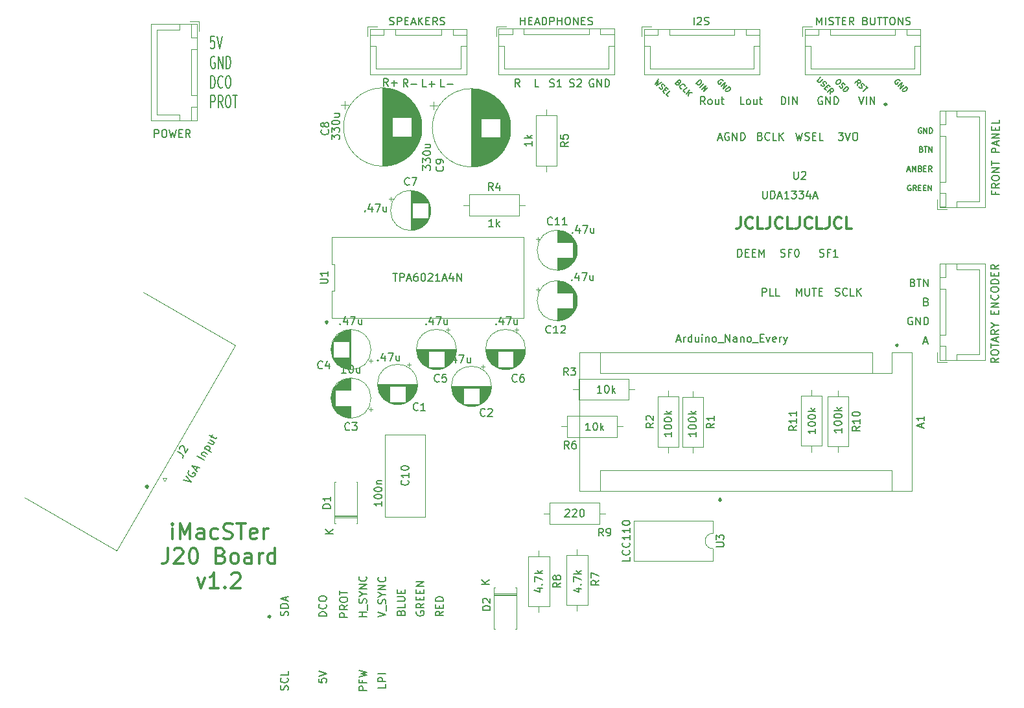
<source format=gbr>
%TF.GenerationSoftware,KiCad,Pcbnew,(6.0.5)*%
%TF.CreationDate,2023-02-01T20:40:05-08:00*%
%TF.ProjectId,MiSTer-G3,4d695354-6572-42d4-9733-2e6b69636164,rev?*%
%TF.SameCoordinates,Original*%
%TF.FileFunction,Legend,Top*%
%TF.FilePolarity,Positive*%
%FSLAX46Y46*%
G04 Gerber Fmt 4.6, Leading zero omitted, Abs format (unit mm)*
G04 Created by KiCad (PCBNEW (6.0.5)) date 2023-02-01 20:40:05*
%MOMM*%
%LPD*%
G01*
G04 APERTURE LIST*
%ADD10C,0.150000*%
%ADD11C,0.300000*%
%ADD12C,0.120000*%
G04 APERTURE END LIST*
D10*
X192783333Y-69750000D02*
X192716666Y-69716666D01*
X192616666Y-69716666D01*
X192516666Y-69750000D01*
X192450000Y-69816666D01*
X192416666Y-69883333D01*
X192383333Y-70016666D01*
X192383333Y-70116666D01*
X192416666Y-70250000D01*
X192450000Y-70316666D01*
X192516666Y-70383333D01*
X192616666Y-70416666D01*
X192683333Y-70416666D01*
X192783333Y-70383333D01*
X192816666Y-70350000D01*
X192816666Y-70116666D01*
X192683333Y-70116666D01*
X193516666Y-70416666D02*
X193283333Y-70083333D01*
X193116666Y-70416666D02*
X193116666Y-69716666D01*
X193383333Y-69716666D01*
X193450000Y-69750000D01*
X193483333Y-69783333D01*
X193516666Y-69850000D01*
X193516666Y-69950000D01*
X193483333Y-70016666D01*
X193450000Y-70050000D01*
X193383333Y-70083333D01*
X193116666Y-70083333D01*
X193816666Y-70050000D02*
X194050000Y-70050000D01*
X194150000Y-70416666D02*
X193816666Y-70416666D01*
X193816666Y-69716666D01*
X194150000Y-69716666D01*
X194450000Y-70050000D02*
X194683333Y-70050000D01*
X194783333Y-70416666D02*
X194450000Y-70416666D01*
X194450000Y-69716666D01*
X194783333Y-69716666D01*
X195083333Y-70416666D02*
X195083333Y-69716666D01*
X195483333Y-70416666D01*
X195483333Y-69716666D01*
X192366666Y-67716666D02*
X192700000Y-67716666D01*
X192300000Y-67916666D02*
X192533333Y-67216666D01*
X192766666Y-67916666D01*
X193000000Y-67916666D02*
X193000000Y-67216666D01*
X193233333Y-67716666D01*
X193466666Y-67216666D01*
X193466666Y-67916666D01*
X194033333Y-67550000D02*
X194133333Y-67583333D01*
X194166666Y-67616666D01*
X194200000Y-67683333D01*
X194200000Y-67783333D01*
X194166666Y-67850000D01*
X194133333Y-67883333D01*
X194066666Y-67916666D01*
X193800000Y-67916666D01*
X193800000Y-67216666D01*
X194033333Y-67216666D01*
X194100000Y-67250000D01*
X194133333Y-67283333D01*
X194166666Y-67350000D01*
X194166666Y-67416666D01*
X194133333Y-67483333D01*
X194100000Y-67516666D01*
X194033333Y-67550000D01*
X193800000Y-67550000D01*
X194500000Y-67550000D02*
X194733333Y-67550000D01*
X194833333Y-67916666D02*
X194500000Y-67916666D01*
X194500000Y-67216666D01*
X194833333Y-67216666D01*
X195533333Y-67916666D02*
X195300000Y-67583333D01*
X195133333Y-67916666D02*
X195133333Y-67216666D01*
X195400000Y-67216666D01*
X195466666Y-67250000D01*
X195500000Y-67283333D01*
X195533333Y-67350000D01*
X195533333Y-67450000D01*
X195500000Y-67516666D01*
X195466666Y-67550000D01*
X195400000Y-67583333D01*
X195133333Y-67583333D01*
X194166666Y-65000000D02*
X194266666Y-65033333D01*
X194300000Y-65066666D01*
X194333333Y-65133333D01*
X194333333Y-65233333D01*
X194300000Y-65300000D01*
X194266666Y-65333333D01*
X194200000Y-65366666D01*
X193933333Y-65366666D01*
X193933333Y-64666666D01*
X194166666Y-64666666D01*
X194233333Y-64700000D01*
X194266666Y-64733333D01*
X194300000Y-64800000D01*
X194300000Y-64866666D01*
X194266666Y-64933333D01*
X194233333Y-64966666D01*
X194166666Y-65000000D01*
X193933333Y-65000000D01*
X194533333Y-64666666D02*
X194933333Y-64666666D01*
X194733333Y-65366666D02*
X194733333Y-64666666D01*
X195166666Y-65366666D02*
X195166666Y-64666666D01*
X195566666Y-65366666D01*
X195566666Y-64666666D01*
X194166666Y-62250000D02*
X194100000Y-62216666D01*
X194000000Y-62216666D01*
X193900000Y-62250000D01*
X193833333Y-62316666D01*
X193800000Y-62383333D01*
X193766666Y-62516666D01*
X193766666Y-62616666D01*
X193800000Y-62750000D01*
X193833333Y-62816666D01*
X193900000Y-62883333D01*
X194000000Y-62916666D01*
X194066666Y-62916666D01*
X194166666Y-62883333D01*
X194200000Y-62850000D01*
X194200000Y-62616666D01*
X194066666Y-62616666D01*
X194500000Y-62916666D02*
X194500000Y-62216666D01*
X194900000Y-62916666D01*
X194900000Y-62216666D01*
X195233333Y-62916666D02*
X195233333Y-62216666D01*
X195400000Y-62216666D01*
X195500000Y-62250000D01*
X195566666Y-62316666D01*
X195600000Y-62383333D01*
X195633333Y-62516666D01*
X195633333Y-62616666D01*
X195600000Y-62750000D01*
X195566666Y-62816666D01*
X195500000Y-62883333D01*
X195400000Y-62916666D01*
X195233333Y-62916666D01*
X191370363Y-56075389D02*
X191346793Y-56004678D01*
X191276082Y-55933967D01*
X191181801Y-55886827D01*
X191087521Y-55886827D01*
X191016810Y-55910397D01*
X190898959Y-55981108D01*
X190828248Y-56051818D01*
X190757537Y-56169669D01*
X190733967Y-56240380D01*
X190733967Y-56334661D01*
X190781108Y-56428942D01*
X190828248Y-56476082D01*
X190922529Y-56523223D01*
X190969669Y-56523223D01*
X191134661Y-56358231D01*
X191040380Y-56263950D01*
X191134661Y-56782495D02*
X191629636Y-56287521D01*
X191417504Y-57065338D01*
X191912478Y-56570363D01*
X191653206Y-57301040D02*
X192148181Y-56806066D01*
X192266032Y-56923917D01*
X192313172Y-57018198D01*
X192313172Y-57112478D01*
X192289602Y-57183189D01*
X192218891Y-57301040D01*
X192148181Y-57371751D01*
X192030330Y-57442462D01*
X191959619Y-57466032D01*
X191865338Y-57466032D01*
X191771057Y-57418891D01*
X191653206Y-57301040D01*
X185805025Y-56652859D02*
X185875735Y-56252165D01*
X185522182Y-56370016D02*
X186017157Y-55875042D01*
X186205719Y-56063603D01*
X186229289Y-56134314D01*
X186229289Y-56181455D01*
X186205719Y-56252165D01*
X186135008Y-56322876D01*
X186064297Y-56346446D01*
X186017157Y-56346446D01*
X185946446Y-56322876D01*
X185757884Y-56134314D01*
X186017157Y-56817851D02*
X186064297Y-56912132D01*
X186182148Y-57029983D01*
X186252859Y-57053553D01*
X186300000Y-57053553D01*
X186370710Y-57029983D01*
X186417851Y-56982842D01*
X186441421Y-56912132D01*
X186441421Y-56864991D01*
X186417851Y-56794280D01*
X186347140Y-56676429D01*
X186323570Y-56605719D01*
X186323570Y-56558578D01*
X186347140Y-56487867D01*
X186394280Y-56440727D01*
X186464991Y-56417157D01*
X186512132Y-56417157D01*
X186582842Y-56440727D01*
X186700693Y-56558578D01*
X186747834Y-56652859D01*
X186912825Y-56770710D02*
X187195668Y-57053553D01*
X186559272Y-57407106D02*
X187054247Y-56912132D01*
X183540727Y-55898612D02*
X183635008Y-55992893D01*
X183658578Y-56063603D01*
X183658578Y-56157884D01*
X183587867Y-56275735D01*
X183422876Y-56440727D01*
X183305025Y-56511438D01*
X183210744Y-56511438D01*
X183140033Y-56487867D01*
X183045752Y-56393587D01*
X183022182Y-56322876D01*
X183022182Y-56228595D01*
X183092893Y-56110744D01*
X183257884Y-55945752D01*
X183375735Y-55875042D01*
X183470016Y-55875042D01*
X183540727Y-55898612D01*
X183470016Y-56770710D02*
X183517157Y-56864991D01*
X183635008Y-56982842D01*
X183705719Y-57006412D01*
X183752859Y-57006412D01*
X183823570Y-56982842D01*
X183870710Y-56935702D01*
X183894280Y-56864991D01*
X183894280Y-56817851D01*
X183870710Y-56747140D01*
X183800000Y-56629289D01*
X183776429Y-56558578D01*
X183776429Y-56511438D01*
X183800000Y-56440727D01*
X183847140Y-56393587D01*
X183917851Y-56370016D01*
X183964991Y-56370016D01*
X184035702Y-56393587D01*
X184153553Y-56511438D01*
X184200693Y-56605719D01*
X183941421Y-57289255D02*
X184436396Y-56794280D01*
X184554247Y-56912132D01*
X184601387Y-57006412D01*
X184601387Y-57100693D01*
X184577817Y-57171404D01*
X184507106Y-57289255D01*
X184436396Y-57359966D01*
X184318544Y-57430677D01*
X184247834Y-57454247D01*
X184153553Y-57454247D01*
X184059272Y-57407106D01*
X183941421Y-57289255D01*
X181022529Y-55580414D02*
X180621835Y-55981108D01*
X180598265Y-56051818D01*
X180598265Y-56098959D01*
X180621835Y-56169669D01*
X180716116Y-56263950D01*
X180786827Y-56287521D01*
X180833967Y-56287521D01*
X180904678Y-56263950D01*
X181305372Y-55863256D01*
X181046099Y-56546793D02*
X181093240Y-56641074D01*
X181211091Y-56758925D01*
X181281801Y-56782495D01*
X181328942Y-56782495D01*
X181399653Y-56758925D01*
X181446793Y-56711785D01*
X181470363Y-56641074D01*
X181470363Y-56593933D01*
X181446793Y-56523223D01*
X181376082Y-56405372D01*
X181352512Y-56334661D01*
X181352512Y-56287521D01*
X181376082Y-56216810D01*
X181423223Y-56169669D01*
X181493933Y-56146099D01*
X181541074Y-56146099D01*
X181611785Y-56169669D01*
X181729636Y-56287521D01*
X181776776Y-56381801D01*
X181776776Y-56806066D02*
X181941768Y-56971057D01*
X181753206Y-57301040D02*
X181517504Y-57065338D01*
X182012478Y-56570363D01*
X182248181Y-56806066D01*
X182248181Y-57796015D02*
X182318891Y-57395321D01*
X181965338Y-57513172D02*
X182460313Y-57018198D01*
X182648875Y-57206759D01*
X182672445Y-57277470D01*
X182672445Y-57324610D01*
X182648875Y-57395321D01*
X182578164Y-57466032D01*
X182507453Y-57489602D01*
X182460313Y-57489602D01*
X182389602Y-57466032D01*
X182201040Y-57277470D01*
X151338095Y-55900000D02*
X151242857Y-55852380D01*
X151100000Y-55852380D01*
X150957142Y-55900000D01*
X150861904Y-55995238D01*
X150814285Y-56090476D01*
X150766666Y-56280952D01*
X150766666Y-56423809D01*
X150814285Y-56614285D01*
X150861904Y-56709523D01*
X150957142Y-56804761D01*
X151100000Y-56852380D01*
X151195238Y-56852380D01*
X151338095Y-56804761D01*
X151385714Y-56757142D01*
X151385714Y-56423809D01*
X151195238Y-56423809D01*
X151814285Y-56852380D02*
X151814285Y-55852380D01*
X152385714Y-56852380D01*
X152385714Y-55852380D01*
X152861904Y-56852380D02*
X152861904Y-55852380D01*
X153100000Y-55852380D01*
X153242857Y-55900000D01*
X153338095Y-55995238D01*
X153385714Y-56090476D01*
X153433333Y-56280952D01*
X153433333Y-56423809D01*
X153385714Y-56614285D01*
X153338095Y-56709523D01*
X153242857Y-56804761D01*
X153100000Y-56852380D01*
X152861904Y-56852380D01*
X148238095Y-56804761D02*
X148380952Y-56852380D01*
X148619047Y-56852380D01*
X148714285Y-56804761D01*
X148761904Y-56757142D01*
X148809523Y-56661904D01*
X148809523Y-56566666D01*
X148761904Y-56471428D01*
X148714285Y-56423809D01*
X148619047Y-56376190D01*
X148428571Y-56328571D01*
X148333333Y-56280952D01*
X148285714Y-56233333D01*
X148238095Y-56138095D01*
X148238095Y-56042857D01*
X148285714Y-55947619D01*
X148333333Y-55900000D01*
X148428571Y-55852380D01*
X148666666Y-55852380D01*
X148809523Y-55900000D01*
X149190476Y-55947619D02*
X149238095Y-55900000D01*
X149333333Y-55852380D01*
X149571428Y-55852380D01*
X149666666Y-55900000D01*
X149714285Y-55947619D01*
X149761904Y-56042857D01*
X149761904Y-56138095D01*
X149714285Y-56280952D01*
X149142857Y-56852380D01*
X149761904Y-56852380D01*
X145638095Y-56804761D02*
X145780952Y-56852380D01*
X146019047Y-56852380D01*
X146114285Y-56804761D01*
X146161904Y-56757142D01*
X146209523Y-56661904D01*
X146209523Y-56566666D01*
X146161904Y-56471428D01*
X146114285Y-56423809D01*
X146019047Y-56376190D01*
X145828571Y-56328571D01*
X145733333Y-56280952D01*
X145685714Y-56233333D01*
X145638095Y-56138095D01*
X145638095Y-56042857D01*
X145685714Y-55947619D01*
X145733333Y-55900000D01*
X145828571Y-55852380D01*
X146066666Y-55852380D01*
X146209523Y-55900000D01*
X147161904Y-56852380D02*
X146590476Y-56852380D01*
X146876190Y-56852380D02*
X146876190Y-55852380D01*
X146780952Y-55995238D01*
X146685714Y-56090476D01*
X146590476Y-56138095D01*
X144209523Y-56852380D02*
X143733333Y-56852380D01*
X143733333Y-55852380D01*
X141709523Y-56852380D02*
X141376190Y-56376190D01*
X141138095Y-56852380D02*
X141138095Y-55852380D01*
X141519047Y-55852380D01*
X141614285Y-55900000D01*
X141661904Y-55947619D01*
X141709523Y-56042857D01*
X141709523Y-56185714D01*
X141661904Y-56280952D01*
X141614285Y-56328571D01*
X141519047Y-56376190D01*
X141138095Y-56376190D01*
X193066666Y-82428571D02*
X193209523Y-82476190D01*
X193257142Y-82523809D01*
X193304761Y-82619047D01*
X193304761Y-82761904D01*
X193257142Y-82857142D01*
X193209523Y-82904761D01*
X193114285Y-82952380D01*
X192733333Y-82952380D01*
X192733333Y-81952380D01*
X193066666Y-81952380D01*
X193161904Y-82000000D01*
X193209523Y-82047619D01*
X193257142Y-82142857D01*
X193257142Y-82238095D01*
X193209523Y-82333333D01*
X193161904Y-82380952D01*
X193066666Y-82428571D01*
X192733333Y-82428571D01*
X193590476Y-81952380D02*
X194161904Y-81952380D01*
X193876190Y-82952380D02*
X193876190Y-81952380D01*
X194495238Y-82952380D02*
X194495238Y-81952380D01*
X195066666Y-82952380D01*
X195066666Y-81952380D01*
D11*
X170571428Y-73878571D02*
X170571428Y-74950000D01*
X170500000Y-75164285D01*
X170357142Y-75307142D01*
X170142857Y-75378571D01*
X170000000Y-75378571D01*
X172142857Y-75235714D02*
X172071428Y-75307142D01*
X171857142Y-75378571D01*
X171714285Y-75378571D01*
X171500000Y-75307142D01*
X171357142Y-75164285D01*
X171285714Y-75021428D01*
X171214285Y-74735714D01*
X171214285Y-74521428D01*
X171285714Y-74235714D01*
X171357142Y-74092857D01*
X171500000Y-73950000D01*
X171714285Y-73878571D01*
X171857142Y-73878571D01*
X172071428Y-73950000D01*
X172142857Y-74021428D01*
X173500000Y-75378571D02*
X172785714Y-75378571D01*
X172785714Y-73878571D01*
X174428571Y-73878571D02*
X174428571Y-74950000D01*
X174357142Y-75164285D01*
X174214285Y-75307142D01*
X174000000Y-75378571D01*
X173857142Y-75378571D01*
X176000000Y-75235714D02*
X175928571Y-75307142D01*
X175714285Y-75378571D01*
X175571428Y-75378571D01*
X175357142Y-75307142D01*
X175214285Y-75164285D01*
X175142857Y-75021428D01*
X175071428Y-74735714D01*
X175071428Y-74521428D01*
X175142857Y-74235714D01*
X175214285Y-74092857D01*
X175357142Y-73950000D01*
X175571428Y-73878571D01*
X175714285Y-73878571D01*
X175928571Y-73950000D01*
X176000000Y-74021428D01*
X177357142Y-75378571D02*
X176642857Y-75378571D01*
X176642857Y-73878571D01*
X178285714Y-73878571D02*
X178285714Y-74950000D01*
X178214285Y-75164285D01*
X178071428Y-75307142D01*
X177857142Y-75378571D01*
X177714285Y-75378571D01*
X179857142Y-75235714D02*
X179785714Y-75307142D01*
X179571428Y-75378571D01*
X179428571Y-75378571D01*
X179214285Y-75307142D01*
X179071428Y-75164285D01*
X179000000Y-75021428D01*
X178928571Y-74735714D01*
X178928571Y-74521428D01*
X179000000Y-74235714D01*
X179071428Y-74092857D01*
X179214285Y-73950000D01*
X179428571Y-73878571D01*
X179571428Y-73878571D01*
X179785714Y-73950000D01*
X179857142Y-74021428D01*
X181214285Y-75378571D02*
X180500000Y-75378571D01*
X180500000Y-73878571D01*
X182142857Y-73878571D02*
X182142857Y-74950000D01*
X182071428Y-75164285D01*
X181928571Y-75307142D01*
X181714285Y-75378571D01*
X181571428Y-75378571D01*
X183714285Y-75235714D02*
X183642857Y-75307142D01*
X183428571Y-75378571D01*
X183285714Y-75378571D01*
X183071428Y-75307142D01*
X182928571Y-75164285D01*
X182857142Y-75021428D01*
X182785714Y-74735714D01*
X182785714Y-74521428D01*
X182857142Y-74235714D01*
X182928571Y-74092857D01*
X183071428Y-73950000D01*
X183285714Y-73878571D01*
X183428571Y-73878571D01*
X183642857Y-73950000D01*
X183714285Y-74021428D01*
X185071428Y-75378571D02*
X184357142Y-75378571D01*
X184357142Y-73878571D01*
X96354761Y-115934761D02*
X96354761Y-114601428D01*
X96354761Y-113934761D02*
X96259523Y-114030000D01*
X96354761Y-114125238D01*
X96450000Y-114030000D01*
X96354761Y-113934761D01*
X96354761Y-114125238D01*
X97307142Y-115934761D02*
X97307142Y-113934761D01*
X97973809Y-115363333D01*
X98640476Y-113934761D01*
X98640476Y-115934761D01*
X100450000Y-115934761D02*
X100450000Y-114887142D01*
X100354761Y-114696666D01*
X100164285Y-114601428D01*
X99783333Y-114601428D01*
X99592857Y-114696666D01*
X100450000Y-115839523D02*
X100259523Y-115934761D01*
X99783333Y-115934761D01*
X99592857Y-115839523D01*
X99497619Y-115649047D01*
X99497619Y-115458571D01*
X99592857Y-115268095D01*
X99783333Y-115172857D01*
X100259523Y-115172857D01*
X100450000Y-115077619D01*
X102259523Y-115839523D02*
X102069047Y-115934761D01*
X101688095Y-115934761D01*
X101497619Y-115839523D01*
X101402380Y-115744285D01*
X101307142Y-115553809D01*
X101307142Y-114982380D01*
X101402380Y-114791904D01*
X101497619Y-114696666D01*
X101688095Y-114601428D01*
X102069047Y-114601428D01*
X102259523Y-114696666D01*
X103021428Y-115839523D02*
X103307142Y-115934761D01*
X103783333Y-115934761D01*
X103973809Y-115839523D01*
X104069047Y-115744285D01*
X104164285Y-115553809D01*
X104164285Y-115363333D01*
X104069047Y-115172857D01*
X103973809Y-115077619D01*
X103783333Y-114982380D01*
X103402380Y-114887142D01*
X103211904Y-114791904D01*
X103116666Y-114696666D01*
X103021428Y-114506190D01*
X103021428Y-114315714D01*
X103116666Y-114125238D01*
X103211904Y-114030000D01*
X103402380Y-113934761D01*
X103878571Y-113934761D01*
X104164285Y-114030000D01*
X104735714Y-113934761D02*
X105878571Y-113934761D01*
X105307142Y-115934761D02*
X105307142Y-113934761D01*
X107307142Y-115839523D02*
X107116666Y-115934761D01*
X106735714Y-115934761D01*
X106545238Y-115839523D01*
X106450000Y-115649047D01*
X106450000Y-114887142D01*
X106545238Y-114696666D01*
X106735714Y-114601428D01*
X107116666Y-114601428D01*
X107307142Y-114696666D01*
X107402380Y-114887142D01*
X107402380Y-115077619D01*
X106450000Y-115268095D01*
X108259523Y-115934761D02*
X108259523Y-114601428D01*
X108259523Y-114982380D02*
X108354761Y-114791904D01*
X108450000Y-114696666D01*
X108640476Y-114601428D01*
X108830952Y-114601428D01*
X95735714Y-117154761D02*
X95735714Y-118583333D01*
X95640476Y-118869047D01*
X95450000Y-119059523D01*
X95164285Y-119154761D01*
X94973809Y-119154761D01*
X96592857Y-117345238D02*
X96688095Y-117250000D01*
X96878571Y-117154761D01*
X97354761Y-117154761D01*
X97545238Y-117250000D01*
X97640476Y-117345238D01*
X97735714Y-117535714D01*
X97735714Y-117726190D01*
X97640476Y-118011904D01*
X96497619Y-119154761D01*
X97735714Y-119154761D01*
X98973809Y-117154761D02*
X99164285Y-117154761D01*
X99354761Y-117250000D01*
X99450000Y-117345238D01*
X99545238Y-117535714D01*
X99640476Y-117916666D01*
X99640476Y-118392857D01*
X99545238Y-118773809D01*
X99450000Y-118964285D01*
X99354761Y-119059523D01*
X99164285Y-119154761D01*
X98973809Y-119154761D01*
X98783333Y-119059523D01*
X98688095Y-118964285D01*
X98592857Y-118773809D01*
X98497619Y-118392857D01*
X98497619Y-117916666D01*
X98592857Y-117535714D01*
X98688095Y-117345238D01*
X98783333Y-117250000D01*
X98973809Y-117154761D01*
X102688095Y-118107142D02*
X102973809Y-118202380D01*
X103069047Y-118297619D01*
X103164285Y-118488095D01*
X103164285Y-118773809D01*
X103069047Y-118964285D01*
X102973809Y-119059523D01*
X102783333Y-119154761D01*
X102021428Y-119154761D01*
X102021428Y-117154761D01*
X102688095Y-117154761D01*
X102878571Y-117250000D01*
X102973809Y-117345238D01*
X103069047Y-117535714D01*
X103069047Y-117726190D01*
X102973809Y-117916666D01*
X102878571Y-118011904D01*
X102688095Y-118107142D01*
X102021428Y-118107142D01*
X104307142Y-119154761D02*
X104116666Y-119059523D01*
X104021428Y-118964285D01*
X103926190Y-118773809D01*
X103926190Y-118202380D01*
X104021428Y-118011904D01*
X104116666Y-117916666D01*
X104307142Y-117821428D01*
X104592857Y-117821428D01*
X104783333Y-117916666D01*
X104878571Y-118011904D01*
X104973809Y-118202380D01*
X104973809Y-118773809D01*
X104878571Y-118964285D01*
X104783333Y-119059523D01*
X104592857Y-119154761D01*
X104307142Y-119154761D01*
X106688095Y-119154761D02*
X106688095Y-118107142D01*
X106592857Y-117916666D01*
X106402380Y-117821428D01*
X106021428Y-117821428D01*
X105830952Y-117916666D01*
X106688095Y-119059523D02*
X106497619Y-119154761D01*
X106021428Y-119154761D01*
X105830952Y-119059523D01*
X105735714Y-118869047D01*
X105735714Y-118678571D01*
X105830952Y-118488095D01*
X106021428Y-118392857D01*
X106497619Y-118392857D01*
X106688095Y-118297619D01*
X107640476Y-119154761D02*
X107640476Y-117821428D01*
X107640476Y-118202380D02*
X107735714Y-118011904D01*
X107830952Y-117916666D01*
X108021428Y-117821428D01*
X108211904Y-117821428D01*
X109735714Y-119154761D02*
X109735714Y-117154761D01*
X109735714Y-119059523D02*
X109545238Y-119154761D01*
X109164285Y-119154761D01*
X108973809Y-119059523D01*
X108878571Y-118964285D01*
X108783333Y-118773809D01*
X108783333Y-118202380D01*
X108878571Y-118011904D01*
X108973809Y-117916666D01*
X109164285Y-117821428D01*
X109545238Y-117821428D01*
X109735714Y-117916666D01*
X99592857Y-121041428D02*
X100069047Y-122374761D01*
X100545238Y-121041428D01*
X102354761Y-122374761D02*
X101211904Y-122374761D01*
X101783333Y-122374761D02*
X101783333Y-120374761D01*
X101592857Y-120660476D01*
X101402380Y-120850952D01*
X101211904Y-120946190D01*
X103211904Y-122184285D02*
X103307142Y-122279523D01*
X103211904Y-122374761D01*
X103116666Y-122279523D01*
X103211904Y-122184285D01*
X103211904Y-122374761D01*
X104069047Y-120565238D02*
X104164285Y-120470000D01*
X104354761Y-120374761D01*
X104830952Y-120374761D01*
X105021428Y-120470000D01*
X105116666Y-120565238D01*
X105211904Y-120755714D01*
X105211904Y-120946190D01*
X105116666Y-121231904D01*
X103973809Y-122374761D01*
X105211904Y-122374761D01*
D10*
X124202380Y-134928571D02*
X124202380Y-135404761D01*
X123202380Y-135404761D01*
X124202380Y-134595238D02*
X123202380Y-134595238D01*
X123202380Y-134214285D01*
X123250000Y-134119047D01*
X123297619Y-134071428D01*
X123392857Y-134023809D01*
X123535714Y-134023809D01*
X123630952Y-134071428D01*
X123678571Y-134119047D01*
X123726190Y-134214285D01*
X123726190Y-134595238D01*
X124202380Y-133595238D02*
X123202380Y-133595238D01*
X121702380Y-135761904D02*
X120702380Y-135761904D01*
X120702380Y-135380952D01*
X120750000Y-135285714D01*
X120797619Y-135238095D01*
X120892857Y-135190476D01*
X121035714Y-135190476D01*
X121130952Y-135238095D01*
X121178571Y-135285714D01*
X121226190Y-135380952D01*
X121226190Y-135761904D01*
X121178571Y-134428571D02*
X121178571Y-134761904D01*
X121702380Y-134761904D02*
X120702380Y-134761904D01*
X120702380Y-134285714D01*
X120702380Y-134000000D02*
X121702380Y-133761904D01*
X120988095Y-133571428D01*
X121702380Y-133380952D01*
X120702380Y-133142857D01*
X115452380Y-134190476D02*
X115452380Y-134666666D01*
X115928571Y-134714285D01*
X115880952Y-134666666D01*
X115833333Y-134571428D01*
X115833333Y-134333333D01*
X115880952Y-134238095D01*
X115928571Y-134190476D01*
X116023809Y-134142857D01*
X116261904Y-134142857D01*
X116357142Y-134190476D01*
X116404761Y-134238095D01*
X116452380Y-134333333D01*
X116452380Y-134571428D01*
X116404761Y-134666666D01*
X116357142Y-134714285D01*
X115452380Y-133857142D02*
X116452380Y-133523809D01*
X115452380Y-133190476D01*
X131702380Y-125392857D02*
X131226190Y-125726190D01*
X131702380Y-125964285D02*
X130702380Y-125964285D01*
X130702380Y-125583333D01*
X130750000Y-125488095D01*
X130797619Y-125440476D01*
X130892857Y-125392857D01*
X131035714Y-125392857D01*
X131130952Y-125440476D01*
X131178571Y-125488095D01*
X131226190Y-125583333D01*
X131226190Y-125964285D01*
X131178571Y-124964285D02*
X131178571Y-124630952D01*
X131702380Y-124488095D02*
X131702380Y-124964285D01*
X130702380Y-124964285D01*
X130702380Y-124488095D01*
X131702380Y-124059523D02*
X130702380Y-124059523D01*
X130702380Y-123821428D01*
X130750000Y-123678571D01*
X130845238Y-123583333D01*
X130940476Y-123535714D01*
X131130952Y-123488095D01*
X131273809Y-123488095D01*
X131464285Y-123535714D01*
X131559523Y-123583333D01*
X131654761Y-123678571D01*
X131702380Y-123821428D01*
X131702380Y-124059523D01*
X128250000Y-125416666D02*
X128202380Y-125511904D01*
X128202380Y-125654761D01*
X128250000Y-125797619D01*
X128345238Y-125892857D01*
X128440476Y-125940476D01*
X128630952Y-125988095D01*
X128773809Y-125988095D01*
X128964285Y-125940476D01*
X129059523Y-125892857D01*
X129154761Y-125797619D01*
X129202380Y-125654761D01*
X129202380Y-125559523D01*
X129154761Y-125416666D01*
X129107142Y-125369047D01*
X128773809Y-125369047D01*
X128773809Y-125559523D01*
X129202380Y-124369047D02*
X128726190Y-124702380D01*
X129202380Y-124940476D02*
X128202380Y-124940476D01*
X128202380Y-124559523D01*
X128250000Y-124464285D01*
X128297619Y-124416666D01*
X128392857Y-124369047D01*
X128535714Y-124369047D01*
X128630952Y-124416666D01*
X128678571Y-124464285D01*
X128726190Y-124559523D01*
X128726190Y-124940476D01*
X128678571Y-123940476D02*
X128678571Y-123607142D01*
X129202380Y-123464285D02*
X129202380Y-123940476D01*
X128202380Y-123940476D01*
X128202380Y-123464285D01*
X128678571Y-123035714D02*
X128678571Y-122702380D01*
X129202380Y-122559523D02*
X129202380Y-123035714D01*
X128202380Y-123035714D01*
X128202380Y-122559523D01*
X129202380Y-122130952D02*
X128202380Y-122130952D01*
X129202380Y-121559523D01*
X128202380Y-121559523D01*
X126178571Y-125559523D02*
X126226190Y-125416666D01*
X126273809Y-125369047D01*
X126369047Y-125321428D01*
X126511904Y-125321428D01*
X126607142Y-125369047D01*
X126654761Y-125416666D01*
X126702380Y-125511904D01*
X126702380Y-125892857D01*
X125702380Y-125892857D01*
X125702380Y-125559523D01*
X125750000Y-125464285D01*
X125797619Y-125416666D01*
X125892857Y-125369047D01*
X125988095Y-125369047D01*
X126083333Y-125416666D01*
X126130952Y-125464285D01*
X126178571Y-125559523D01*
X126178571Y-125892857D01*
X126702380Y-124416666D02*
X126702380Y-124892857D01*
X125702380Y-124892857D01*
X125702380Y-124083333D02*
X126511904Y-124083333D01*
X126607142Y-124035714D01*
X126654761Y-123988095D01*
X126702380Y-123892857D01*
X126702380Y-123702380D01*
X126654761Y-123607142D01*
X126607142Y-123559523D01*
X126511904Y-123511904D01*
X125702380Y-123511904D01*
X126178571Y-123035714D02*
X126178571Y-122702380D01*
X126702380Y-122559523D02*
X126702380Y-123035714D01*
X125702380Y-123035714D01*
X125702380Y-122559523D01*
X123202380Y-126142857D02*
X124202380Y-125809523D01*
X123202380Y-125476190D01*
X124297619Y-125380952D02*
X124297619Y-124619047D01*
X124154761Y-124428571D02*
X124202380Y-124285714D01*
X124202380Y-124047619D01*
X124154761Y-123952380D01*
X124107142Y-123904761D01*
X124011904Y-123857142D01*
X123916666Y-123857142D01*
X123821428Y-123904761D01*
X123773809Y-123952380D01*
X123726190Y-124047619D01*
X123678571Y-124238095D01*
X123630952Y-124333333D01*
X123583333Y-124380952D01*
X123488095Y-124428571D01*
X123392857Y-124428571D01*
X123297619Y-124380952D01*
X123250000Y-124333333D01*
X123202380Y-124238095D01*
X123202380Y-124000000D01*
X123250000Y-123857142D01*
X123726190Y-123238095D02*
X124202380Y-123238095D01*
X123202380Y-123571428D02*
X123726190Y-123238095D01*
X123202380Y-122904761D01*
X124202380Y-122571428D02*
X123202380Y-122571428D01*
X124202380Y-122000000D01*
X123202380Y-122000000D01*
X124107142Y-120952380D02*
X124154761Y-121000000D01*
X124202380Y-121142857D01*
X124202380Y-121238095D01*
X124154761Y-121380952D01*
X124059523Y-121476190D01*
X123964285Y-121523809D01*
X123773809Y-121571428D01*
X123630952Y-121571428D01*
X123440476Y-121523809D01*
X123345238Y-121476190D01*
X123250000Y-121380952D01*
X123202380Y-121238095D01*
X123202380Y-121142857D01*
X123250000Y-121000000D01*
X123297619Y-120952380D01*
X121702380Y-126095238D02*
X120702380Y-126095238D01*
X121178571Y-126095238D02*
X121178571Y-125523809D01*
X121702380Y-125523809D02*
X120702380Y-125523809D01*
X121797619Y-125285714D02*
X121797619Y-124523809D01*
X121654761Y-124333333D02*
X121702380Y-124190476D01*
X121702380Y-123952380D01*
X121654761Y-123857142D01*
X121607142Y-123809523D01*
X121511904Y-123761904D01*
X121416666Y-123761904D01*
X121321428Y-123809523D01*
X121273809Y-123857142D01*
X121226190Y-123952380D01*
X121178571Y-124142857D01*
X121130952Y-124238095D01*
X121083333Y-124285714D01*
X120988095Y-124333333D01*
X120892857Y-124333333D01*
X120797619Y-124285714D01*
X120750000Y-124238095D01*
X120702380Y-124142857D01*
X120702380Y-123904761D01*
X120750000Y-123761904D01*
X121226190Y-123142857D02*
X121702380Y-123142857D01*
X120702380Y-123476190D02*
X121226190Y-123142857D01*
X120702380Y-122809523D01*
X121702380Y-122476190D02*
X120702380Y-122476190D01*
X121702380Y-121904761D01*
X120702380Y-121904761D01*
X121607142Y-120857142D02*
X121654761Y-120904761D01*
X121702380Y-121047619D01*
X121702380Y-121142857D01*
X121654761Y-121285714D01*
X121559523Y-121380952D01*
X121464285Y-121428571D01*
X121273809Y-121476190D01*
X121130952Y-121476190D01*
X120940476Y-121428571D01*
X120845238Y-121380952D01*
X120750000Y-121285714D01*
X120702380Y-121142857D01*
X120702380Y-121047619D01*
X120750000Y-120904761D01*
X120797619Y-120857142D01*
X119202380Y-126166666D02*
X118202380Y-126166666D01*
X118202380Y-125785714D01*
X118250000Y-125690476D01*
X118297619Y-125642857D01*
X118392857Y-125595238D01*
X118535714Y-125595238D01*
X118630952Y-125642857D01*
X118678571Y-125690476D01*
X118726190Y-125785714D01*
X118726190Y-126166666D01*
X119202380Y-124595238D02*
X118726190Y-124928571D01*
X119202380Y-125166666D02*
X118202380Y-125166666D01*
X118202380Y-124785714D01*
X118250000Y-124690476D01*
X118297619Y-124642857D01*
X118392857Y-124595238D01*
X118535714Y-124595238D01*
X118630952Y-124642857D01*
X118678571Y-124690476D01*
X118726190Y-124785714D01*
X118726190Y-125166666D01*
X118202380Y-123976190D02*
X118202380Y-123785714D01*
X118250000Y-123690476D01*
X118345238Y-123595238D01*
X118535714Y-123547619D01*
X118869047Y-123547619D01*
X119059523Y-123595238D01*
X119154761Y-123690476D01*
X119202380Y-123785714D01*
X119202380Y-123976190D01*
X119154761Y-124071428D01*
X119059523Y-124166666D01*
X118869047Y-124214285D01*
X118535714Y-124214285D01*
X118345238Y-124166666D01*
X118250000Y-124071428D01*
X118202380Y-123976190D01*
X118202380Y-123261904D02*
X118202380Y-122690476D01*
X119202380Y-122976190D02*
X118202380Y-122976190D01*
X116452380Y-126035714D02*
X115452380Y-126035714D01*
X115452380Y-125797619D01*
X115500000Y-125654761D01*
X115595238Y-125559523D01*
X115690476Y-125511904D01*
X115880952Y-125464285D01*
X116023809Y-125464285D01*
X116214285Y-125511904D01*
X116309523Y-125559523D01*
X116404761Y-125654761D01*
X116452380Y-125797619D01*
X116452380Y-126035714D01*
X116357142Y-124464285D02*
X116404761Y-124511904D01*
X116452380Y-124654761D01*
X116452380Y-124750000D01*
X116404761Y-124892857D01*
X116309523Y-124988095D01*
X116214285Y-125035714D01*
X116023809Y-125083333D01*
X115880952Y-125083333D01*
X115690476Y-125035714D01*
X115595238Y-124988095D01*
X115500000Y-124892857D01*
X115452380Y-124750000D01*
X115452380Y-124654761D01*
X115500000Y-124511904D01*
X115547619Y-124464285D01*
X115452380Y-123845238D02*
X115452380Y-123654761D01*
X115500000Y-123559523D01*
X115595238Y-123464285D01*
X115785714Y-123416666D01*
X116119047Y-123416666D01*
X116309523Y-123464285D01*
X116404761Y-123559523D01*
X116452380Y-123654761D01*
X116452380Y-123845238D01*
X116404761Y-123940476D01*
X116309523Y-124035714D01*
X116119047Y-124083333D01*
X115785714Y-124083333D01*
X115595238Y-124035714D01*
X115500000Y-123940476D01*
X115452380Y-123845238D01*
X111404761Y-125964285D02*
X111452380Y-125821428D01*
X111452380Y-125583333D01*
X111404761Y-125488095D01*
X111357142Y-125440476D01*
X111261904Y-125392857D01*
X111166666Y-125392857D01*
X111071428Y-125440476D01*
X111023809Y-125488095D01*
X110976190Y-125583333D01*
X110928571Y-125773809D01*
X110880952Y-125869047D01*
X110833333Y-125916666D01*
X110738095Y-125964285D01*
X110642857Y-125964285D01*
X110547619Y-125916666D01*
X110500000Y-125869047D01*
X110452380Y-125773809D01*
X110452380Y-125535714D01*
X110500000Y-125392857D01*
X111452380Y-124964285D02*
X110452380Y-124964285D01*
X110452380Y-124726190D01*
X110500000Y-124583333D01*
X110595238Y-124488095D01*
X110690476Y-124440476D01*
X110880952Y-124392857D01*
X111023809Y-124392857D01*
X111214285Y-124440476D01*
X111309523Y-124488095D01*
X111404761Y-124583333D01*
X111452380Y-124726190D01*
X111452380Y-124964285D01*
X111166666Y-124011904D02*
X111166666Y-123535714D01*
X111452380Y-124107142D02*
X110452380Y-123773809D01*
X111452380Y-123440476D01*
X111404761Y-135690476D02*
X111452380Y-135547619D01*
X111452380Y-135309523D01*
X111404761Y-135214285D01*
X111357142Y-135166666D01*
X111261904Y-135119047D01*
X111166666Y-135119047D01*
X111071428Y-135166666D01*
X111023809Y-135214285D01*
X110976190Y-135309523D01*
X110928571Y-135500000D01*
X110880952Y-135595238D01*
X110833333Y-135642857D01*
X110738095Y-135690476D01*
X110642857Y-135690476D01*
X110547619Y-135642857D01*
X110500000Y-135595238D01*
X110452380Y-135500000D01*
X110452380Y-135261904D01*
X110500000Y-135119047D01*
X111357142Y-134119047D02*
X111404761Y-134166666D01*
X111452380Y-134309523D01*
X111452380Y-134404761D01*
X111404761Y-134547619D01*
X111309523Y-134642857D01*
X111214285Y-134690476D01*
X111023809Y-134738095D01*
X110880952Y-134738095D01*
X110690476Y-134690476D01*
X110595238Y-134642857D01*
X110500000Y-134547619D01*
X110452380Y-134404761D01*
X110452380Y-134309523D01*
X110500000Y-134166666D01*
X110547619Y-134119047D01*
X111452380Y-133214285D02*
X111452380Y-133690476D01*
X110452380Y-133690476D01*
X194511904Y-90166666D02*
X194988095Y-90166666D01*
X194416666Y-90452380D02*
X194750000Y-89452380D01*
X195083333Y-90452380D01*
X192988095Y-87000000D02*
X192892857Y-86952380D01*
X192750000Y-86952380D01*
X192607142Y-87000000D01*
X192511904Y-87095238D01*
X192464285Y-87190476D01*
X192416666Y-87380952D01*
X192416666Y-87523809D01*
X192464285Y-87714285D01*
X192511904Y-87809523D01*
X192607142Y-87904761D01*
X192750000Y-87952380D01*
X192845238Y-87952380D01*
X192988095Y-87904761D01*
X193035714Y-87857142D01*
X193035714Y-87523809D01*
X192845238Y-87523809D01*
X193464285Y-87952380D02*
X193464285Y-86952380D01*
X194035714Y-87952380D01*
X194035714Y-86952380D01*
X194511904Y-87952380D02*
X194511904Y-86952380D01*
X194750000Y-86952380D01*
X194892857Y-87000000D01*
X194988095Y-87095238D01*
X195035714Y-87190476D01*
X195083333Y-87380952D01*
X195083333Y-87523809D01*
X195035714Y-87714285D01*
X194988095Y-87809523D01*
X194892857Y-87904761D01*
X194750000Y-87952380D01*
X194511904Y-87952380D01*
X194821428Y-84928571D02*
X194964285Y-84976190D01*
X195011904Y-85023809D01*
X195059523Y-85119047D01*
X195059523Y-85261904D01*
X195011904Y-85357142D01*
X194964285Y-85404761D01*
X194869047Y-85452380D01*
X194488095Y-85452380D01*
X194488095Y-84452380D01*
X194821428Y-84452380D01*
X194916666Y-84500000D01*
X194964285Y-84547619D01*
X195011904Y-84642857D01*
X195011904Y-84738095D01*
X194964285Y-84833333D01*
X194916666Y-84880952D01*
X194821428Y-84928571D01*
X194488095Y-84928571D01*
X168270363Y-56075389D02*
X168246793Y-56004678D01*
X168176082Y-55933967D01*
X168081801Y-55886827D01*
X167987521Y-55886827D01*
X167916810Y-55910397D01*
X167798959Y-55981108D01*
X167728248Y-56051818D01*
X167657537Y-56169669D01*
X167633967Y-56240380D01*
X167633967Y-56334661D01*
X167681108Y-56428942D01*
X167728248Y-56476082D01*
X167822529Y-56523223D01*
X167869669Y-56523223D01*
X168034661Y-56358231D01*
X167940380Y-56263950D01*
X168034661Y-56782495D02*
X168529636Y-56287521D01*
X168317504Y-57065338D01*
X168812478Y-56570363D01*
X168553206Y-57301040D02*
X169048181Y-56806066D01*
X169166032Y-56923917D01*
X169213172Y-57018198D01*
X169213172Y-57112478D01*
X169189602Y-57183189D01*
X169118891Y-57301040D01*
X169048181Y-57371751D01*
X168930330Y-57442462D01*
X168859619Y-57466032D01*
X168765338Y-57466032D01*
X168671057Y-57418891D01*
X168553206Y-57301040D01*
X164769322Y-56417157D02*
X165264297Y-55922182D01*
X165382148Y-56040033D01*
X165429289Y-56134314D01*
X165429289Y-56228595D01*
X165405719Y-56299306D01*
X165335008Y-56417157D01*
X165264297Y-56487867D01*
X165146446Y-56558578D01*
X165075735Y-56582148D01*
X164981455Y-56582148D01*
X164887174Y-56535008D01*
X164769322Y-56417157D01*
X165264297Y-56912132D02*
X165759272Y-56417157D01*
X165500000Y-57147834D02*
X165994974Y-56652859D01*
X165782842Y-57430677D01*
X166277817Y-56935702D01*
X162475389Y-56304678D02*
X162522529Y-56398959D01*
X162522529Y-56446099D01*
X162498959Y-56516810D01*
X162428248Y-56587521D01*
X162357537Y-56611091D01*
X162310397Y-56611091D01*
X162239686Y-56587521D01*
X162051124Y-56398959D01*
X162546099Y-55903984D01*
X162711091Y-56068976D01*
X162734661Y-56139686D01*
X162734661Y-56186827D01*
X162711091Y-56257537D01*
X162663950Y-56304678D01*
X162593240Y-56328248D01*
X162546099Y-56328248D01*
X162475389Y-56304678D01*
X162310397Y-56139686D01*
X162876082Y-57129636D02*
X162828942Y-57129636D01*
X162734661Y-57082495D01*
X162687521Y-57035355D01*
X162640380Y-56941074D01*
X162640380Y-56846793D01*
X162663950Y-56776082D01*
X162734661Y-56658231D01*
X162805372Y-56587521D01*
X162923223Y-56516810D01*
X162993933Y-56493240D01*
X163088214Y-56493240D01*
X163182495Y-56540380D01*
X163229636Y-56587521D01*
X163276776Y-56681801D01*
X163276776Y-56728942D01*
X163276776Y-57624610D02*
X163041074Y-57388908D01*
X163536049Y-56893933D01*
X163441768Y-57789602D02*
X163936743Y-57294627D01*
X163724610Y-58072445D02*
X163795321Y-57577470D01*
X164219585Y-57577470D02*
X163653900Y-57577470D01*
X159798959Y-55856844D02*
X159421835Y-56469669D01*
X159869669Y-56210397D01*
X159610397Y-56658231D01*
X160223223Y-56281108D01*
X159916810Y-56917504D02*
X159963950Y-57011785D01*
X160081801Y-57129636D01*
X160152512Y-57153206D01*
X160199653Y-57153206D01*
X160270363Y-57129636D01*
X160317504Y-57082495D01*
X160341074Y-57011785D01*
X160341074Y-56964644D01*
X160317504Y-56893933D01*
X160246793Y-56776082D01*
X160223223Y-56705372D01*
X160223223Y-56658231D01*
X160246793Y-56587521D01*
X160293933Y-56540380D01*
X160364644Y-56516810D01*
X160411785Y-56516810D01*
X160482495Y-56540380D01*
X160600346Y-56658231D01*
X160647487Y-56752512D01*
X160647487Y-57176776D02*
X160812478Y-57341768D01*
X160623917Y-57671751D02*
X160388214Y-57436049D01*
X160883189Y-56941074D01*
X161118891Y-57176776D01*
X161071751Y-58119585D02*
X160836049Y-57883883D01*
X161331023Y-57388908D01*
X124490476Y-56752380D02*
X124157142Y-56276190D01*
X123919047Y-56752380D02*
X123919047Y-55752380D01*
X124300000Y-55752380D01*
X124395238Y-55800000D01*
X124442857Y-55847619D01*
X124490476Y-55942857D01*
X124490476Y-56085714D01*
X124442857Y-56180952D01*
X124395238Y-56228571D01*
X124300000Y-56276190D01*
X123919047Y-56276190D01*
X124919047Y-56371428D02*
X125680952Y-56371428D01*
X125300000Y-56752380D02*
X125300000Y-55990476D01*
X127090476Y-56852380D02*
X126757142Y-56376190D01*
X126519047Y-56852380D02*
X126519047Y-55852380D01*
X126900000Y-55852380D01*
X126995238Y-55900000D01*
X127042857Y-55947619D01*
X127090476Y-56042857D01*
X127090476Y-56185714D01*
X127042857Y-56280952D01*
X126995238Y-56328571D01*
X126900000Y-56376190D01*
X126519047Y-56376190D01*
X127519047Y-56471428D02*
X128280952Y-56471428D01*
X131890476Y-56852380D02*
X131414285Y-56852380D01*
X131414285Y-55852380D01*
X132223809Y-56471428D02*
X132985714Y-56471428D01*
X129490476Y-56852380D02*
X129014285Y-56852380D01*
X129014285Y-55852380D01*
X129823809Y-56471428D02*
X130585714Y-56471428D01*
X130204761Y-56852380D02*
X130204761Y-56090476D01*
X189500000Y-58928571D02*
X189690476Y-59119047D01*
X189500000Y-59309523D01*
X189309523Y-59119047D01*
X189500000Y-58928571D01*
X189500000Y-59309523D01*
X93000000Y-108928571D02*
X93190476Y-109119047D01*
X93000000Y-109309523D01*
X92809523Y-109119047D01*
X93000000Y-108928571D01*
X93000000Y-109309523D01*
X109000000Y-125928571D02*
X109190476Y-126119047D01*
X109000000Y-126309523D01*
X108809523Y-126119047D01*
X109000000Y-125928571D01*
X109000000Y-126309523D01*
X167894000Y-110648571D02*
X168084476Y-110839047D01*
X167894000Y-111029523D01*
X167703523Y-110839047D01*
X167894000Y-110648571D01*
X167894000Y-111029523D01*
X191000000Y-90428571D02*
X191190476Y-90619047D01*
X191000000Y-90809523D01*
X190809523Y-90619047D01*
X191000000Y-90428571D01*
X191000000Y-90809523D01*
X116500000Y-87428571D02*
X116690476Y-87619047D01*
X116500000Y-87809523D01*
X116309523Y-87619047D01*
X116500000Y-87428571D01*
X116500000Y-87809523D01*
X101811785Y-50259809D02*
X101335595Y-50259809D01*
X101287976Y-51021714D01*
X101335595Y-50945523D01*
X101430833Y-50869333D01*
X101668928Y-50869333D01*
X101764166Y-50945523D01*
X101811785Y-51021714D01*
X101859404Y-51174095D01*
X101859404Y-51555047D01*
X101811785Y-51707428D01*
X101764166Y-51783619D01*
X101668928Y-51859809D01*
X101430833Y-51859809D01*
X101335595Y-51783619D01*
X101287976Y-51707428D01*
X102145119Y-50259809D02*
X102478452Y-51859809D01*
X102811785Y-50259809D01*
X101859404Y-52912000D02*
X101764166Y-52835809D01*
X101621309Y-52835809D01*
X101478452Y-52912000D01*
X101383214Y-53064380D01*
X101335595Y-53216761D01*
X101287976Y-53521523D01*
X101287976Y-53750095D01*
X101335595Y-54054857D01*
X101383214Y-54207238D01*
X101478452Y-54359619D01*
X101621309Y-54435809D01*
X101716547Y-54435809D01*
X101859404Y-54359619D01*
X101907023Y-54283428D01*
X101907023Y-53750095D01*
X101716547Y-53750095D01*
X102335595Y-54435809D02*
X102335595Y-52835809D01*
X102907023Y-54435809D01*
X102907023Y-52835809D01*
X103383214Y-54435809D02*
X103383214Y-52835809D01*
X103621309Y-52835809D01*
X103764166Y-52912000D01*
X103859404Y-53064380D01*
X103907023Y-53216761D01*
X103954642Y-53521523D01*
X103954642Y-53750095D01*
X103907023Y-54054857D01*
X103859404Y-54207238D01*
X103764166Y-54359619D01*
X103621309Y-54435809D01*
X103383214Y-54435809D01*
X101335595Y-57011809D02*
X101335595Y-55411809D01*
X101573690Y-55411809D01*
X101716547Y-55488000D01*
X101811785Y-55640380D01*
X101859404Y-55792761D01*
X101907023Y-56097523D01*
X101907023Y-56326095D01*
X101859404Y-56630857D01*
X101811785Y-56783238D01*
X101716547Y-56935619D01*
X101573690Y-57011809D01*
X101335595Y-57011809D01*
X102907023Y-56859428D02*
X102859404Y-56935619D01*
X102716547Y-57011809D01*
X102621309Y-57011809D01*
X102478452Y-56935619D01*
X102383214Y-56783238D01*
X102335595Y-56630857D01*
X102287976Y-56326095D01*
X102287976Y-56097523D01*
X102335595Y-55792761D01*
X102383214Y-55640380D01*
X102478452Y-55488000D01*
X102621309Y-55411809D01*
X102716547Y-55411809D01*
X102859404Y-55488000D01*
X102907023Y-55564190D01*
X103526071Y-55411809D02*
X103716547Y-55411809D01*
X103811785Y-55488000D01*
X103907023Y-55640380D01*
X103954642Y-55945142D01*
X103954642Y-56478476D01*
X103907023Y-56783238D01*
X103811785Y-56935619D01*
X103716547Y-57011809D01*
X103526071Y-57011809D01*
X103430833Y-56935619D01*
X103335595Y-56783238D01*
X103287976Y-56478476D01*
X103287976Y-55945142D01*
X103335595Y-55640380D01*
X103430833Y-55488000D01*
X103526071Y-55411809D01*
X101335595Y-59587809D02*
X101335595Y-57987809D01*
X101716547Y-57987809D01*
X101811785Y-58064000D01*
X101859404Y-58140190D01*
X101907023Y-58292571D01*
X101907023Y-58521142D01*
X101859404Y-58673523D01*
X101811785Y-58749714D01*
X101716547Y-58825904D01*
X101335595Y-58825904D01*
X102907023Y-59587809D02*
X102573690Y-58825904D01*
X102335595Y-59587809D02*
X102335595Y-57987809D01*
X102716547Y-57987809D01*
X102811785Y-58064000D01*
X102859404Y-58140190D01*
X102907023Y-58292571D01*
X102907023Y-58521142D01*
X102859404Y-58673523D01*
X102811785Y-58749714D01*
X102716547Y-58825904D01*
X102335595Y-58825904D01*
X103526071Y-57987809D02*
X103716547Y-57987809D01*
X103811785Y-58064000D01*
X103907023Y-58216380D01*
X103954642Y-58521142D01*
X103954642Y-59054476D01*
X103907023Y-59359238D01*
X103811785Y-59511619D01*
X103716547Y-59587809D01*
X103526071Y-59587809D01*
X103430833Y-59511619D01*
X103335595Y-59359238D01*
X103287976Y-59054476D01*
X103287976Y-58521142D01*
X103335595Y-58216380D01*
X103430833Y-58064000D01*
X103526071Y-57987809D01*
X104240357Y-57987809D02*
X104811785Y-57987809D01*
X104526071Y-59587809D02*
X104526071Y-57987809D01*
%TO.C,R11*%
X177882380Y-101162857D02*
X177406190Y-101496190D01*
X177882380Y-101734285D02*
X176882380Y-101734285D01*
X176882380Y-101353333D01*
X176930000Y-101258095D01*
X176977619Y-101210476D01*
X177072857Y-101162857D01*
X177215714Y-101162857D01*
X177310952Y-101210476D01*
X177358571Y-101258095D01*
X177406190Y-101353333D01*
X177406190Y-101734285D01*
X177882380Y-100210476D02*
X177882380Y-100781904D01*
X177882380Y-100496190D02*
X176882380Y-100496190D01*
X177025238Y-100591428D01*
X177120476Y-100686666D01*
X177168095Y-100781904D01*
X177882380Y-99258095D02*
X177882380Y-99829523D01*
X177882380Y-99543809D02*
X176882380Y-99543809D01*
X177025238Y-99639047D01*
X177120476Y-99734285D01*
X177168095Y-99829523D01*
X180352380Y-101591428D02*
X180352380Y-102162857D01*
X180352380Y-101877142D02*
X179352380Y-101877142D01*
X179495238Y-101972380D01*
X179590476Y-102067619D01*
X179638095Y-102162857D01*
X179352380Y-100972380D02*
X179352380Y-100877142D01*
X179400000Y-100781904D01*
X179447619Y-100734285D01*
X179542857Y-100686666D01*
X179733333Y-100639047D01*
X179971428Y-100639047D01*
X180161904Y-100686666D01*
X180257142Y-100734285D01*
X180304761Y-100781904D01*
X180352380Y-100877142D01*
X180352380Y-100972380D01*
X180304761Y-101067619D01*
X180257142Y-101115238D01*
X180161904Y-101162857D01*
X179971428Y-101210476D01*
X179733333Y-101210476D01*
X179542857Y-101162857D01*
X179447619Y-101115238D01*
X179400000Y-101067619D01*
X179352380Y-100972380D01*
X179352380Y-100020000D02*
X179352380Y-99924761D01*
X179400000Y-99829523D01*
X179447619Y-99781904D01*
X179542857Y-99734285D01*
X179733333Y-99686666D01*
X179971428Y-99686666D01*
X180161904Y-99734285D01*
X180257142Y-99781904D01*
X180304761Y-99829523D01*
X180352380Y-99924761D01*
X180352380Y-100020000D01*
X180304761Y-100115238D01*
X180257142Y-100162857D01*
X180161904Y-100210476D01*
X179971428Y-100258095D01*
X179733333Y-100258095D01*
X179542857Y-100210476D01*
X179447619Y-100162857D01*
X179400000Y-100115238D01*
X179352380Y-100020000D01*
X180352380Y-99258095D02*
X179352380Y-99258095D01*
X179971428Y-99162857D02*
X180352380Y-98877142D01*
X179685714Y-98877142D02*
X180066666Y-99258095D01*
%TO.C,R10*%
X186122380Y-101222857D02*
X185646190Y-101556190D01*
X186122380Y-101794285D02*
X185122380Y-101794285D01*
X185122380Y-101413333D01*
X185170000Y-101318095D01*
X185217619Y-101270476D01*
X185312857Y-101222857D01*
X185455714Y-101222857D01*
X185550952Y-101270476D01*
X185598571Y-101318095D01*
X185646190Y-101413333D01*
X185646190Y-101794285D01*
X186122380Y-100270476D02*
X186122380Y-100841904D01*
X186122380Y-100556190D02*
X185122380Y-100556190D01*
X185265238Y-100651428D01*
X185360476Y-100746666D01*
X185408095Y-100841904D01*
X185122380Y-99651428D02*
X185122380Y-99556190D01*
X185170000Y-99460952D01*
X185217619Y-99413333D01*
X185312857Y-99365714D01*
X185503333Y-99318095D01*
X185741428Y-99318095D01*
X185931904Y-99365714D01*
X186027142Y-99413333D01*
X186074761Y-99460952D01*
X186122380Y-99556190D01*
X186122380Y-99651428D01*
X186074761Y-99746666D01*
X186027142Y-99794285D01*
X185931904Y-99841904D01*
X185741428Y-99889523D01*
X185503333Y-99889523D01*
X185312857Y-99841904D01*
X185217619Y-99794285D01*
X185170000Y-99746666D01*
X185122380Y-99651428D01*
X183752380Y-101471428D02*
X183752380Y-102042857D01*
X183752380Y-101757142D02*
X182752380Y-101757142D01*
X182895238Y-101852380D01*
X182990476Y-101947619D01*
X183038095Y-102042857D01*
X182752380Y-100852380D02*
X182752380Y-100757142D01*
X182800000Y-100661904D01*
X182847619Y-100614285D01*
X182942857Y-100566666D01*
X183133333Y-100519047D01*
X183371428Y-100519047D01*
X183561904Y-100566666D01*
X183657142Y-100614285D01*
X183704761Y-100661904D01*
X183752380Y-100757142D01*
X183752380Y-100852380D01*
X183704761Y-100947619D01*
X183657142Y-100995238D01*
X183561904Y-101042857D01*
X183371428Y-101090476D01*
X183133333Y-101090476D01*
X182942857Y-101042857D01*
X182847619Y-100995238D01*
X182800000Y-100947619D01*
X182752380Y-100852380D01*
X182752380Y-99900000D02*
X182752380Y-99804761D01*
X182800000Y-99709523D01*
X182847619Y-99661904D01*
X182942857Y-99614285D01*
X183133333Y-99566666D01*
X183371428Y-99566666D01*
X183561904Y-99614285D01*
X183657142Y-99661904D01*
X183704761Y-99709523D01*
X183752380Y-99804761D01*
X183752380Y-99900000D01*
X183704761Y-99995238D01*
X183657142Y-100042857D01*
X183561904Y-100090476D01*
X183371428Y-100138095D01*
X183133333Y-100138095D01*
X182942857Y-100090476D01*
X182847619Y-100042857D01*
X182800000Y-99995238D01*
X182752380Y-99900000D01*
X183752380Y-99138095D02*
X182752380Y-99138095D01*
X183371428Y-99042857D02*
X183752380Y-98757142D01*
X183085714Y-98757142D02*
X183466666Y-99138095D01*
%TO.C,R5*%
X148022380Y-64046666D02*
X147546190Y-64380000D01*
X148022380Y-64618095D02*
X147022380Y-64618095D01*
X147022380Y-64237142D01*
X147070000Y-64141904D01*
X147117619Y-64094285D01*
X147212857Y-64046666D01*
X147355714Y-64046666D01*
X147450952Y-64094285D01*
X147498571Y-64141904D01*
X147546190Y-64237142D01*
X147546190Y-64618095D01*
X147022380Y-63141904D02*
X147022380Y-63618095D01*
X147498571Y-63665714D01*
X147450952Y-63618095D01*
X147403333Y-63522857D01*
X147403333Y-63284761D01*
X147450952Y-63189523D01*
X147498571Y-63141904D01*
X147593809Y-63094285D01*
X147831904Y-63094285D01*
X147927142Y-63141904D01*
X147974761Y-63189523D01*
X148022380Y-63284761D01*
X148022380Y-63522857D01*
X147974761Y-63618095D01*
X147927142Y-63665714D01*
X143282380Y-63999047D02*
X143282380Y-64570476D01*
X143282380Y-64284761D02*
X142282380Y-64284761D01*
X142425238Y-64380000D01*
X142520476Y-64475238D01*
X142568095Y-64570476D01*
X143282380Y-63570476D02*
X142282380Y-63570476D01*
X142901428Y-63475238D02*
X143282380Y-63189523D01*
X142615714Y-63189523D02*
X142996666Y-63570476D01*
%TO.C,R4*%
X138213333Y-70382380D02*
X137880000Y-69906190D01*
X137641904Y-70382380D02*
X137641904Y-69382380D01*
X138022857Y-69382380D01*
X138118095Y-69430000D01*
X138165714Y-69477619D01*
X138213333Y-69572857D01*
X138213333Y-69715714D01*
X138165714Y-69810952D01*
X138118095Y-69858571D01*
X138022857Y-69906190D01*
X137641904Y-69906190D01*
X139070476Y-69715714D02*
X139070476Y-70382380D01*
X138832380Y-69334761D02*
X138594285Y-70049047D01*
X139213333Y-70049047D01*
X138260952Y-75122380D02*
X137689523Y-75122380D01*
X137975238Y-75122380D02*
X137975238Y-74122380D01*
X137880000Y-74265238D01*
X137784761Y-74360476D01*
X137689523Y-74408095D01*
X138689523Y-75122380D02*
X138689523Y-74122380D01*
X138784761Y-74741428D02*
X139070476Y-75122380D01*
X139070476Y-74455714D02*
X138689523Y-74836666D01*
%TO.C,R2*%
X159182380Y-100786666D02*
X158706190Y-101120000D01*
X159182380Y-101358095D02*
X158182380Y-101358095D01*
X158182380Y-100977142D01*
X158230000Y-100881904D01*
X158277619Y-100834285D01*
X158372857Y-100786666D01*
X158515714Y-100786666D01*
X158610952Y-100834285D01*
X158658571Y-100881904D01*
X158706190Y-100977142D01*
X158706190Y-101358095D01*
X158277619Y-100405714D02*
X158230000Y-100358095D01*
X158182380Y-100262857D01*
X158182380Y-100024761D01*
X158230000Y-99929523D01*
X158277619Y-99881904D01*
X158372857Y-99834285D01*
X158468095Y-99834285D01*
X158610952Y-99881904D01*
X159182380Y-100453333D01*
X159182380Y-99834285D01*
X161552380Y-101971428D02*
X161552380Y-102542857D01*
X161552380Y-102257142D02*
X160552380Y-102257142D01*
X160695238Y-102352380D01*
X160790476Y-102447619D01*
X160838095Y-102542857D01*
X160552380Y-101352380D02*
X160552380Y-101257142D01*
X160600000Y-101161904D01*
X160647619Y-101114285D01*
X160742857Y-101066666D01*
X160933333Y-101019047D01*
X161171428Y-101019047D01*
X161361904Y-101066666D01*
X161457142Y-101114285D01*
X161504761Y-101161904D01*
X161552380Y-101257142D01*
X161552380Y-101352380D01*
X161504761Y-101447619D01*
X161457142Y-101495238D01*
X161361904Y-101542857D01*
X161171428Y-101590476D01*
X160933333Y-101590476D01*
X160742857Y-101542857D01*
X160647619Y-101495238D01*
X160600000Y-101447619D01*
X160552380Y-101352380D01*
X160552380Y-100400000D02*
X160552380Y-100304761D01*
X160600000Y-100209523D01*
X160647619Y-100161904D01*
X160742857Y-100114285D01*
X160933333Y-100066666D01*
X161171428Y-100066666D01*
X161361904Y-100114285D01*
X161457142Y-100161904D01*
X161504761Y-100209523D01*
X161552380Y-100304761D01*
X161552380Y-100400000D01*
X161504761Y-100495238D01*
X161457142Y-100542857D01*
X161361904Y-100590476D01*
X161171428Y-100638095D01*
X160933333Y-100638095D01*
X160742857Y-100590476D01*
X160647619Y-100542857D01*
X160600000Y-100495238D01*
X160552380Y-100400000D01*
X161552380Y-99638095D02*
X160552380Y-99638095D01*
X161171428Y-99542857D02*
X161552380Y-99257142D01*
X160885714Y-99257142D02*
X161266666Y-99638095D01*
%TO.C,R1*%
X167122380Y-100846666D02*
X166646190Y-101180000D01*
X167122380Y-101418095D02*
X166122380Y-101418095D01*
X166122380Y-101037142D01*
X166170000Y-100941904D01*
X166217619Y-100894285D01*
X166312857Y-100846666D01*
X166455714Y-100846666D01*
X166550952Y-100894285D01*
X166598571Y-100941904D01*
X166646190Y-101037142D01*
X166646190Y-101418095D01*
X167122380Y-99894285D02*
X167122380Y-100465714D01*
X167122380Y-100180000D02*
X166122380Y-100180000D01*
X166265238Y-100275238D01*
X166360476Y-100370476D01*
X166408095Y-100465714D01*
X164752380Y-101971428D02*
X164752380Y-102542857D01*
X164752380Y-102257142D02*
X163752380Y-102257142D01*
X163895238Y-102352380D01*
X163990476Y-102447619D01*
X164038095Y-102542857D01*
X163752380Y-101352380D02*
X163752380Y-101257142D01*
X163800000Y-101161904D01*
X163847619Y-101114285D01*
X163942857Y-101066666D01*
X164133333Y-101019047D01*
X164371428Y-101019047D01*
X164561904Y-101066666D01*
X164657142Y-101114285D01*
X164704761Y-101161904D01*
X164752380Y-101257142D01*
X164752380Y-101352380D01*
X164704761Y-101447619D01*
X164657142Y-101495238D01*
X164561904Y-101542857D01*
X164371428Y-101590476D01*
X164133333Y-101590476D01*
X163942857Y-101542857D01*
X163847619Y-101495238D01*
X163800000Y-101447619D01*
X163752380Y-101352380D01*
X163752380Y-100400000D02*
X163752380Y-100304761D01*
X163800000Y-100209523D01*
X163847619Y-100161904D01*
X163942857Y-100114285D01*
X164133333Y-100066666D01*
X164371428Y-100066666D01*
X164561904Y-100114285D01*
X164657142Y-100161904D01*
X164704761Y-100209523D01*
X164752380Y-100304761D01*
X164752380Y-100400000D01*
X164704761Y-100495238D01*
X164657142Y-100542857D01*
X164561904Y-100590476D01*
X164371428Y-100638095D01*
X164133333Y-100638095D01*
X163942857Y-100590476D01*
X163847619Y-100542857D01*
X163800000Y-100495238D01*
X163752380Y-100400000D01*
X164752380Y-99638095D02*
X163752380Y-99638095D01*
X164371428Y-99542857D02*
X164752380Y-99257142D01*
X164085714Y-99257142D02*
X164466666Y-99638095D01*
%TO.C,HEADPHONES*%
X141833333Y-48752380D02*
X141833333Y-47752380D01*
X141833333Y-48228571D02*
X142404761Y-48228571D01*
X142404761Y-48752380D02*
X142404761Y-47752380D01*
X142880952Y-48228571D02*
X143214285Y-48228571D01*
X143357142Y-48752380D02*
X142880952Y-48752380D01*
X142880952Y-47752380D01*
X143357142Y-47752380D01*
X143738095Y-48466666D02*
X144214285Y-48466666D01*
X143642857Y-48752380D02*
X143976190Y-47752380D01*
X144309523Y-48752380D01*
X144642857Y-48752380D02*
X144642857Y-47752380D01*
X144880952Y-47752380D01*
X145023809Y-47800000D01*
X145119047Y-47895238D01*
X145166666Y-47990476D01*
X145214285Y-48180952D01*
X145214285Y-48323809D01*
X145166666Y-48514285D01*
X145119047Y-48609523D01*
X145023809Y-48704761D01*
X144880952Y-48752380D01*
X144642857Y-48752380D01*
X145642857Y-48752380D02*
X145642857Y-47752380D01*
X146023809Y-47752380D01*
X146119047Y-47800000D01*
X146166666Y-47847619D01*
X146214285Y-47942857D01*
X146214285Y-48085714D01*
X146166666Y-48180952D01*
X146119047Y-48228571D01*
X146023809Y-48276190D01*
X145642857Y-48276190D01*
X146642857Y-48752380D02*
X146642857Y-47752380D01*
X146642857Y-48228571D02*
X147214285Y-48228571D01*
X147214285Y-48752380D02*
X147214285Y-47752380D01*
X147880952Y-47752380D02*
X148071428Y-47752380D01*
X148166666Y-47800000D01*
X148261904Y-47895238D01*
X148309523Y-48085714D01*
X148309523Y-48419047D01*
X148261904Y-48609523D01*
X148166666Y-48704761D01*
X148071428Y-48752380D01*
X147880952Y-48752380D01*
X147785714Y-48704761D01*
X147690476Y-48609523D01*
X147642857Y-48419047D01*
X147642857Y-48085714D01*
X147690476Y-47895238D01*
X147785714Y-47800000D01*
X147880952Y-47752380D01*
X148738095Y-48752380D02*
X148738095Y-47752380D01*
X149309523Y-48752380D01*
X149309523Y-47752380D01*
X149785714Y-48228571D02*
X150119047Y-48228571D01*
X150261904Y-48752380D02*
X149785714Y-48752380D01*
X149785714Y-47752380D01*
X150261904Y-47752380D01*
X150642857Y-48704761D02*
X150785714Y-48752380D01*
X151023809Y-48752380D01*
X151119047Y-48704761D01*
X151166666Y-48657142D01*
X151214285Y-48561904D01*
X151214285Y-48466666D01*
X151166666Y-48371428D01*
X151119047Y-48323809D01*
X151023809Y-48276190D01*
X150833333Y-48228571D01*
X150738095Y-48180952D01*
X150690476Y-48133333D01*
X150642857Y-48038095D01*
X150642857Y-47942857D01*
X150690476Y-47847619D01*
X150738095Y-47800000D01*
X150833333Y-47752380D01*
X151071428Y-47752380D01*
X151214285Y-47800000D01*
%TO.C,ROTARY ENCODER*%
X204252380Y-92285714D02*
X203776190Y-92619047D01*
X204252380Y-92857142D02*
X203252380Y-92857142D01*
X203252380Y-92476190D01*
X203300000Y-92380952D01*
X203347619Y-92333333D01*
X203442857Y-92285714D01*
X203585714Y-92285714D01*
X203680952Y-92333333D01*
X203728571Y-92380952D01*
X203776190Y-92476190D01*
X203776190Y-92857142D01*
X203252380Y-91666666D02*
X203252380Y-91476190D01*
X203300000Y-91380952D01*
X203395238Y-91285714D01*
X203585714Y-91238095D01*
X203919047Y-91238095D01*
X204109523Y-91285714D01*
X204204761Y-91380952D01*
X204252380Y-91476190D01*
X204252380Y-91666666D01*
X204204761Y-91761904D01*
X204109523Y-91857142D01*
X203919047Y-91904761D01*
X203585714Y-91904761D01*
X203395238Y-91857142D01*
X203300000Y-91761904D01*
X203252380Y-91666666D01*
X203252380Y-90952380D02*
X203252380Y-90380952D01*
X204252380Y-90666666D02*
X203252380Y-90666666D01*
X203966666Y-90095238D02*
X203966666Y-89619047D01*
X204252380Y-90190476D02*
X203252380Y-89857142D01*
X204252380Y-89523809D01*
X204252380Y-88619047D02*
X203776190Y-88952380D01*
X204252380Y-89190476D02*
X203252380Y-89190476D01*
X203252380Y-88809523D01*
X203300000Y-88714285D01*
X203347619Y-88666666D01*
X203442857Y-88619047D01*
X203585714Y-88619047D01*
X203680952Y-88666666D01*
X203728571Y-88714285D01*
X203776190Y-88809523D01*
X203776190Y-89190476D01*
X203776190Y-88000000D02*
X204252380Y-88000000D01*
X203252380Y-88333333D02*
X203776190Y-88000000D01*
X203252380Y-87666666D01*
X203728571Y-86571428D02*
X203728571Y-86238095D01*
X204252380Y-86095238D02*
X204252380Y-86571428D01*
X203252380Y-86571428D01*
X203252380Y-86095238D01*
X204252380Y-85666666D02*
X203252380Y-85666666D01*
X204252380Y-85095238D01*
X203252380Y-85095238D01*
X204157142Y-84047619D02*
X204204761Y-84095238D01*
X204252380Y-84238095D01*
X204252380Y-84333333D01*
X204204761Y-84476190D01*
X204109523Y-84571428D01*
X204014285Y-84619047D01*
X203823809Y-84666666D01*
X203680952Y-84666666D01*
X203490476Y-84619047D01*
X203395238Y-84571428D01*
X203300000Y-84476190D01*
X203252380Y-84333333D01*
X203252380Y-84238095D01*
X203300000Y-84095238D01*
X203347619Y-84047619D01*
X203252380Y-83428571D02*
X203252380Y-83238095D01*
X203300000Y-83142857D01*
X203395238Y-83047619D01*
X203585714Y-83000000D01*
X203919047Y-83000000D01*
X204109523Y-83047619D01*
X204204761Y-83142857D01*
X204252380Y-83238095D01*
X204252380Y-83428571D01*
X204204761Y-83523809D01*
X204109523Y-83619047D01*
X203919047Y-83666666D01*
X203585714Y-83666666D01*
X203395238Y-83619047D01*
X203300000Y-83523809D01*
X203252380Y-83428571D01*
X204252380Y-82571428D02*
X203252380Y-82571428D01*
X203252380Y-82333333D01*
X203300000Y-82190476D01*
X203395238Y-82095238D01*
X203490476Y-82047619D01*
X203680952Y-82000000D01*
X203823809Y-82000000D01*
X204014285Y-82047619D01*
X204109523Y-82095238D01*
X204204761Y-82190476D01*
X204252380Y-82333333D01*
X204252380Y-82571428D01*
X203728571Y-81571428D02*
X203728571Y-81238095D01*
X204252380Y-81095238D02*
X204252380Y-81571428D01*
X203252380Y-81571428D01*
X203252380Y-81095238D01*
X204252380Y-80095238D02*
X203776190Y-80428571D01*
X204252380Y-80666666D02*
X203252380Y-80666666D01*
X203252380Y-80285714D01*
X203300000Y-80190476D01*
X203347619Y-80142857D01*
X203442857Y-80095238D01*
X203585714Y-80095238D01*
X203680952Y-80142857D01*
X203728571Y-80190476D01*
X203776190Y-80285714D01*
X203776190Y-80666666D01*
%TO.C,MISTER BUTTONS*%
X180528571Y-48752380D02*
X180528571Y-47752380D01*
X180861904Y-48466666D01*
X181195238Y-47752380D01*
X181195238Y-48752380D01*
X181671428Y-48752380D02*
X181671428Y-47752380D01*
X182100000Y-48704761D02*
X182242857Y-48752380D01*
X182480952Y-48752380D01*
X182576190Y-48704761D01*
X182623809Y-48657142D01*
X182671428Y-48561904D01*
X182671428Y-48466666D01*
X182623809Y-48371428D01*
X182576190Y-48323809D01*
X182480952Y-48276190D01*
X182290476Y-48228571D01*
X182195238Y-48180952D01*
X182147619Y-48133333D01*
X182100000Y-48038095D01*
X182100000Y-47942857D01*
X182147619Y-47847619D01*
X182195238Y-47800000D01*
X182290476Y-47752380D01*
X182528571Y-47752380D01*
X182671428Y-47800000D01*
X182957142Y-47752380D02*
X183528571Y-47752380D01*
X183242857Y-48752380D02*
X183242857Y-47752380D01*
X183861904Y-48228571D02*
X184195238Y-48228571D01*
X184338095Y-48752380D02*
X183861904Y-48752380D01*
X183861904Y-47752380D01*
X184338095Y-47752380D01*
X185338095Y-48752380D02*
X185004761Y-48276190D01*
X184766666Y-48752380D02*
X184766666Y-47752380D01*
X185147619Y-47752380D01*
X185242857Y-47800000D01*
X185290476Y-47847619D01*
X185338095Y-47942857D01*
X185338095Y-48085714D01*
X185290476Y-48180952D01*
X185242857Y-48228571D01*
X185147619Y-48276190D01*
X184766666Y-48276190D01*
X186861904Y-48228571D02*
X187004761Y-48276190D01*
X187052380Y-48323809D01*
X187100000Y-48419047D01*
X187100000Y-48561904D01*
X187052380Y-48657142D01*
X187004761Y-48704761D01*
X186909523Y-48752380D01*
X186528571Y-48752380D01*
X186528571Y-47752380D01*
X186861904Y-47752380D01*
X186957142Y-47800000D01*
X187004761Y-47847619D01*
X187052380Y-47942857D01*
X187052380Y-48038095D01*
X187004761Y-48133333D01*
X186957142Y-48180952D01*
X186861904Y-48228571D01*
X186528571Y-48228571D01*
X187528571Y-47752380D02*
X187528571Y-48561904D01*
X187576190Y-48657142D01*
X187623809Y-48704761D01*
X187719047Y-48752380D01*
X187909523Y-48752380D01*
X188004761Y-48704761D01*
X188052380Y-48657142D01*
X188100000Y-48561904D01*
X188100000Y-47752380D01*
X188433333Y-47752380D02*
X189004761Y-47752380D01*
X188719047Y-48752380D02*
X188719047Y-47752380D01*
X189195238Y-47752380D02*
X189766666Y-47752380D01*
X189480952Y-48752380D02*
X189480952Y-47752380D01*
X190290476Y-47752380D02*
X190480952Y-47752380D01*
X190576190Y-47800000D01*
X190671428Y-47895238D01*
X190719047Y-48085714D01*
X190719047Y-48419047D01*
X190671428Y-48609523D01*
X190576190Y-48704761D01*
X190480952Y-48752380D01*
X190290476Y-48752380D01*
X190195238Y-48704761D01*
X190100000Y-48609523D01*
X190052380Y-48419047D01*
X190052380Y-48085714D01*
X190100000Y-47895238D01*
X190195238Y-47800000D01*
X190290476Y-47752380D01*
X191147619Y-48752380D02*
X191147619Y-47752380D01*
X191719047Y-48752380D01*
X191719047Y-47752380D01*
X192147619Y-48704761D02*
X192290476Y-48752380D01*
X192528571Y-48752380D01*
X192623809Y-48704761D01*
X192671428Y-48657142D01*
X192719047Y-48561904D01*
X192719047Y-48466666D01*
X192671428Y-48371428D01*
X192623809Y-48323809D01*
X192528571Y-48276190D01*
X192338095Y-48228571D01*
X192242857Y-48180952D01*
X192195238Y-48133333D01*
X192147619Y-48038095D01*
X192147619Y-47942857D01*
X192195238Y-47847619D01*
X192242857Y-47800000D01*
X192338095Y-47752380D01*
X192576190Y-47752380D01*
X192719047Y-47800000D01*
%TO.C,FRONT PANEL*%
X203828571Y-70576190D02*
X203828571Y-70909523D01*
X204352380Y-70909523D02*
X203352380Y-70909523D01*
X203352380Y-70433333D01*
X204352380Y-69480952D02*
X203876190Y-69814285D01*
X204352380Y-70052380D02*
X203352380Y-70052380D01*
X203352380Y-69671428D01*
X203400000Y-69576190D01*
X203447619Y-69528571D01*
X203542857Y-69480952D01*
X203685714Y-69480952D01*
X203780952Y-69528571D01*
X203828571Y-69576190D01*
X203876190Y-69671428D01*
X203876190Y-70052380D01*
X203352380Y-68861904D02*
X203352380Y-68671428D01*
X203400000Y-68576190D01*
X203495238Y-68480952D01*
X203685714Y-68433333D01*
X204019047Y-68433333D01*
X204209523Y-68480952D01*
X204304761Y-68576190D01*
X204352380Y-68671428D01*
X204352380Y-68861904D01*
X204304761Y-68957142D01*
X204209523Y-69052380D01*
X204019047Y-69100000D01*
X203685714Y-69100000D01*
X203495238Y-69052380D01*
X203400000Y-68957142D01*
X203352380Y-68861904D01*
X204352380Y-68004761D02*
X203352380Y-68004761D01*
X204352380Y-67433333D01*
X203352380Y-67433333D01*
X203352380Y-67100000D02*
X203352380Y-66528571D01*
X204352380Y-66814285D02*
X203352380Y-66814285D01*
X204352380Y-65433333D02*
X203352380Y-65433333D01*
X203352380Y-65052380D01*
X203400000Y-64957142D01*
X203447619Y-64909523D01*
X203542857Y-64861904D01*
X203685714Y-64861904D01*
X203780952Y-64909523D01*
X203828571Y-64957142D01*
X203876190Y-65052380D01*
X203876190Y-65433333D01*
X204066666Y-64480952D02*
X204066666Y-64004761D01*
X204352380Y-64576190D02*
X203352380Y-64242857D01*
X204352380Y-63909523D01*
X204352380Y-63576190D02*
X203352380Y-63576190D01*
X204352380Y-63004761D01*
X203352380Y-63004761D01*
X203828571Y-62528571D02*
X203828571Y-62195238D01*
X204352380Y-62052380D02*
X204352380Y-62528571D01*
X203352380Y-62528571D01*
X203352380Y-62052380D01*
X204352380Y-61147619D02*
X204352380Y-61623809D01*
X203352380Y-61623809D01*
%TO.C,POWER*%
X93990476Y-63452380D02*
X93990476Y-62452380D01*
X94371428Y-62452380D01*
X94466666Y-62500000D01*
X94514285Y-62547619D01*
X94561904Y-62642857D01*
X94561904Y-62785714D01*
X94514285Y-62880952D01*
X94466666Y-62928571D01*
X94371428Y-62976190D01*
X93990476Y-62976190D01*
X95180952Y-62452380D02*
X95371428Y-62452380D01*
X95466666Y-62500000D01*
X95561904Y-62595238D01*
X95609523Y-62785714D01*
X95609523Y-63119047D01*
X95561904Y-63309523D01*
X95466666Y-63404761D01*
X95371428Y-63452380D01*
X95180952Y-63452380D01*
X95085714Y-63404761D01*
X94990476Y-63309523D01*
X94942857Y-63119047D01*
X94942857Y-62785714D01*
X94990476Y-62595238D01*
X95085714Y-62500000D01*
X95180952Y-62452380D01*
X95942857Y-62452380D02*
X96180952Y-63452380D01*
X96371428Y-62738095D01*
X96561904Y-63452380D01*
X96800000Y-62452380D01*
X97180952Y-62928571D02*
X97514285Y-62928571D01*
X97657142Y-63452380D02*
X97180952Y-63452380D01*
X97180952Y-62452380D01*
X97657142Y-62452380D01*
X98657142Y-63452380D02*
X98323809Y-62976190D01*
X98085714Y-63452380D02*
X98085714Y-62452380D01*
X98466666Y-62452380D01*
X98561904Y-62500000D01*
X98609523Y-62547619D01*
X98657142Y-62642857D01*
X98657142Y-62785714D01*
X98609523Y-62880952D01*
X98561904Y-62928571D01*
X98466666Y-62976190D01*
X98085714Y-62976190D01*
%TO.C,SPEAKERS*%
X124704761Y-48704761D02*
X124847619Y-48752380D01*
X125085714Y-48752380D01*
X125180952Y-48704761D01*
X125228571Y-48657142D01*
X125276190Y-48561904D01*
X125276190Y-48466666D01*
X125228571Y-48371428D01*
X125180952Y-48323809D01*
X125085714Y-48276190D01*
X124895238Y-48228571D01*
X124800000Y-48180952D01*
X124752380Y-48133333D01*
X124704761Y-48038095D01*
X124704761Y-47942857D01*
X124752380Y-47847619D01*
X124800000Y-47800000D01*
X124895238Y-47752380D01*
X125133333Y-47752380D01*
X125276190Y-47800000D01*
X125704761Y-48752380D02*
X125704761Y-47752380D01*
X126085714Y-47752380D01*
X126180952Y-47800000D01*
X126228571Y-47847619D01*
X126276190Y-47942857D01*
X126276190Y-48085714D01*
X126228571Y-48180952D01*
X126180952Y-48228571D01*
X126085714Y-48276190D01*
X125704761Y-48276190D01*
X126704761Y-48228571D02*
X127038095Y-48228571D01*
X127180952Y-48752380D02*
X126704761Y-48752380D01*
X126704761Y-47752380D01*
X127180952Y-47752380D01*
X127561904Y-48466666D02*
X128038095Y-48466666D01*
X127466666Y-48752380D02*
X127800000Y-47752380D01*
X128133333Y-48752380D01*
X128466666Y-48752380D02*
X128466666Y-47752380D01*
X129038095Y-48752380D02*
X128609523Y-48180952D01*
X129038095Y-47752380D02*
X128466666Y-48323809D01*
X129466666Y-48228571D02*
X129800000Y-48228571D01*
X129942857Y-48752380D02*
X129466666Y-48752380D01*
X129466666Y-47752380D01*
X129942857Y-47752380D01*
X130942857Y-48752380D02*
X130609523Y-48276190D01*
X130371428Y-48752380D02*
X130371428Y-47752380D01*
X130752380Y-47752380D01*
X130847619Y-47800000D01*
X130895238Y-47847619D01*
X130942857Y-47942857D01*
X130942857Y-48085714D01*
X130895238Y-48180952D01*
X130847619Y-48228571D01*
X130752380Y-48276190D01*
X130371428Y-48276190D01*
X131323809Y-48704761D02*
X131466666Y-48752380D01*
X131704761Y-48752380D01*
X131800000Y-48704761D01*
X131847619Y-48657142D01*
X131895238Y-48561904D01*
X131895238Y-48466666D01*
X131847619Y-48371428D01*
X131800000Y-48323809D01*
X131704761Y-48276190D01*
X131514285Y-48228571D01*
X131419047Y-48180952D01*
X131371428Y-48133333D01*
X131323809Y-48038095D01*
X131323809Y-47942857D01*
X131371428Y-47847619D01*
X131419047Y-47800000D01*
X131514285Y-47752380D01*
X131752380Y-47752380D01*
X131895238Y-47800000D01*
%TO.C,C12*%
X145757142Y-88957142D02*
X145709523Y-89004761D01*
X145566666Y-89052380D01*
X145471428Y-89052380D01*
X145328571Y-89004761D01*
X145233333Y-88909523D01*
X145185714Y-88814285D01*
X145138095Y-88623809D01*
X145138095Y-88480952D01*
X145185714Y-88290476D01*
X145233333Y-88195238D01*
X145328571Y-88100000D01*
X145471428Y-88052380D01*
X145566666Y-88052380D01*
X145709523Y-88100000D01*
X145757142Y-88147619D01*
X146709523Y-89052380D02*
X146138095Y-89052380D01*
X146423809Y-89052380D02*
X146423809Y-88052380D01*
X146328571Y-88195238D01*
X146233333Y-88290476D01*
X146138095Y-88338095D01*
X147090476Y-88147619D02*
X147138095Y-88100000D01*
X147233333Y-88052380D01*
X147471428Y-88052380D01*
X147566666Y-88100000D01*
X147614285Y-88147619D01*
X147661904Y-88242857D01*
X147661904Y-88338095D01*
X147614285Y-88480952D01*
X147042857Y-89052380D01*
X147661904Y-89052380D01*
X148495238Y-82057142D02*
X148542857Y-82104761D01*
X148495238Y-82152380D01*
X148447619Y-82104761D01*
X148495238Y-82057142D01*
X148495238Y-82152380D01*
X149400000Y-81485714D02*
X149400000Y-82152380D01*
X149161904Y-81104761D02*
X148923809Y-81819047D01*
X149542857Y-81819047D01*
X149828571Y-81152380D02*
X150495238Y-81152380D01*
X150066666Y-82152380D01*
X151304761Y-81485714D02*
X151304761Y-82152380D01*
X150876190Y-81485714D02*
X150876190Y-82009523D01*
X150923809Y-82104761D01*
X151019047Y-82152380D01*
X151161904Y-82152380D01*
X151257142Y-82104761D01*
X151304761Y-82057142D01*
%TO.C,C11*%
X145957142Y-74807142D02*
X145909523Y-74854761D01*
X145766666Y-74902380D01*
X145671428Y-74902380D01*
X145528571Y-74854761D01*
X145433333Y-74759523D01*
X145385714Y-74664285D01*
X145338095Y-74473809D01*
X145338095Y-74330952D01*
X145385714Y-74140476D01*
X145433333Y-74045238D01*
X145528571Y-73950000D01*
X145671428Y-73902380D01*
X145766666Y-73902380D01*
X145909523Y-73950000D01*
X145957142Y-73997619D01*
X146909523Y-74902380D02*
X146338095Y-74902380D01*
X146623809Y-74902380D02*
X146623809Y-73902380D01*
X146528571Y-74045238D01*
X146433333Y-74140476D01*
X146338095Y-74188095D01*
X147861904Y-74902380D02*
X147290476Y-74902380D01*
X147576190Y-74902380D02*
X147576190Y-73902380D01*
X147480952Y-74045238D01*
X147385714Y-74140476D01*
X147290476Y-74188095D01*
X148595238Y-75857142D02*
X148642857Y-75904761D01*
X148595238Y-75952380D01*
X148547619Y-75904761D01*
X148595238Y-75857142D01*
X148595238Y-75952380D01*
X149500000Y-75285714D02*
X149500000Y-75952380D01*
X149261904Y-74904761D02*
X149023809Y-75619047D01*
X149642857Y-75619047D01*
X149928571Y-74952380D02*
X150595238Y-74952380D01*
X150166666Y-75952380D01*
X151404761Y-75285714D02*
X151404761Y-75952380D01*
X150976190Y-75285714D02*
X150976190Y-75809523D01*
X151023809Y-75904761D01*
X151119047Y-75952380D01*
X151261904Y-75952380D01*
X151357142Y-75904761D01*
X151404761Y-75857142D01*
%TO.C,R9*%
X152633333Y-115552380D02*
X152300000Y-115076190D01*
X152061904Y-115552380D02*
X152061904Y-114552380D01*
X152442857Y-114552380D01*
X152538095Y-114600000D01*
X152585714Y-114647619D01*
X152633333Y-114742857D01*
X152633333Y-114885714D01*
X152585714Y-114980952D01*
X152538095Y-115028571D01*
X152442857Y-115076190D01*
X152061904Y-115076190D01*
X153109523Y-115552380D02*
X153300000Y-115552380D01*
X153395238Y-115504761D01*
X153442857Y-115457142D01*
X153538095Y-115314285D01*
X153585714Y-115123809D01*
X153585714Y-114742857D01*
X153538095Y-114647619D01*
X153490476Y-114600000D01*
X153395238Y-114552380D01*
X153204761Y-114552380D01*
X153109523Y-114600000D01*
X153061904Y-114647619D01*
X153014285Y-114742857D01*
X153014285Y-114980952D01*
X153061904Y-115076190D01*
X153109523Y-115123809D01*
X153204761Y-115171428D01*
X153395238Y-115171428D01*
X153490476Y-115123809D01*
X153538095Y-115076190D01*
X153585714Y-114980952D01*
X147641904Y-112147619D02*
X147689523Y-112100000D01*
X147784761Y-112052380D01*
X148022857Y-112052380D01*
X148118095Y-112100000D01*
X148165714Y-112147619D01*
X148213333Y-112242857D01*
X148213333Y-112338095D01*
X148165714Y-112480952D01*
X147594285Y-113052380D01*
X148213333Y-113052380D01*
X148594285Y-112147619D02*
X148641904Y-112100000D01*
X148737142Y-112052380D01*
X148975238Y-112052380D01*
X149070476Y-112100000D01*
X149118095Y-112147619D01*
X149165714Y-112242857D01*
X149165714Y-112338095D01*
X149118095Y-112480952D01*
X148546666Y-113052380D01*
X149165714Y-113052380D01*
X149784761Y-112052380D02*
X149880000Y-112052380D01*
X149975238Y-112100000D01*
X150022857Y-112147619D01*
X150070476Y-112242857D01*
X150118095Y-112433333D01*
X150118095Y-112671428D01*
X150070476Y-112861904D01*
X150022857Y-112957142D01*
X149975238Y-113004761D01*
X149880000Y-113052380D01*
X149784761Y-113052380D01*
X149689523Y-113004761D01*
X149641904Y-112957142D01*
X149594285Y-112861904D01*
X149546666Y-112671428D01*
X149546666Y-112433333D01*
X149594285Y-112242857D01*
X149641904Y-112147619D01*
X149689523Y-112100000D01*
X149784761Y-112052380D01*
%TO.C,U3*%
X167382380Y-116971904D02*
X168191904Y-116971904D01*
X168287142Y-116924285D01*
X168334761Y-116876666D01*
X168382380Y-116781428D01*
X168382380Y-116590952D01*
X168334761Y-116495714D01*
X168287142Y-116448095D01*
X168191904Y-116400476D01*
X167382380Y-116400476D01*
X167382380Y-116019523D02*
X167382380Y-115400476D01*
X167763333Y-115733809D01*
X167763333Y-115590952D01*
X167810952Y-115495714D01*
X167858571Y-115448095D01*
X167953809Y-115400476D01*
X168191904Y-115400476D01*
X168287142Y-115448095D01*
X168334761Y-115495714D01*
X168382380Y-115590952D01*
X168382380Y-115876666D01*
X168334761Y-115971904D01*
X168287142Y-116019523D01*
X156102380Y-118329047D02*
X156102380Y-118805238D01*
X155102380Y-118805238D01*
X156007142Y-117424285D02*
X156054761Y-117471904D01*
X156102380Y-117614761D01*
X156102380Y-117710000D01*
X156054761Y-117852857D01*
X155959523Y-117948095D01*
X155864285Y-117995714D01*
X155673809Y-118043333D01*
X155530952Y-118043333D01*
X155340476Y-117995714D01*
X155245238Y-117948095D01*
X155150000Y-117852857D01*
X155102380Y-117710000D01*
X155102380Y-117614761D01*
X155150000Y-117471904D01*
X155197619Y-117424285D01*
X156007142Y-116424285D02*
X156054761Y-116471904D01*
X156102380Y-116614761D01*
X156102380Y-116710000D01*
X156054761Y-116852857D01*
X155959523Y-116948095D01*
X155864285Y-116995714D01*
X155673809Y-117043333D01*
X155530952Y-117043333D01*
X155340476Y-116995714D01*
X155245238Y-116948095D01*
X155150000Y-116852857D01*
X155102380Y-116710000D01*
X155102380Y-116614761D01*
X155150000Y-116471904D01*
X155197619Y-116424285D01*
X156102380Y-115471904D02*
X156102380Y-116043333D01*
X156102380Y-115757619D02*
X155102380Y-115757619D01*
X155245238Y-115852857D01*
X155340476Y-115948095D01*
X155388095Y-116043333D01*
X156102380Y-114519523D02*
X156102380Y-115090952D01*
X156102380Y-114805238D02*
X155102380Y-114805238D01*
X155245238Y-114900476D01*
X155340476Y-114995714D01*
X155388095Y-115090952D01*
X155102380Y-113900476D02*
X155102380Y-113805238D01*
X155150000Y-113710000D01*
X155197619Y-113662380D01*
X155292857Y-113614761D01*
X155483333Y-113567142D01*
X155721428Y-113567142D01*
X155911904Y-113614761D01*
X156007142Y-113662380D01*
X156054761Y-113710000D01*
X156102380Y-113805238D01*
X156102380Y-113900476D01*
X156054761Y-113995714D01*
X156007142Y-114043333D01*
X155911904Y-114090952D01*
X155721428Y-114138571D01*
X155483333Y-114138571D01*
X155292857Y-114090952D01*
X155197619Y-114043333D01*
X155150000Y-113995714D01*
X155102380Y-113900476D01*
%TO.C,J2*%
X97000927Y-104517965D02*
X97619516Y-104875108D01*
X97719425Y-104987776D01*
X97754284Y-105117874D01*
X97724095Y-105265401D01*
X97676476Y-105347880D01*
X97297691Y-104194430D02*
X97280261Y-104129382D01*
X97286641Y-104023093D01*
X97405689Y-103816897D01*
X97494547Y-103758228D01*
X97559596Y-103740798D01*
X97665884Y-103747178D01*
X97748363Y-103794797D01*
X97848271Y-103907465D01*
X98057428Y-104688051D01*
X98366952Y-104151940D01*
X97763843Y-108277899D02*
X98796535Y-108489223D01*
X98097176Y-107700548D01*
X98566987Y-106982050D02*
X98478128Y-107040719D01*
X98406700Y-107164437D01*
X98376511Y-107311965D01*
X98411370Y-107442062D01*
X98470039Y-107530921D01*
X98611187Y-107667398D01*
X98734905Y-107738827D01*
X98923672Y-107792826D01*
X99029960Y-107799205D01*
X99160057Y-107764346D01*
X99272725Y-107664437D01*
X99320344Y-107581959D01*
X99350534Y-107434431D01*
X99333104Y-107369382D01*
X99044429Y-107202716D01*
X98949191Y-107367673D01*
X99358623Y-106944230D02*
X99596718Y-106531837D01*
X99558440Y-107169566D02*
X98859081Y-106380891D01*
X99891773Y-106592215D01*
X100439392Y-105643711D02*
X99573367Y-105143711D01*
X100100137Y-104897985D02*
X100677487Y-105231318D01*
X100182616Y-104945604D02*
X100165186Y-104880555D01*
X100171565Y-104774267D01*
X100242994Y-104650549D01*
X100331852Y-104591880D01*
X100438141Y-104598260D01*
X100891773Y-104860165D01*
X100552518Y-104114438D02*
X101418543Y-104614438D01*
X100593757Y-104138248D02*
X100600137Y-104031960D01*
X100695375Y-103867002D01*
X100784233Y-103808333D01*
X100849282Y-103790903D01*
X100955570Y-103797283D01*
X101203006Y-103940140D01*
X101261675Y-104028999D01*
X101279105Y-104094048D01*
X101272725Y-104200336D01*
X101177487Y-104365293D01*
X101088629Y-104423962D01*
X101219185Y-102959738D02*
X101796535Y-103293071D01*
X101004899Y-103330891D02*
X101458531Y-103592796D01*
X101564819Y-103599176D01*
X101653678Y-103540507D01*
X101725106Y-103416789D01*
X101731486Y-103310501D01*
X101714056Y-103245452D01*
X101385851Y-102671063D02*
X101576327Y-102341148D01*
X101168605Y-102380678D02*
X101910912Y-102809249D01*
X102017200Y-102815629D01*
X102106059Y-102756960D01*
X102153678Y-102674481D01*
%TO.C,U2*%
X177508095Y-67912380D02*
X177508095Y-68721904D01*
X177555714Y-68817142D01*
X177603333Y-68864761D01*
X177698571Y-68912380D01*
X177889047Y-68912380D01*
X177984285Y-68864761D01*
X178031904Y-68817142D01*
X178079523Y-68721904D01*
X178079523Y-67912380D01*
X178508095Y-68007619D02*
X178555714Y-67960000D01*
X178650952Y-67912380D01*
X178889047Y-67912380D01*
X178984285Y-67960000D01*
X179031904Y-68007619D01*
X179079523Y-68102857D01*
X179079523Y-68198095D01*
X179031904Y-68340952D01*
X178460476Y-68912380D01*
X179079523Y-68912380D01*
X173452380Y-70452380D02*
X173452380Y-71261904D01*
X173500000Y-71357142D01*
X173547619Y-71404761D01*
X173642857Y-71452380D01*
X173833333Y-71452380D01*
X173928571Y-71404761D01*
X173976190Y-71357142D01*
X174023809Y-71261904D01*
X174023809Y-70452380D01*
X174500000Y-71452380D02*
X174500000Y-70452380D01*
X174738095Y-70452380D01*
X174880952Y-70500000D01*
X174976190Y-70595238D01*
X175023809Y-70690476D01*
X175071428Y-70880952D01*
X175071428Y-71023809D01*
X175023809Y-71214285D01*
X174976190Y-71309523D01*
X174880952Y-71404761D01*
X174738095Y-71452380D01*
X174500000Y-71452380D01*
X175452380Y-71166666D02*
X175928571Y-71166666D01*
X175357142Y-71452380D02*
X175690476Y-70452380D01*
X176023809Y-71452380D01*
X176880952Y-71452380D02*
X176309523Y-71452380D01*
X176595238Y-71452380D02*
X176595238Y-70452380D01*
X176500000Y-70595238D01*
X176404761Y-70690476D01*
X176309523Y-70738095D01*
X177214285Y-70452380D02*
X177833333Y-70452380D01*
X177500000Y-70833333D01*
X177642857Y-70833333D01*
X177738095Y-70880952D01*
X177785714Y-70928571D01*
X177833333Y-71023809D01*
X177833333Y-71261904D01*
X177785714Y-71357142D01*
X177738095Y-71404761D01*
X177642857Y-71452380D01*
X177357142Y-71452380D01*
X177261904Y-71404761D01*
X177214285Y-71357142D01*
X178166666Y-70452380D02*
X178785714Y-70452380D01*
X178452380Y-70833333D01*
X178595238Y-70833333D01*
X178690476Y-70880952D01*
X178738095Y-70928571D01*
X178785714Y-71023809D01*
X178785714Y-71261904D01*
X178738095Y-71357142D01*
X178690476Y-71404761D01*
X178595238Y-71452380D01*
X178309523Y-71452380D01*
X178214285Y-71404761D01*
X178166666Y-71357142D01*
X179642857Y-70785714D02*
X179642857Y-71452380D01*
X179404761Y-70404761D02*
X179166666Y-71119047D01*
X179785714Y-71119047D01*
X180119047Y-71166666D02*
X180595238Y-71166666D01*
X180023809Y-71452380D02*
X180357142Y-70452380D01*
X180690476Y-71452380D01*
X170181904Y-79072380D02*
X170181904Y-78072380D01*
X170420000Y-78072380D01*
X170562857Y-78120000D01*
X170658095Y-78215238D01*
X170705714Y-78310476D01*
X170753333Y-78500952D01*
X170753333Y-78643809D01*
X170705714Y-78834285D01*
X170658095Y-78929523D01*
X170562857Y-79024761D01*
X170420000Y-79072380D01*
X170181904Y-79072380D01*
X171181904Y-78548571D02*
X171515238Y-78548571D01*
X171658095Y-79072380D02*
X171181904Y-79072380D01*
X171181904Y-78072380D01*
X171658095Y-78072380D01*
X172086666Y-78548571D02*
X172420000Y-78548571D01*
X172562857Y-79072380D02*
X172086666Y-79072380D01*
X172086666Y-78072380D01*
X172562857Y-78072380D01*
X172991428Y-79072380D02*
X172991428Y-78072380D01*
X173324761Y-78786666D01*
X173658095Y-78072380D01*
X173658095Y-79072380D01*
X173388571Y-84152380D02*
X173388571Y-83152380D01*
X173769523Y-83152380D01*
X173864761Y-83200000D01*
X173912380Y-83247619D01*
X173960000Y-83342857D01*
X173960000Y-83485714D01*
X173912380Y-83580952D01*
X173864761Y-83628571D01*
X173769523Y-83676190D01*
X173388571Y-83676190D01*
X174864761Y-84152380D02*
X174388571Y-84152380D01*
X174388571Y-83152380D01*
X175674285Y-84152380D02*
X175198095Y-84152380D01*
X175198095Y-83152380D01*
X175809523Y-79024761D02*
X175952380Y-79072380D01*
X176190476Y-79072380D01*
X176285714Y-79024761D01*
X176333333Y-78977142D01*
X176380952Y-78881904D01*
X176380952Y-78786666D01*
X176333333Y-78691428D01*
X176285714Y-78643809D01*
X176190476Y-78596190D01*
X176000000Y-78548571D01*
X175904761Y-78500952D01*
X175857142Y-78453333D01*
X175809523Y-78358095D01*
X175809523Y-78262857D01*
X175857142Y-78167619D01*
X175904761Y-78120000D01*
X176000000Y-78072380D01*
X176238095Y-78072380D01*
X176380952Y-78120000D01*
X177142857Y-78548571D02*
X176809523Y-78548571D01*
X176809523Y-79072380D02*
X176809523Y-78072380D01*
X177285714Y-78072380D01*
X177857142Y-78072380D02*
X177952380Y-78072380D01*
X178047619Y-78120000D01*
X178095238Y-78167619D01*
X178142857Y-78262857D01*
X178190476Y-78453333D01*
X178190476Y-78691428D01*
X178142857Y-78881904D01*
X178095238Y-78977142D01*
X178047619Y-79024761D01*
X177952380Y-79072380D01*
X177857142Y-79072380D01*
X177761904Y-79024761D01*
X177714285Y-78977142D01*
X177666666Y-78881904D01*
X177619047Y-78691428D01*
X177619047Y-78453333D01*
X177666666Y-78262857D01*
X177714285Y-78167619D01*
X177761904Y-78120000D01*
X177857142Y-78072380D01*
X177849523Y-84152380D02*
X177849523Y-83152380D01*
X178182857Y-83866666D01*
X178516190Y-83152380D01*
X178516190Y-84152380D01*
X178992380Y-83152380D02*
X178992380Y-83961904D01*
X179040000Y-84057142D01*
X179087619Y-84104761D01*
X179182857Y-84152380D01*
X179373333Y-84152380D01*
X179468571Y-84104761D01*
X179516190Y-84057142D01*
X179563809Y-83961904D01*
X179563809Y-83152380D01*
X179897142Y-83152380D02*
X180468571Y-83152380D01*
X180182857Y-84152380D02*
X180182857Y-83152380D01*
X180801904Y-83628571D02*
X181135238Y-83628571D01*
X181278095Y-84152380D02*
X180801904Y-84152380D01*
X180801904Y-83152380D01*
X181278095Y-83152380D01*
X180889523Y-79024761D02*
X181032380Y-79072380D01*
X181270476Y-79072380D01*
X181365714Y-79024761D01*
X181413333Y-78977142D01*
X181460952Y-78881904D01*
X181460952Y-78786666D01*
X181413333Y-78691428D01*
X181365714Y-78643809D01*
X181270476Y-78596190D01*
X181080000Y-78548571D01*
X180984761Y-78500952D01*
X180937142Y-78453333D01*
X180889523Y-78358095D01*
X180889523Y-78262857D01*
X180937142Y-78167619D01*
X180984761Y-78120000D01*
X181080000Y-78072380D01*
X181318095Y-78072380D01*
X181460952Y-78120000D01*
X182222857Y-78548571D02*
X181889523Y-78548571D01*
X181889523Y-79072380D02*
X181889523Y-78072380D01*
X182365714Y-78072380D01*
X183270476Y-79072380D02*
X182699047Y-79072380D01*
X182984761Y-79072380D02*
X182984761Y-78072380D01*
X182889523Y-78215238D01*
X182794285Y-78310476D01*
X182699047Y-78358095D01*
X182929523Y-84104761D02*
X183072380Y-84152380D01*
X183310476Y-84152380D01*
X183405714Y-84104761D01*
X183453333Y-84057142D01*
X183500952Y-83961904D01*
X183500952Y-83866666D01*
X183453333Y-83771428D01*
X183405714Y-83723809D01*
X183310476Y-83676190D01*
X183120000Y-83628571D01*
X183024761Y-83580952D01*
X182977142Y-83533333D01*
X182929523Y-83438095D01*
X182929523Y-83342857D01*
X182977142Y-83247619D01*
X183024761Y-83200000D01*
X183120000Y-83152380D01*
X183358095Y-83152380D01*
X183500952Y-83200000D01*
X184500952Y-84057142D02*
X184453333Y-84104761D01*
X184310476Y-84152380D01*
X184215238Y-84152380D01*
X184072380Y-84104761D01*
X183977142Y-84009523D01*
X183929523Y-83914285D01*
X183881904Y-83723809D01*
X183881904Y-83580952D01*
X183929523Y-83390476D01*
X183977142Y-83295238D01*
X184072380Y-83200000D01*
X184215238Y-83152380D01*
X184310476Y-83152380D01*
X184453333Y-83200000D01*
X184500952Y-83247619D01*
X185405714Y-84152380D02*
X184929523Y-84152380D01*
X184929523Y-83152380D01*
X185739047Y-84152380D02*
X185739047Y-83152380D01*
X186310476Y-84152380D02*
X185881904Y-83580952D01*
X186310476Y-83152380D02*
X185739047Y-83723809D01*
X165919047Y-59152380D02*
X165585714Y-58676190D01*
X165347619Y-59152380D02*
X165347619Y-58152380D01*
X165728571Y-58152380D01*
X165823809Y-58200000D01*
X165871428Y-58247619D01*
X165919047Y-58342857D01*
X165919047Y-58485714D01*
X165871428Y-58580952D01*
X165823809Y-58628571D01*
X165728571Y-58676190D01*
X165347619Y-58676190D01*
X166490476Y-59152380D02*
X166395238Y-59104761D01*
X166347619Y-59057142D01*
X166300000Y-58961904D01*
X166300000Y-58676190D01*
X166347619Y-58580952D01*
X166395238Y-58533333D01*
X166490476Y-58485714D01*
X166633333Y-58485714D01*
X166728571Y-58533333D01*
X166776190Y-58580952D01*
X166823809Y-58676190D01*
X166823809Y-58961904D01*
X166776190Y-59057142D01*
X166728571Y-59104761D01*
X166633333Y-59152380D01*
X166490476Y-59152380D01*
X167680952Y-58485714D02*
X167680952Y-59152380D01*
X167252380Y-58485714D02*
X167252380Y-59009523D01*
X167300000Y-59104761D01*
X167395238Y-59152380D01*
X167538095Y-59152380D01*
X167633333Y-59104761D01*
X167680952Y-59057142D01*
X168014285Y-58485714D02*
X168395238Y-58485714D01*
X168157142Y-58152380D02*
X168157142Y-59009523D01*
X168204761Y-59104761D01*
X168300000Y-59152380D01*
X168395238Y-59152380D01*
X167618095Y-63546666D02*
X168094285Y-63546666D01*
X167522857Y-63832380D02*
X167856190Y-62832380D01*
X168189523Y-63832380D01*
X169046666Y-62880000D02*
X168951428Y-62832380D01*
X168808571Y-62832380D01*
X168665714Y-62880000D01*
X168570476Y-62975238D01*
X168522857Y-63070476D01*
X168475238Y-63260952D01*
X168475238Y-63403809D01*
X168522857Y-63594285D01*
X168570476Y-63689523D01*
X168665714Y-63784761D01*
X168808571Y-63832380D01*
X168903809Y-63832380D01*
X169046666Y-63784761D01*
X169094285Y-63737142D01*
X169094285Y-63403809D01*
X168903809Y-63403809D01*
X169522857Y-63832380D02*
X169522857Y-62832380D01*
X170094285Y-63832380D01*
X170094285Y-62832380D01*
X170570476Y-63832380D02*
X170570476Y-62832380D01*
X170808571Y-62832380D01*
X170951428Y-62880000D01*
X171046666Y-62975238D01*
X171094285Y-63070476D01*
X171141904Y-63260952D01*
X171141904Y-63403809D01*
X171094285Y-63594285D01*
X171046666Y-63689523D01*
X170951428Y-63784761D01*
X170808571Y-63832380D01*
X170570476Y-63832380D01*
X171019047Y-59152380D02*
X170542857Y-59152380D01*
X170542857Y-58152380D01*
X171495238Y-59152380D02*
X171400000Y-59104761D01*
X171352380Y-59057142D01*
X171304761Y-58961904D01*
X171304761Y-58676190D01*
X171352380Y-58580952D01*
X171400000Y-58533333D01*
X171495238Y-58485714D01*
X171638095Y-58485714D01*
X171733333Y-58533333D01*
X171780952Y-58580952D01*
X171828571Y-58676190D01*
X171828571Y-58961904D01*
X171780952Y-59057142D01*
X171733333Y-59104761D01*
X171638095Y-59152380D01*
X171495238Y-59152380D01*
X172685714Y-58485714D02*
X172685714Y-59152380D01*
X172257142Y-58485714D02*
X172257142Y-59009523D01*
X172304761Y-59104761D01*
X172400000Y-59152380D01*
X172542857Y-59152380D01*
X172638095Y-59104761D01*
X172685714Y-59057142D01*
X173019047Y-58485714D02*
X173400000Y-58485714D01*
X173161904Y-58152380D02*
X173161904Y-59009523D01*
X173209523Y-59104761D01*
X173304761Y-59152380D01*
X173400000Y-59152380D01*
X173126666Y-63308571D02*
X173269523Y-63356190D01*
X173317142Y-63403809D01*
X173364761Y-63499047D01*
X173364761Y-63641904D01*
X173317142Y-63737142D01*
X173269523Y-63784761D01*
X173174285Y-63832380D01*
X172793333Y-63832380D01*
X172793333Y-62832380D01*
X173126666Y-62832380D01*
X173221904Y-62880000D01*
X173269523Y-62927619D01*
X173317142Y-63022857D01*
X173317142Y-63118095D01*
X173269523Y-63213333D01*
X173221904Y-63260952D01*
X173126666Y-63308571D01*
X172793333Y-63308571D01*
X174364761Y-63737142D02*
X174317142Y-63784761D01*
X174174285Y-63832380D01*
X174079047Y-63832380D01*
X173936190Y-63784761D01*
X173840952Y-63689523D01*
X173793333Y-63594285D01*
X173745714Y-63403809D01*
X173745714Y-63260952D01*
X173793333Y-63070476D01*
X173840952Y-62975238D01*
X173936190Y-62880000D01*
X174079047Y-62832380D01*
X174174285Y-62832380D01*
X174317142Y-62880000D01*
X174364761Y-62927619D01*
X175269523Y-63832380D02*
X174793333Y-63832380D01*
X174793333Y-62832380D01*
X175602857Y-63832380D02*
X175602857Y-62832380D01*
X176174285Y-63832380D02*
X175745714Y-63260952D01*
X176174285Y-62832380D02*
X175602857Y-63403809D01*
X175876190Y-59152380D02*
X175876190Y-58152380D01*
X176114285Y-58152380D01*
X176257142Y-58200000D01*
X176352380Y-58295238D01*
X176400000Y-58390476D01*
X176447619Y-58580952D01*
X176447619Y-58723809D01*
X176400000Y-58914285D01*
X176352380Y-59009523D01*
X176257142Y-59104761D01*
X176114285Y-59152380D01*
X175876190Y-59152380D01*
X176876190Y-59152380D02*
X176876190Y-58152380D01*
X177352380Y-59152380D02*
X177352380Y-58152380D01*
X177923809Y-59152380D01*
X177923809Y-58152380D01*
X177778095Y-62832380D02*
X178016190Y-63832380D01*
X178206666Y-63118095D01*
X178397142Y-63832380D01*
X178635238Y-62832380D01*
X178968571Y-63784761D02*
X179111428Y-63832380D01*
X179349523Y-63832380D01*
X179444761Y-63784761D01*
X179492380Y-63737142D01*
X179540000Y-63641904D01*
X179540000Y-63546666D01*
X179492380Y-63451428D01*
X179444761Y-63403809D01*
X179349523Y-63356190D01*
X179159047Y-63308571D01*
X179063809Y-63260952D01*
X179016190Y-63213333D01*
X178968571Y-63118095D01*
X178968571Y-63022857D01*
X179016190Y-62927619D01*
X179063809Y-62880000D01*
X179159047Y-62832380D01*
X179397142Y-62832380D01*
X179540000Y-62880000D01*
X179968571Y-63308571D02*
X180301904Y-63308571D01*
X180444761Y-63832380D02*
X179968571Y-63832380D01*
X179968571Y-62832380D01*
X180444761Y-62832380D01*
X181349523Y-63832380D02*
X180873333Y-63832380D01*
X180873333Y-62832380D01*
X181238095Y-58200000D02*
X181142857Y-58152380D01*
X181000000Y-58152380D01*
X180857142Y-58200000D01*
X180761904Y-58295238D01*
X180714285Y-58390476D01*
X180666666Y-58580952D01*
X180666666Y-58723809D01*
X180714285Y-58914285D01*
X180761904Y-59009523D01*
X180857142Y-59104761D01*
X181000000Y-59152380D01*
X181095238Y-59152380D01*
X181238095Y-59104761D01*
X181285714Y-59057142D01*
X181285714Y-58723809D01*
X181095238Y-58723809D01*
X181714285Y-59152380D02*
X181714285Y-58152380D01*
X182285714Y-59152380D01*
X182285714Y-58152380D01*
X182761904Y-59152380D02*
X182761904Y-58152380D01*
X183000000Y-58152380D01*
X183142857Y-58200000D01*
X183238095Y-58295238D01*
X183285714Y-58390476D01*
X183333333Y-58580952D01*
X183333333Y-58723809D01*
X183285714Y-58914285D01*
X183238095Y-59009523D01*
X183142857Y-59104761D01*
X183000000Y-59152380D01*
X182761904Y-59152380D01*
X183334285Y-62832380D02*
X183953333Y-62832380D01*
X183620000Y-63213333D01*
X183762857Y-63213333D01*
X183858095Y-63260952D01*
X183905714Y-63308571D01*
X183953333Y-63403809D01*
X183953333Y-63641904D01*
X183905714Y-63737142D01*
X183858095Y-63784761D01*
X183762857Y-63832380D01*
X183477142Y-63832380D01*
X183381904Y-63784761D01*
X183334285Y-63737142D01*
X184239047Y-62832380D02*
X184572380Y-63832380D01*
X184905714Y-62832380D01*
X185429523Y-62832380D02*
X185620000Y-62832380D01*
X185715238Y-62880000D01*
X185810476Y-62975238D01*
X185858095Y-63165714D01*
X185858095Y-63499047D01*
X185810476Y-63689523D01*
X185715238Y-63784761D01*
X185620000Y-63832380D01*
X185429523Y-63832380D01*
X185334285Y-63784761D01*
X185239047Y-63689523D01*
X185191428Y-63499047D01*
X185191428Y-63165714D01*
X185239047Y-62975238D01*
X185334285Y-62880000D01*
X185429523Y-62832380D01*
X186004761Y-58152380D02*
X186338095Y-59152380D01*
X186671428Y-58152380D01*
X187004761Y-59152380D02*
X187004761Y-58152380D01*
X187480952Y-59152380D02*
X187480952Y-58152380D01*
X188052380Y-59152380D01*
X188052380Y-58152380D01*
%TO.C,R8*%
X147052380Y-121666666D02*
X146576190Y-122000000D01*
X147052380Y-122238095D02*
X146052380Y-122238095D01*
X146052380Y-121857142D01*
X146100000Y-121761904D01*
X146147619Y-121714285D01*
X146242857Y-121666666D01*
X146385714Y-121666666D01*
X146480952Y-121714285D01*
X146528571Y-121761904D01*
X146576190Y-121857142D01*
X146576190Y-122238095D01*
X146480952Y-121095238D02*
X146433333Y-121190476D01*
X146385714Y-121238095D01*
X146290476Y-121285714D01*
X146242857Y-121285714D01*
X146147619Y-121238095D01*
X146100000Y-121190476D01*
X146052380Y-121095238D01*
X146052380Y-120904761D01*
X146100000Y-120809523D01*
X146147619Y-120761904D01*
X146242857Y-120714285D01*
X146290476Y-120714285D01*
X146385714Y-120761904D01*
X146433333Y-120809523D01*
X146480952Y-120904761D01*
X146480952Y-121095238D01*
X146528571Y-121190476D01*
X146576190Y-121238095D01*
X146671428Y-121285714D01*
X146861904Y-121285714D01*
X146957142Y-121238095D01*
X147004761Y-121190476D01*
X147052380Y-121095238D01*
X147052380Y-120904761D01*
X147004761Y-120809523D01*
X146957142Y-120761904D01*
X146861904Y-120714285D01*
X146671428Y-120714285D01*
X146576190Y-120761904D01*
X146528571Y-120809523D01*
X146480952Y-120904761D01*
X143985714Y-122408571D02*
X144652380Y-122408571D01*
X143604761Y-122646666D02*
X144319047Y-122884761D01*
X144319047Y-122265714D01*
X144557142Y-121884761D02*
X144604761Y-121837142D01*
X144652380Y-121884761D01*
X144604761Y-121932380D01*
X144557142Y-121884761D01*
X144652380Y-121884761D01*
X143652380Y-121503809D02*
X143652380Y-120837142D01*
X144652380Y-121265714D01*
X144652380Y-120456190D02*
X143652380Y-120456190D01*
X144271428Y-120360952D02*
X144652380Y-120075238D01*
X143985714Y-120075238D02*
X144366666Y-120456190D01*
%TO.C,R7*%
X152052380Y-121366666D02*
X151576190Y-121700000D01*
X152052380Y-121938095D02*
X151052380Y-121938095D01*
X151052380Y-121557142D01*
X151100000Y-121461904D01*
X151147619Y-121414285D01*
X151242857Y-121366666D01*
X151385714Y-121366666D01*
X151480952Y-121414285D01*
X151528571Y-121461904D01*
X151576190Y-121557142D01*
X151576190Y-121938095D01*
X151052380Y-121033333D02*
X151052380Y-120366666D01*
X152052380Y-120795238D01*
X149085714Y-122428571D02*
X149752380Y-122428571D01*
X148704761Y-122666666D02*
X149419047Y-122904761D01*
X149419047Y-122285714D01*
X149657142Y-121904761D02*
X149704761Y-121857142D01*
X149752380Y-121904761D01*
X149704761Y-121952380D01*
X149657142Y-121904761D01*
X149752380Y-121904761D01*
X148752380Y-121523809D02*
X148752380Y-120857142D01*
X149752380Y-121285714D01*
X149752380Y-120476190D02*
X148752380Y-120476190D01*
X149371428Y-120380952D02*
X149752380Y-120095238D01*
X149085714Y-120095238D02*
X149466666Y-120476190D01*
%TO.C,R6*%
X150904761Y-101752380D02*
X150333333Y-101752380D01*
X150619047Y-101752380D02*
X150619047Y-100752380D01*
X150523809Y-100895238D01*
X150428571Y-100990476D01*
X150333333Y-101038095D01*
X151523809Y-100752380D02*
X151619047Y-100752380D01*
X151714285Y-100800000D01*
X151761904Y-100847619D01*
X151809523Y-100942857D01*
X151857142Y-101133333D01*
X151857142Y-101371428D01*
X151809523Y-101561904D01*
X151761904Y-101657142D01*
X151714285Y-101704761D01*
X151619047Y-101752380D01*
X151523809Y-101752380D01*
X151428571Y-101704761D01*
X151380952Y-101657142D01*
X151333333Y-101561904D01*
X151285714Y-101371428D01*
X151285714Y-101133333D01*
X151333333Y-100942857D01*
X151380952Y-100847619D01*
X151428571Y-100800000D01*
X151523809Y-100752380D01*
X152285714Y-101752380D02*
X152285714Y-100752380D01*
X152380952Y-101371428D02*
X152666666Y-101752380D01*
X152666666Y-101085714D02*
X152285714Y-101466666D01*
X148133333Y-104152380D02*
X147800000Y-103676190D01*
X147561904Y-104152380D02*
X147561904Y-103152380D01*
X147942857Y-103152380D01*
X148038095Y-103200000D01*
X148085714Y-103247619D01*
X148133333Y-103342857D01*
X148133333Y-103485714D01*
X148085714Y-103580952D01*
X148038095Y-103628571D01*
X147942857Y-103676190D01*
X147561904Y-103676190D01*
X148990476Y-103152380D02*
X148800000Y-103152380D01*
X148704761Y-103200000D01*
X148657142Y-103247619D01*
X148561904Y-103390476D01*
X148514285Y-103580952D01*
X148514285Y-103961904D01*
X148561904Y-104057142D01*
X148609523Y-104104761D01*
X148704761Y-104152380D01*
X148895238Y-104152380D01*
X148990476Y-104104761D01*
X149038095Y-104057142D01*
X149085714Y-103961904D01*
X149085714Y-103723809D01*
X149038095Y-103628571D01*
X148990476Y-103580952D01*
X148895238Y-103533333D01*
X148704761Y-103533333D01*
X148609523Y-103580952D01*
X148561904Y-103628571D01*
X148514285Y-103723809D01*
%TO.C,R3*%
X148033333Y-94552380D02*
X147700000Y-94076190D01*
X147461904Y-94552380D02*
X147461904Y-93552380D01*
X147842857Y-93552380D01*
X147938095Y-93600000D01*
X147985714Y-93647619D01*
X148033333Y-93742857D01*
X148033333Y-93885714D01*
X147985714Y-93980952D01*
X147938095Y-94028571D01*
X147842857Y-94076190D01*
X147461904Y-94076190D01*
X148366666Y-93552380D02*
X148985714Y-93552380D01*
X148652380Y-93933333D01*
X148795238Y-93933333D01*
X148890476Y-93980952D01*
X148938095Y-94028571D01*
X148985714Y-94123809D01*
X148985714Y-94361904D01*
X148938095Y-94457142D01*
X148890476Y-94504761D01*
X148795238Y-94552380D01*
X148509523Y-94552380D01*
X148414285Y-94504761D01*
X148366666Y-94457142D01*
X152404761Y-96852380D02*
X151833333Y-96852380D01*
X152119047Y-96852380D02*
X152119047Y-95852380D01*
X152023809Y-95995238D01*
X151928571Y-96090476D01*
X151833333Y-96138095D01*
X153023809Y-95852380D02*
X153119047Y-95852380D01*
X153214285Y-95900000D01*
X153261904Y-95947619D01*
X153309523Y-96042857D01*
X153357142Y-96233333D01*
X153357142Y-96471428D01*
X153309523Y-96661904D01*
X153261904Y-96757142D01*
X153214285Y-96804761D01*
X153119047Y-96852380D01*
X153023809Y-96852380D01*
X152928571Y-96804761D01*
X152880952Y-96757142D01*
X152833333Y-96661904D01*
X152785714Y-96471428D01*
X152785714Y-96233333D01*
X152833333Y-96042857D01*
X152880952Y-95947619D01*
X152928571Y-95900000D01*
X153023809Y-95852380D01*
X153785714Y-96852380D02*
X153785714Y-95852380D01*
X153880952Y-96471428D02*
X154166666Y-96852380D01*
X154166666Y-96185714D02*
X153785714Y-96566666D01*
%TO.C,J4*%
X164447619Y-48752380D02*
X164447619Y-47752380D01*
X164876190Y-47847619D02*
X164923809Y-47800000D01*
X165019047Y-47752380D01*
X165257142Y-47752380D01*
X165352380Y-47800000D01*
X165400000Y-47847619D01*
X165447619Y-47942857D01*
X165447619Y-48038095D01*
X165400000Y-48180952D01*
X164828571Y-48752380D01*
X165447619Y-48752380D01*
X165828571Y-48704761D02*
X165971428Y-48752380D01*
X166209523Y-48752380D01*
X166304761Y-48704761D01*
X166352380Y-48657142D01*
X166400000Y-48561904D01*
X166400000Y-48466666D01*
X166352380Y-48371428D01*
X166304761Y-48323809D01*
X166209523Y-48276190D01*
X166019047Y-48228571D01*
X165923809Y-48180952D01*
X165876190Y-48133333D01*
X165828571Y-48038095D01*
X165828571Y-47942857D01*
X165876190Y-47847619D01*
X165923809Y-47800000D01*
X166019047Y-47752380D01*
X166257142Y-47752380D01*
X166400000Y-47800000D01*
%TO.C,D2*%
X137852380Y-125238095D02*
X136852380Y-125238095D01*
X136852380Y-125000000D01*
X136900000Y-124857142D01*
X136995238Y-124761904D01*
X137090476Y-124714285D01*
X137280952Y-124666666D01*
X137423809Y-124666666D01*
X137614285Y-124714285D01*
X137709523Y-124761904D01*
X137804761Y-124857142D01*
X137852380Y-125000000D01*
X137852380Y-125238095D01*
X136947619Y-124285714D02*
X136900000Y-124238095D01*
X136852380Y-124142857D01*
X136852380Y-123904761D01*
X136900000Y-123809523D01*
X136947619Y-123761904D01*
X137042857Y-123714285D01*
X137138095Y-123714285D01*
X137280952Y-123761904D01*
X137852380Y-124333333D01*
X137852380Y-123714285D01*
X137752380Y-121861904D02*
X136752380Y-121861904D01*
X137752380Y-121290476D02*
X137180952Y-121719047D01*
X136752380Y-121290476D02*
X137323809Y-121861904D01*
%TO.C,D1*%
X116982380Y-111928095D02*
X115982380Y-111928095D01*
X115982380Y-111690000D01*
X116030000Y-111547142D01*
X116125238Y-111451904D01*
X116220476Y-111404285D01*
X116410952Y-111356666D01*
X116553809Y-111356666D01*
X116744285Y-111404285D01*
X116839523Y-111451904D01*
X116934761Y-111547142D01*
X116982380Y-111690000D01*
X116982380Y-111928095D01*
X116982380Y-110404285D02*
X116982380Y-110975714D01*
X116982380Y-110690000D02*
X115982380Y-110690000D01*
X116125238Y-110785238D01*
X116220476Y-110880476D01*
X116268095Y-110975714D01*
X117352380Y-115261904D02*
X116352380Y-115261904D01*
X117352380Y-114690476D02*
X116780952Y-115119047D01*
X116352380Y-114690476D02*
X116923809Y-115261904D01*
%TO.C,C10*%
X123698380Y-111075047D02*
X123698380Y-111646476D01*
X123698380Y-111360761D02*
X122698380Y-111360761D01*
X122841238Y-111456000D01*
X122936476Y-111551238D01*
X122984095Y-111646476D01*
X122698380Y-110456000D02*
X122698380Y-110360761D01*
X122746000Y-110265523D01*
X122793619Y-110217904D01*
X122888857Y-110170285D01*
X123079333Y-110122666D01*
X123317428Y-110122666D01*
X123507904Y-110170285D01*
X123603142Y-110217904D01*
X123650761Y-110265523D01*
X123698380Y-110360761D01*
X123698380Y-110456000D01*
X123650761Y-110551238D01*
X123603142Y-110598857D01*
X123507904Y-110646476D01*
X123317428Y-110694095D01*
X123079333Y-110694095D01*
X122888857Y-110646476D01*
X122793619Y-110598857D01*
X122746000Y-110551238D01*
X122698380Y-110456000D01*
X122698380Y-109503619D02*
X122698380Y-109408380D01*
X122746000Y-109313142D01*
X122793619Y-109265523D01*
X122888857Y-109217904D01*
X123079333Y-109170285D01*
X123317428Y-109170285D01*
X123507904Y-109217904D01*
X123603142Y-109265523D01*
X123650761Y-109313142D01*
X123698380Y-109408380D01*
X123698380Y-109503619D01*
X123650761Y-109598857D01*
X123603142Y-109646476D01*
X123507904Y-109694095D01*
X123317428Y-109741714D01*
X123079333Y-109741714D01*
X122888857Y-109694095D01*
X122793619Y-109646476D01*
X122746000Y-109598857D01*
X122698380Y-109503619D01*
X123031714Y-108741714D02*
X123698380Y-108741714D01*
X123126952Y-108741714D02*
X123079333Y-108694095D01*
X123031714Y-108598857D01*
X123031714Y-108456000D01*
X123079333Y-108360761D01*
X123174571Y-108313142D01*
X123698380Y-108313142D01*
X127103142Y-108298857D02*
X127150761Y-108346476D01*
X127198380Y-108489333D01*
X127198380Y-108584571D01*
X127150761Y-108727428D01*
X127055523Y-108822666D01*
X126960285Y-108870285D01*
X126769809Y-108917904D01*
X126626952Y-108917904D01*
X126436476Y-108870285D01*
X126341238Y-108822666D01*
X126246000Y-108727428D01*
X126198380Y-108584571D01*
X126198380Y-108489333D01*
X126246000Y-108346476D01*
X126293619Y-108298857D01*
X127198380Y-107346476D02*
X127198380Y-107917904D01*
X127198380Y-107632190D02*
X126198380Y-107632190D01*
X126341238Y-107727428D01*
X126436476Y-107822666D01*
X126484095Y-107917904D01*
X126198380Y-106727428D02*
X126198380Y-106632190D01*
X126246000Y-106536952D01*
X126293619Y-106489333D01*
X126388857Y-106441714D01*
X126579333Y-106394095D01*
X126817428Y-106394095D01*
X127007904Y-106441714D01*
X127103142Y-106489333D01*
X127150761Y-106536952D01*
X127198380Y-106632190D01*
X127198380Y-106727428D01*
X127150761Y-106822666D01*
X127103142Y-106870285D01*
X127007904Y-106917904D01*
X126817428Y-106965523D01*
X126579333Y-106965523D01*
X126388857Y-106917904D01*
X126293619Y-106870285D01*
X126246000Y-106822666D01*
X126198380Y-106727428D01*
%TO.C,C9*%
X131657142Y-67266666D02*
X131704761Y-67314285D01*
X131752380Y-67457142D01*
X131752380Y-67552380D01*
X131704761Y-67695238D01*
X131609523Y-67790476D01*
X131514285Y-67838095D01*
X131323809Y-67885714D01*
X131180952Y-67885714D01*
X130990476Y-67838095D01*
X130895238Y-67790476D01*
X130800000Y-67695238D01*
X130752380Y-67552380D01*
X130752380Y-67457142D01*
X130800000Y-67314285D01*
X130847619Y-67266666D01*
X131752380Y-66790476D02*
X131752380Y-66600000D01*
X131704761Y-66504761D01*
X131657142Y-66457142D01*
X131514285Y-66361904D01*
X131323809Y-66314285D01*
X130942857Y-66314285D01*
X130847619Y-66361904D01*
X130800000Y-66409523D01*
X130752380Y-66504761D01*
X130752380Y-66695238D01*
X130800000Y-66790476D01*
X130847619Y-66838095D01*
X130942857Y-66885714D01*
X131180952Y-66885714D01*
X131276190Y-66838095D01*
X131323809Y-66790476D01*
X131371428Y-66695238D01*
X131371428Y-66504761D01*
X131323809Y-66409523D01*
X131276190Y-66361904D01*
X131180952Y-66314285D01*
X129052380Y-67738095D02*
X129052380Y-67119047D01*
X129433333Y-67452380D01*
X129433333Y-67309523D01*
X129480952Y-67214285D01*
X129528571Y-67166666D01*
X129623809Y-67119047D01*
X129861904Y-67119047D01*
X129957142Y-67166666D01*
X130004761Y-67214285D01*
X130052380Y-67309523D01*
X130052380Y-67595238D01*
X130004761Y-67690476D01*
X129957142Y-67738095D01*
X129052380Y-66785714D02*
X129052380Y-66166666D01*
X129433333Y-66500000D01*
X129433333Y-66357142D01*
X129480952Y-66261904D01*
X129528571Y-66214285D01*
X129623809Y-66166666D01*
X129861904Y-66166666D01*
X129957142Y-66214285D01*
X130004761Y-66261904D01*
X130052380Y-66357142D01*
X130052380Y-66642857D01*
X130004761Y-66738095D01*
X129957142Y-66785714D01*
X129052380Y-65547619D02*
X129052380Y-65452380D01*
X129100000Y-65357142D01*
X129147619Y-65309523D01*
X129242857Y-65261904D01*
X129433333Y-65214285D01*
X129671428Y-65214285D01*
X129861904Y-65261904D01*
X129957142Y-65309523D01*
X130004761Y-65357142D01*
X130052380Y-65452380D01*
X130052380Y-65547619D01*
X130004761Y-65642857D01*
X129957142Y-65690476D01*
X129861904Y-65738095D01*
X129671428Y-65785714D01*
X129433333Y-65785714D01*
X129242857Y-65738095D01*
X129147619Y-65690476D01*
X129100000Y-65642857D01*
X129052380Y-65547619D01*
X129385714Y-64357142D02*
X130052380Y-64357142D01*
X129385714Y-64785714D02*
X129909523Y-64785714D01*
X130004761Y-64738095D01*
X130052380Y-64642857D01*
X130052380Y-64500000D01*
X130004761Y-64404761D01*
X129957142Y-64357142D01*
%TO.C,C8*%
X116657142Y-62466666D02*
X116704761Y-62514285D01*
X116752380Y-62657142D01*
X116752380Y-62752380D01*
X116704761Y-62895238D01*
X116609523Y-62990476D01*
X116514285Y-63038095D01*
X116323809Y-63085714D01*
X116180952Y-63085714D01*
X115990476Y-63038095D01*
X115895238Y-62990476D01*
X115800000Y-62895238D01*
X115752380Y-62752380D01*
X115752380Y-62657142D01*
X115800000Y-62514285D01*
X115847619Y-62466666D01*
X116180952Y-61895238D02*
X116133333Y-61990476D01*
X116085714Y-62038095D01*
X115990476Y-62085714D01*
X115942857Y-62085714D01*
X115847619Y-62038095D01*
X115800000Y-61990476D01*
X115752380Y-61895238D01*
X115752380Y-61704761D01*
X115800000Y-61609523D01*
X115847619Y-61561904D01*
X115942857Y-61514285D01*
X115990476Y-61514285D01*
X116085714Y-61561904D01*
X116133333Y-61609523D01*
X116180952Y-61704761D01*
X116180952Y-61895238D01*
X116228571Y-61990476D01*
X116276190Y-62038095D01*
X116371428Y-62085714D01*
X116561904Y-62085714D01*
X116657142Y-62038095D01*
X116704761Y-61990476D01*
X116752380Y-61895238D01*
X116752380Y-61704761D01*
X116704761Y-61609523D01*
X116657142Y-61561904D01*
X116561904Y-61514285D01*
X116371428Y-61514285D01*
X116276190Y-61561904D01*
X116228571Y-61609523D01*
X116180952Y-61704761D01*
X117152380Y-63738095D02*
X117152380Y-63119047D01*
X117533333Y-63452380D01*
X117533333Y-63309523D01*
X117580952Y-63214285D01*
X117628571Y-63166666D01*
X117723809Y-63119047D01*
X117961904Y-63119047D01*
X118057142Y-63166666D01*
X118104761Y-63214285D01*
X118152380Y-63309523D01*
X118152380Y-63595238D01*
X118104761Y-63690476D01*
X118057142Y-63738095D01*
X117152380Y-62785714D02*
X117152380Y-62166666D01*
X117533333Y-62500000D01*
X117533333Y-62357142D01*
X117580952Y-62261904D01*
X117628571Y-62214285D01*
X117723809Y-62166666D01*
X117961904Y-62166666D01*
X118057142Y-62214285D01*
X118104761Y-62261904D01*
X118152380Y-62357142D01*
X118152380Y-62642857D01*
X118104761Y-62738095D01*
X118057142Y-62785714D01*
X117152380Y-61547619D02*
X117152380Y-61452380D01*
X117200000Y-61357142D01*
X117247619Y-61309523D01*
X117342857Y-61261904D01*
X117533333Y-61214285D01*
X117771428Y-61214285D01*
X117961904Y-61261904D01*
X118057142Y-61309523D01*
X118104761Y-61357142D01*
X118152380Y-61452380D01*
X118152380Y-61547619D01*
X118104761Y-61642857D01*
X118057142Y-61690476D01*
X117961904Y-61738095D01*
X117771428Y-61785714D01*
X117533333Y-61785714D01*
X117342857Y-61738095D01*
X117247619Y-61690476D01*
X117200000Y-61642857D01*
X117152380Y-61547619D01*
X117485714Y-60357142D02*
X118152380Y-60357142D01*
X117485714Y-60785714D02*
X118009523Y-60785714D01*
X118104761Y-60738095D01*
X118152380Y-60642857D01*
X118152380Y-60500000D01*
X118104761Y-60404761D01*
X118057142Y-60357142D01*
%TO.C,C7*%
X127283333Y-69607142D02*
X127235714Y-69654761D01*
X127092857Y-69702380D01*
X126997619Y-69702380D01*
X126854761Y-69654761D01*
X126759523Y-69559523D01*
X126711904Y-69464285D01*
X126664285Y-69273809D01*
X126664285Y-69130952D01*
X126711904Y-68940476D01*
X126759523Y-68845238D01*
X126854761Y-68750000D01*
X126997619Y-68702380D01*
X127092857Y-68702380D01*
X127235714Y-68750000D01*
X127283333Y-68797619D01*
X127616666Y-68702380D02*
X128283333Y-68702380D01*
X127854761Y-69702380D01*
X121495238Y-73057142D02*
X121542857Y-73104761D01*
X121495238Y-73152380D01*
X121447619Y-73104761D01*
X121495238Y-73057142D01*
X121495238Y-73152380D01*
X122400000Y-72485714D02*
X122400000Y-73152380D01*
X122161904Y-72104761D02*
X121923809Y-72819047D01*
X122542857Y-72819047D01*
X122828571Y-72152380D02*
X123495238Y-72152380D01*
X123066666Y-73152380D01*
X124304761Y-72485714D02*
X124304761Y-73152380D01*
X123876190Y-72485714D02*
X123876190Y-73009523D01*
X123923809Y-73104761D01*
X124019047Y-73152380D01*
X124161904Y-73152380D01*
X124257142Y-73104761D01*
X124304761Y-73057142D01*
%TO.C,C6*%
X141333333Y-95333142D02*
X141285714Y-95380761D01*
X141142857Y-95428380D01*
X141047619Y-95428380D01*
X140904761Y-95380761D01*
X140809523Y-95285523D01*
X140761904Y-95190285D01*
X140714285Y-94999809D01*
X140714285Y-94856952D01*
X140761904Y-94666476D01*
X140809523Y-94571238D01*
X140904761Y-94476000D01*
X141047619Y-94428380D01*
X141142857Y-94428380D01*
X141285714Y-94476000D01*
X141333333Y-94523619D01*
X142190476Y-94428380D02*
X142000000Y-94428380D01*
X141904761Y-94476000D01*
X141857142Y-94523619D01*
X141761904Y-94666476D01*
X141714285Y-94856952D01*
X141714285Y-95237904D01*
X141761904Y-95333142D01*
X141809523Y-95380761D01*
X141904761Y-95428380D01*
X142095238Y-95428380D01*
X142190476Y-95380761D01*
X142238095Y-95333142D01*
X142285714Y-95237904D01*
X142285714Y-94999809D01*
X142238095Y-94904571D01*
X142190476Y-94856952D01*
X142095238Y-94809333D01*
X141904761Y-94809333D01*
X141809523Y-94856952D01*
X141761904Y-94904571D01*
X141714285Y-94999809D01*
X138595238Y-87833142D02*
X138642857Y-87880761D01*
X138595238Y-87928380D01*
X138547619Y-87880761D01*
X138595238Y-87833142D01*
X138595238Y-87928380D01*
X139500000Y-87261714D02*
X139500000Y-87928380D01*
X139261904Y-86880761D02*
X139023809Y-87595047D01*
X139642857Y-87595047D01*
X139928571Y-86928380D02*
X140595238Y-86928380D01*
X140166666Y-87928380D01*
X141404761Y-87261714D02*
X141404761Y-87928380D01*
X140976190Y-87261714D02*
X140976190Y-87785523D01*
X141023809Y-87880761D01*
X141119047Y-87928380D01*
X141261904Y-87928380D01*
X141357142Y-87880761D01*
X141404761Y-87833142D01*
%TO.C,C5*%
X131183333Y-95333142D02*
X131135714Y-95380761D01*
X130992857Y-95428380D01*
X130897619Y-95428380D01*
X130754761Y-95380761D01*
X130659523Y-95285523D01*
X130611904Y-95190285D01*
X130564285Y-94999809D01*
X130564285Y-94856952D01*
X130611904Y-94666476D01*
X130659523Y-94571238D01*
X130754761Y-94476000D01*
X130897619Y-94428380D01*
X130992857Y-94428380D01*
X131135714Y-94476000D01*
X131183333Y-94523619D01*
X132088095Y-94428380D02*
X131611904Y-94428380D01*
X131564285Y-94904571D01*
X131611904Y-94856952D01*
X131707142Y-94809333D01*
X131945238Y-94809333D01*
X132040476Y-94856952D01*
X132088095Y-94904571D01*
X132135714Y-94999809D01*
X132135714Y-95237904D01*
X132088095Y-95333142D01*
X132040476Y-95380761D01*
X131945238Y-95428380D01*
X131707142Y-95428380D01*
X131611904Y-95380761D01*
X131564285Y-95333142D01*
X129445238Y-87833142D02*
X129492857Y-87880761D01*
X129445238Y-87928380D01*
X129397619Y-87880761D01*
X129445238Y-87833142D01*
X129445238Y-87928380D01*
X130350000Y-87261714D02*
X130350000Y-87928380D01*
X130111904Y-86880761D02*
X129873809Y-87595047D01*
X130492857Y-87595047D01*
X130778571Y-86928380D02*
X131445238Y-86928380D01*
X131016666Y-87928380D01*
X132254761Y-87261714D02*
X132254761Y-87928380D01*
X131826190Y-87261714D02*
X131826190Y-87785523D01*
X131873809Y-87880761D01*
X131969047Y-87928380D01*
X132111904Y-87928380D01*
X132207142Y-87880761D01*
X132254761Y-87833142D01*
%TO.C,C4*%
X115937333Y-93603142D02*
X115889714Y-93650761D01*
X115746857Y-93698380D01*
X115651619Y-93698380D01*
X115508761Y-93650761D01*
X115413523Y-93555523D01*
X115365904Y-93460285D01*
X115318285Y-93269809D01*
X115318285Y-93126952D01*
X115365904Y-92936476D01*
X115413523Y-92841238D01*
X115508761Y-92746000D01*
X115651619Y-92698380D01*
X115746857Y-92698380D01*
X115889714Y-92746000D01*
X115937333Y-92793619D01*
X116794476Y-93031714D02*
X116794476Y-93698380D01*
X116556380Y-92650761D02*
X116318285Y-93365047D01*
X116937333Y-93365047D01*
X118249238Y-87793142D02*
X118296857Y-87840761D01*
X118249238Y-87888380D01*
X118201619Y-87840761D01*
X118249238Y-87793142D01*
X118249238Y-87888380D01*
X119154000Y-87221714D02*
X119154000Y-87888380D01*
X118915904Y-86840761D02*
X118677809Y-87555047D01*
X119296857Y-87555047D01*
X119582571Y-86888380D02*
X120249238Y-86888380D01*
X119820666Y-87888380D01*
X121058761Y-87221714D02*
X121058761Y-87888380D01*
X120630190Y-87221714D02*
X120630190Y-87745523D01*
X120677809Y-87840761D01*
X120773047Y-87888380D01*
X120915904Y-87888380D01*
X121011142Y-87840761D01*
X121058761Y-87793142D01*
%TO.C,C2*%
X137175333Y-99809142D02*
X137127714Y-99856761D01*
X136984857Y-99904380D01*
X136889619Y-99904380D01*
X136746761Y-99856761D01*
X136651523Y-99761523D01*
X136603904Y-99666285D01*
X136556285Y-99475809D01*
X136556285Y-99332952D01*
X136603904Y-99142476D01*
X136651523Y-99047238D01*
X136746761Y-98952000D01*
X136889619Y-98904380D01*
X136984857Y-98904380D01*
X137127714Y-98952000D01*
X137175333Y-98999619D01*
X137556285Y-98999619D02*
X137603904Y-98952000D01*
X137699142Y-98904380D01*
X137937238Y-98904380D01*
X138032476Y-98952000D01*
X138080095Y-98999619D01*
X138127714Y-99094857D01*
X138127714Y-99190095D01*
X138080095Y-99332952D01*
X137508666Y-99904380D01*
X138127714Y-99904380D01*
X132437238Y-92809142D02*
X132484857Y-92856761D01*
X132437238Y-92904380D01*
X132389619Y-92856761D01*
X132437238Y-92809142D01*
X132437238Y-92904380D01*
X133342000Y-92237714D02*
X133342000Y-92904380D01*
X133103904Y-91856761D02*
X132865809Y-92571047D01*
X133484857Y-92571047D01*
X133770571Y-91904380D02*
X134437238Y-91904380D01*
X134008666Y-92904380D01*
X135246761Y-92237714D02*
X135246761Y-92904380D01*
X134818190Y-92237714D02*
X134818190Y-92761523D01*
X134865809Y-92856761D01*
X134961047Y-92904380D01*
X135103904Y-92904380D01*
X135199142Y-92856761D01*
X135246761Y-92809142D01*
%TO.C,C1*%
X128413333Y-99055142D02*
X128365714Y-99102761D01*
X128222857Y-99150380D01*
X128127619Y-99150380D01*
X127984761Y-99102761D01*
X127889523Y-99007523D01*
X127841904Y-98912285D01*
X127794285Y-98721809D01*
X127794285Y-98578952D01*
X127841904Y-98388476D01*
X127889523Y-98293238D01*
X127984761Y-98198000D01*
X128127619Y-98150380D01*
X128222857Y-98150380D01*
X128365714Y-98198000D01*
X128413333Y-98245619D01*
X129365714Y-99150380D02*
X128794285Y-99150380D01*
X129080000Y-99150380D02*
X129080000Y-98150380D01*
X128984761Y-98293238D01*
X128889523Y-98388476D01*
X128794285Y-98436095D01*
X123175238Y-92555142D02*
X123222857Y-92602761D01*
X123175238Y-92650380D01*
X123127619Y-92602761D01*
X123175238Y-92555142D01*
X123175238Y-92650380D01*
X124080000Y-91983714D02*
X124080000Y-92650380D01*
X123841904Y-91602761D02*
X123603809Y-92317047D01*
X124222857Y-92317047D01*
X124508571Y-91650380D02*
X125175238Y-91650380D01*
X124746666Y-92650380D01*
X125984761Y-91983714D02*
X125984761Y-92650380D01*
X125556190Y-91983714D02*
X125556190Y-92507523D01*
X125603809Y-92602761D01*
X125699047Y-92650380D01*
X125841904Y-92650380D01*
X125937142Y-92602761D01*
X125984761Y-92555142D01*
%TO.C,U1*%
X115612380Y-82541904D02*
X116421904Y-82541904D01*
X116517142Y-82494285D01*
X116564761Y-82446666D01*
X116612380Y-82351428D01*
X116612380Y-82160952D01*
X116564761Y-82065714D01*
X116517142Y-82018095D01*
X116421904Y-81970476D01*
X115612380Y-81970476D01*
X116612380Y-80970476D02*
X116612380Y-81541904D01*
X116612380Y-81256190D02*
X115612380Y-81256190D01*
X115755238Y-81351428D01*
X115850476Y-81446666D01*
X115898095Y-81541904D01*
X125142380Y-81232380D02*
X125713809Y-81232380D01*
X125428095Y-82232380D02*
X125428095Y-81232380D01*
X126047142Y-82232380D02*
X126047142Y-81232380D01*
X126428095Y-81232380D01*
X126523333Y-81280000D01*
X126570952Y-81327619D01*
X126618571Y-81422857D01*
X126618571Y-81565714D01*
X126570952Y-81660952D01*
X126523333Y-81708571D01*
X126428095Y-81756190D01*
X126047142Y-81756190D01*
X126999523Y-81946666D02*
X127475714Y-81946666D01*
X126904285Y-82232380D02*
X127237619Y-81232380D01*
X127570952Y-82232380D01*
X128332857Y-81232380D02*
X128142380Y-81232380D01*
X128047142Y-81280000D01*
X127999523Y-81327619D01*
X127904285Y-81470476D01*
X127856666Y-81660952D01*
X127856666Y-82041904D01*
X127904285Y-82137142D01*
X127951904Y-82184761D01*
X128047142Y-82232380D01*
X128237619Y-82232380D01*
X128332857Y-82184761D01*
X128380476Y-82137142D01*
X128428095Y-82041904D01*
X128428095Y-81803809D01*
X128380476Y-81708571D01*
X128332857Y-81660952D01*
X128237619Y-81613333D01*
X128047142Y-81613333D01*
X127951904Y-81660952D01*
X127904285Y-81708571D01*
X127856666Y-81803809D01*
X129047142Y-81232380D02*
X129142380Y-81232380D01*
X129237619Y-81280000D01*
X129285238Y-81327619D01*
X129332857Y-81422857D01*
X129380476Y-81613333D01*
X129380476Y-81851428D01*
X129332857Y-82041904D01*
X129285238Y-82137142D01*
X129237619Y-82184761D01*
X129142380Y-82232380D01*
X129047142Y-82232380D01*
X128951904Y-82184761D01*
X128904285Y-82137142D01*
X128856666Y-82041904D01*
X128809047Y-81851428D01*
X128809047Y-81613333D01*
X128856666Y-81422857D01*
X128904285Y-81327619D01*
X128951904Y-81280000D01*
X129047142Y-81232380D01*
X129761428Y-81327619D02*
X129809047Y-81280000D01*
X129904285Y-81232380D01*
X130142380Y-81232380D01*
X130237619Y-81280000D01*
X130285238Y-81327619D01*
X130332857Y-81422857D01*
X130332857Y-81518095D01*
X130285238Y-81660952D01*
X129713809Y-82232380D01*
X130332857Y-82232380D01*
X131285238Y-82232380D02*
X130713809Y-82232380D01*
X130999523Y-82232380D02*
X130999523Y-81232380D01*
X130904285Y-81375238D01*
X130809047Y-81470476D01*
X130713809Y-81518095D01*
X131666190Y-81946666D02*
X132142380Y-81946666D01*
X131570952Y-82232380D02*
X131904285Y-81232380D01*
X132237619Y-82232380D01*
X132999523Y-81565714D02*
X132999523Y-82232380D01*
X132761428Y-81184761D02*
X132523333Y-81899047D01*
X133142380Y-81899047D01*
X133523333Y-82232380D02*
X133523333Y-81232380D01*
X134094761Y-82232380D01*
X134094761Y-81232380D01*
%TO.C,C3*%
X119483333Y-101643142D02*
X119435714Y-101690761D01*
X119292857Y-101738380D01*
X119197619Y-101738380D01*
X119054761Y-101690761D01*
X118959523Y-101595523D01*
X118911904Y-101500285D01*
X118864285Y-101309809D01*
X118864285Y-101166952D01*
X118911904Y-100976476D01*
X118959523Y-100881238D01*
X119054761Y-100786000D01*
X119197619Y-100738380D01*
X119292857Y-100738380D01*
X119435714Y-100786000D01*
X119483333Y-100833619D01*
X119816666Y-100738380D02*
X120435714Y-100738380D01*
X120102380Y-101119333D01*
X120245238Y-101119333D01*
X120340476Y-101166952D01*
X120388095Y-101214571D01*
X120435714Y-101309809D01*
X120435714Y-101547904D01*
X120388095Y-101643142D01*
X120340476Y-101690761D01*
X120245238Y-101738380D01*
X119959523Y-101738380D01*
X119864285Y-101690761D01*
X119816666Y-101643142D01*
X119007142Y-94238380D02*
X118435714Y-94238380D01*
X118721428Y-94238380D02*
X118721428Y-93238380D01*
X118626190Y-93381238D01*
X118530952Y-93476476D01*
X118435714Y-93524095D01*
X119626190Y-93238380D02*
X119721428Y-93238380D01*
X119816666Y-93286000D01*
X119864285Y-93333619D01*
X119911904Y-93428857D01*
X119959523Y-93619333D01*
X119959523Y-93857428D01*
X119911904Y-94047904D01*
X119864285Y-94143142D01*
X119816666Y-94190761D01*
X119721428Y-94238380D01*
X119626190Y-94238380D01*
X119530952Y-94190761D01*
X119483333Y-94143142D01*
X119435714Y-94047904D01*
X119388095Y-93857428D01*
X119388095Y-93619333D01*
X119435714Y-93428857D01*
X119483333Y-93333619D01*
X119530952Y-93286000D01*
X119626190Y-93238380D01*
X120816666Y-93571714D02*
X120816666Y-94238380D01*
X120388095Y-93571714D02*
X120388095Y-94095523D01*
X120435714Y-94190761D01*
X120530952Y-94238380D01*
X120673809Y-94238380D01*
X120769047Y-94190761D01*
X120816666Y-94143142D01*
%TO.C,A1*%
X194246666Y-101334285D02*
X194246666Y-100858095D01*
X194532380Y-101429523D02*
X193532380Y-101096190D01*
X194532380Y-100762857D01*
X194532380Y-99905714D02*
X194532380Y-100477142D01*
X194532380Y-100191428D02*
X193532380Y-100191428D01*
X193675238Y-100286666D01*
X193770476Y-100381904D01*
X193818095Y-100477142D01*
X162209523Y-89916666D02*
X162685714Y-89916666D01*
X162114285Y-90202380D02*
X162447619Y-89202380D01*
X162780952Y-90202380D01*
X163114285Y-90202380D02*
X163114285Y-89535714D01*
X163114285Y-89726190D02*
X163161904Y-89630952D01*
X163209523Y-89583333D01*
X163304761Y-89535714D01*
X163400000Y-89535714D01*
X164161904Y-90202380D02*
X164161904Y-89202380D01*
X164161904Y-90154761D02*
X164066666Y-90202380D01*
X163876190Y-90202380D01*
X163780952Y-90154761D01*
X163733333Y-90107142D01*
X163685714Y-90011904D01*
X163685714Y-89726190D01*
X163733333Y-89630952D01*
X163780952Y-89583333D01*
X163876190Y-89535714D01*
X164066666Y-89535714D01*
X164161904Y-89583333D01*
X165066666Y-89535714D02*
X165066666Y-90202380D01*
X164638095Y-89535714D02*
X164638095Y-90059523D01*
X164685714Y-90154761D01*
X164780952Y-90202380D01*
X164923809Y-90202380D01*
X165019047Y-90154761D01*
X165066666Y-90107142D01*
X165542857Y-90202380D02*
X165542857Y-89535714D01*
X165542857Y-89202380D02*
X165495238Y-89250000D01*
X165542857Y-89297619D01*
X165590476Y-89250000D01*
X165542857Y-89202380D01*
X165542857Y-89297619D01*
X166019047Y-89535714D02*
X166019047Y-90202380D01*
X166019047Y-89630952D02*
X166066666Y-89583333D01*
X166161904Y-89535714D01*
X166304761Y-89535714D01*
X166400000Y-89583333D01*
X166447619Y-89678571D01*
X166447619Y-90202380D01*
X167066666Y-90202380D02*
X166971428Y-90154761D01*
X166923809Y-90107142D01*
X166876190Y-90011904D01*
X166876190Y-89726190D01*
X166923809Y-89630952D01*
X166971428Y-89583333D01*
X167066666Y-89535714D01*
X167209523Y-89535714D01*
X167304761Y-89583333D01*
X167352380Y-89630952D01*
X167400000Y-89726190D01*
X167400000Y-90011904D01*
X167352380Y-90107142D01*
X167304761Y-90154761D01*
X167209523Y-90202380D01*
X167066666Y-90202380D01*
X167590476Y-90297619D02*
X168352380Y-90297619D01*
X168590476Y-90202380D02*
X168590476Y-89202380D01*
X169161904Y-90202380D01*
X169161904Y-89202380D01*
X170066666Y-90202380D02*
X170066666Y-89678571D01*
X170019047Y-89583333D01*
X169923809Y-89535714D01*
X169733333Y-89535714D01*
X169638095Y-89583333D01*
X170066666Y-90154761D02*
X169971428Y-90202380D01*
X169733333Y-90202380D01*
X169638095Y-90154761D01*
X169590476Y-90059523D01*
X169590476Y-89964285D01*
X169638095Y-89869047D01*
X169733333Y-89821428D01*
X169971428Y-89821428D01*
X170066666Y-89773809D01*
X170542857Y-89535714D02*
X170542857Y-90202380D01*
X170542857Y-89630952D02*
X170590476Y-89583333D01*
X170685714Y-89535714D01*
X170828571Y-89535714D01*
X170923809Y-89583333D01*
X170971428Y-89678571D01*
X170971428Y-90202380D01*
X171590476Y-90202380D02*
X171495238Y-90154761D01*
X171447619Y-90107142D01*
X171400000Y-90011904D01*
X171400000Y-89726190D01*
X171447619Y-89630952D01*
X171495238Y-89583333D01*
X171590476Y-89535714D01*
X171733333Y-89535714D01*
X171828571Y-89583333D01*
X171876190Y-89630952D01*
X171923809Y-89726190D01*
X171923809Y-90011904D01*
X171876190Y-90107142D01*
X171828571Y-90154761D01*
X171733333Y-90202380D01*
X171590476Y-90202380D01*
X172114285Y-90297619D02*
X172876190Y-90297619D01*
X173114285Y-89678571D02*
X173447619Y-89678571D01*
X173590476Y-90202380D02*
X173114285Y-90202380D01*
X173114285Y-89202380D01*
X173590476Y-89202380D01*
X173923809Y-89535714D02*
X174161904Y-90202380D01*
X174400000Y-89535714D01*
X175161904Y-90154761D02*
X175066666Y-90202380D01*
X174876190Y-90202380D01*
X174780952Y-90154761D01*
X174733333Y-90059523D01*
X174733333Y-89678571D01*
X174780952Y-89583333D01*
X174876190Y-89535714D01*
X175066666Y-89535714D01*
X175161904Y-89583333D01*
X175209523Y-89678571D01*
X175209523Y-89773809D01*
X174733333Y-89869047D01*
X175638095Y-90202380D02*
X175638095Y-89535714D01*
X175638095Y-89726190D02*
X175685714Y-89630952D01*
X175733333Y-89583333D01*
X175828571Y-89535714D01*
X175923809Y-89535714D01*
X176161904Y-89535714D02*
X176400000Y-90202380D01*
X176638095Y-89535714D02*
X176400000Y-90202380D01*
X176304761Y-90440476D01*
X176257142Y-90488095D01*
X176161904Y-90535714D01*
D12*
%TO.C,R11*%
X179800000Y-96480000D02*
X179800000Y-97250000D01*
X179800000Y-104560000D02*
X179800000Y-103790000D01*
X178430000Y-97250000D02*
X178430000Y-103790000D01*
X181170000Y-97250000D02*
X178430000Y-97250000D01*
X181170000Y-103790000D02*
X181170000Y-97250000D01*
X178430000Y-103790000D02*
X181170000Y-103790000D01*
%TO.C,R10*%
X183300000Y-104620000D02*
X183300000Y-103850000D01*
X183300000Y-96540000D02*
X183300000Y-97310000D01*
X184670000Y-103850000D02*
X184670000Y-97310000D01*
X181930000Y-103850000D02*
X184670000Y-103850000D01*
X181930000Y-97310000D02*
X181930000Y-103850000D01*
X184670000Y-97310000D02*
X181930000Y-97310000D01*
%TO.C,R5*%
X145200000Y-67920000D02*
X145200000Y-67150000D01*
X145200000Y-59840000D02*
X145200000Y-60610000D01*
X146570000Y-67150000D02*
X146570000Y-60610000D01*
X143830000Y-67150000D02*
X146570000Y-67150000D01*
X143830000Y-60610000D02*
X143830000Y-67150000D01*
X146570000Y-60610000D02*
X143830000Y-60610000D01*
%TO.C,R4*%
X142420000Y-72300000D02*
X141650000Y-72300000D01*
X134340000Y-72300000D02*
X135110000Y-72300000D01*
X141650000Y-70930000D02*
X135110000Y-70930000D01*
X141650000Y-73670000D02*
X141650000Y-70930000D01*
X135110000Y-73670000D02*
X141650000Y-73670000D01*
X135110000Y-70930000D02*
X135110000Y-73670000D01*
%TO.C,R2*%
X161100000Y-96580000D02*
X161100000Y-97350000D01*
X161100000Y-104660000D02*
X161100000Y-103890000D01*
X159730000Y-97350000D02*
X159730000Y-103890000D01*
X162470000Y-97350000D02*
X159730000Y-97350000D01*
X162470000Y-103890000D02*
X162470000Y-97350000D01*
X159730000Y-103890000D02*
X162470000Y-103890000D01*
%TO.C,R1*%
X164300000Y-104720000D02*
X164300000Y-103950000D01*
X164300000Y-96640000D02*
X164300000Y-97410000D01*
X165670000Y-103950000D02*
X165670000Y-97410000D01*
X162930000Y-103950000D02*
X165670000Y-103950000D01*
X162930000Y-97410000D02*
X162930000Y-103950000D01*
X165670000Y-97410000D02*
X162930000Y-97410000D01*
%TO.C,HEADPHONES*%
X138650000Y-48950000D02*
X138650000Y-50200000D01*
X139900000Y-48950000D02*
X138650000Y-48950000D01*
X153300000Y-54450000D02*
X146500000Y-54450000D01*
X153300000Y-51500000D02*
X153300000Y-54450000D01*
X154050000Y-51500000D02*
X153300000Y-51500000D01*
X139700000Y-54450000D02*
X146500000Y-54450000D01*
X139700000Y-51500000D02*
X139700000Y-54450000D01*
X138950000Y-51500000D02*
X139700000Y-51500000D01*
X154050000Y-49250000D02*
X152250000Y-49250000D01*
X154050000Y-50000000D02*
X154050000Y-49250000D01*
X152250000Y-50000000D02*
X154050000Y-50000000D01*
X152250000Y-49250000D02*
X152250000Y-50000000D01*
X140750000Y-49250000D02*
X138950000Y-49250000D01*
X140750000Y-50000000D02*
X140750000Y-49250000D01*
X138950000Y-50000000D02*
X140750000Y-50000000D01*
X138950000Y-49250000D02*
X138950000Y-50000000D01*
X150750000Y-49250000D02*
X142250000Y-49250000D01*
X150750000Y-50000000D02*
X150750000Y-49250000D01*
X142250000Y-50000000D02*
X150750000Y-50000000D01*
X142250000Y-49250000D02*
X142250000Y-50000000D01*
X154060000Y-49240000D02*
X138940000Y-49240000D01*
X154060000Y-55210000D02*
X154060000Y-49240000D01*
X138940000Y-55210000D02*
X154060000Y-55210000D01*
X138940000Y-49240000D02*
X138940000Y-55210000D01*
%TO.C,ROTARY ENCODER*%
X196540000Y-92560000D02*
X202510000Y-92560000D01*
X202510000Y-92560000D02*
X202510000Y-79940000D01*
X202510000Y-79940000D02*
X196540000Y-79940000D01*
X196540000Y-79940000D02*
X196540000Y-92560000D01*
X196550000Y-89250000D02*
X197300000Y-89250000D01*
X197300000Y-89250000D02*
X197300000Y-83250000D01*
X197300000Y-83250000D02*
X196550000Y-83250000D01*
X196550000Y-83250000D02*
X196550000Y-89250000D01*
X196550000Y-92550000D02*
X197300000Y-92550000D01*
X197300000Y-92550000D02*
X197300000Y-90750000D01*
X197300000Y-90750000D02*
X196550000Y-90750000D01*
X196550000Y-90750000D02*
X196550000Y-92550000D01*
X196550000Y-81750000D02*
X197300000Y-81750000D01*
X197300000Y-81750000D02*
X197300000Y-79950000D01*
X197300000Y-79950000D02*
X196550000Y-79950000D01*
X196550000Y-79950000D02*
X196550000Y-81750000D01*
X198800000Y-92550000D02*
X198800000Y-91800000D01*
X198800000Y-91800000D02*
X201750000Y-91800000D01*
X201750000Y-91800000D02*
X201750000Y-86250000D01*
X198800000Y-79950000D02*
X198800000Y-80700000D01*
X198800000Y-80700000D02*
X201750000Y-80700000D01*
X201750000Y-80700000D02*
X201750000Y-86250000D01*
X196250000Y-91600000D02*
X196250000Y-92850000D01*
X196250000Y-92850000D02*
X197500000Y-92850000D01*
%TO.C,MISTER BUTTONS*%
X178940000Y-49290000D02*
X178940000Y-55260000D01*
X178940000Y-55260000D02*
X194060000Y-55260000D01*
X194060000Y-55260000D02*
X194060000Y-49290000D01*
X194060000Y-49290000D02*
X178940000Y-49290000D01*
X182250000Y-49300000D02*
X182250000Y-50050000D01*
X182250000Y-50050000D02*
X190750000Y-50050000D01*
X190750000Y-50050000D02*
X190750000Y-49300000D01*
X190750000Y-49300000D02*
X182250000Y-49300000D01*
X178950000Y-49300000D02*
X178950000Y-50050000D01*
X178950000Y-50050000D02*
X180750000Y-50050000D01*
X180750000Y-50050000D02*
X180750000Y-49300000D01*
X180750000Y-49300000D02*
X178950000Y-49300000D01*
X192250000Y-49300000D02*
X192250000Y-50050000D01*
X192250000Y-50050000D02*
X194050000Y-50050000D01*
X194050000Y-50050000D02*
X194050000Y-49300000D01*
X194050000Y-49300000D02*
X192250000Y-49300000D01*
X178950000Y-51550000D02*
X179700000Y-51550000D01*
X179700000Y-51550000D02*
X179700000Y-54500000D01*
X179700000Y-54500000D02*
X186500000Y-54500000D01*
X194050000Y-51550000D02*
X193300000Y-51550000D01*
X193300000Y-51550000D02*
X193300000Y-54500000D01*
X193300000Y-54500000D02*
X186500000Y-54500000D01*
X179900000Y-49000000D02*
X178650000Y-49000000D01*
X178650000Y-49000000D02*
X178650000Y-50250000D01*
%TO.C,FRONT PANEL*%
X196540000Y-72560000D02*
X202510000Y-72560000D01*
X202510000Y-72560000D02*
X202510000Y-59940000D01*
X202510000Y-59940000D02*
X196540000Y-59940000D01*
X196540000Y-59940000D02*
X196540000Y-72560000D01*
X196550000Y-69250000D02*
X197300000Y-69250000D01*
X197300000Y-69250000D02*
X197300000Y-63250000D01*
X197300000Y-63250000D02*
X196550000Y-63250000D01*
X196550000Y-63250000D02*
X196550000Y-69250000D01*
X196550000Y-72550000D02*
X197300000Y-72550000D01*
X197300000Y-72550000D02*
X197300000Y-70750000D01*
X197300000Y-70750000D02*
X196550000Y-70750000D01*
X196550000Y-70750000D02*
X196550000Y-72550000D01*
X196550000Y-61750000D02*
X197300000Y-61750000D01*
X197300000Y-61750000D02*
X197300000Y-59950000D01*
X197300000Y-59950000D02*
X196550000Y-59950000D01*
X196550000Y-59950000D02*
X196550000Y-61750000D01*
X198800000Y-72550000D02*
X198800000Y-71800000D01*
X198800000Y-71800000D02*
X201750000Y-71800000D01*
X201750000Y-71800000D02*
X201750000Y-66250000D01*
X198800000Y-59950000D02*
X198800000Y-60700000D01*
X198800000Y-60700000D02*
X201750000Y-60700000D01*
X201750000Y-60700000D02*
X201750000Y-66250000D01*
X196250000Y-71600000D02*
X196250000Y-72850000D01*
X196250000Y-72850000D02*
X197500000Y-72850000D01*
%TO.C,POWER*%
X99540000Y-48620000D02*
X93570000Y-48620000D01*
X93570000Y-48620000D02*
X93570000Y-61240000D01*
X93570000Y-61240000D02*
X99540000Y-61240000D01*
X99540000Y-61240000D02*
X99540000Y-48620000D01*
X99530000Y-51930000D02*
X98780000Y-51930000D01*
X98780000Y-51930000D02*
X98780000Y-57930000D01*
X98780000Y-57930000D02*
X99530000Y-57930000D01*
X99530000Y-57930000D02*
X99530000Y-51930000D01*
X99530000Y-48630000D02*
X98780000Y-48630000D01*
X98780000Y-48630000D02*
X98780000Y-50430000D01*
X98780000Y-50430000D02*
X99530000Y-50430000D01*
X99530000Y-50430000D02*
X99530000Y-48630000D01*
X99530000Y-59430000D02*
X98780000Y-59430000D01*
X98780000Y-59430000D02*
X98780000Y-61230000D01*
X98780000Y-61230000D02*
X99530000Y-61230000D01*
X99530000Y-61230000D02*
X99530000Y-59430000D01*
X97280000Y-48630000D02*
X97280000Y-49380000D01*
X97280000Y-49380000D02*
X94330000Y-49380000D01*
X94330000Y-49380000D02*
X94330000Y-54930000D01*
X97280000Y-61230000D02*
X97280000Y-60480000D01*
X97280000Y-60480000D02*
X94330000Y-60480000D01*
X94330000Y-60480000D02*
X94330000Y-54930000D01*
X99830000Y-49580000D02*
X99830000Y-48330000D01*
X99830000Y-48330000D02*
X98580000Y-48330000D01*
%TO.C,SPEAKERS*%
X122140000Y-49290000D02*
X122140000Y-55260000D01*
X122140000Y-55260000D02*
X134760000Y-55260000D01*
X134760000Y-55260000D02*
X134760000Y-49290000D01*
X134760000Y-49290000D02*
X122140000Y-49290000D01*
X125450000Y-49300000D02*
X125450000Y-50050000D01*
X125450000Y-50050000D02*
X131450000Y-50050000D01*
X131450000Y-50050000D02*
X131450000Y-49300000D01*
X131450000Y-49300000D02*
X125450000Y-49300000D01*
X122150000Y-49300000D02*
X122150000Y-50050000D01*
X122150000Y-50050000D02*
X123950000Y-50050000D01*
X123950000Y-50050000D02*
X123950000Y-49300000D01*
X123950000Y-49300000D02*
X122150000Y-49300000D01*
X132950000Y-49300000D02*
X132950000Y-50050000D01*
X132950000Y-50050000D02*
X134750000Y-50050000D01*
X134750000Y-50050000D02*
X134750000Y-49300000D01*
X134750000Y-49300000D02*
X132950000Y-49300000D01*
X122150000Y-51550000D02*
X122900000Y-51550000D01*
X122900000Y-51550000D02*
X122900000Y-54500000D01*
X122900000Y-54500000D02*
X128450000Y-54500000D01*
X134750000Y-51550000D02*
X134000000Y-51550000D01*
X134000000Y-51550000D02*
X134000000Y-54500000D01*
X134000000Y-54500000D02*
X128450000Y-54500000D01*
X123100000Y-49000000D02*
X121850000Y-49000000D01*
X121850000Y-49000000D02*
X121850000Y-50250000D01*
%TO.C,C12*%
X144045225Y-83075000D02*
X144045225Y-83575000D01*
X143795225Y-83325000D02*
X144295225Y-83325000D01*
X149201000Y-84516000D02*
X149201000Y-85084000D01*
X149161000Y-84282000D02*
X149161000Y-85318000D01*
X149121000Y-84123000D02*
X149121000Y-85477000D01*
X149081000Y-83995000D02*
X149081000Y-85605000D01*
X149041000Y-83885000D02*
X149041000Y-85715000D01*
X149001000Y-83789000D02*
X149001000Y-85811000D01*
X148961000Y-83702000D02*
X148961000Y-85898000D01*
X148921000Y-83622000D02*
X148921000Y-85978000D01*
X148881000Y-83549000D02*
X148881000Y-86051000D01*
X148841000Y-83481000D02*
X148841000Y-86119000D01*
X148801000Y-83417000D02*
X148801000Y-86183000D01*
X148761000Y-83357000D02*
X148761000Y-86243000D01*
X148721000Y-83300000D02*
X148721000Y-86300000D01*
X148681000Y-83246000D02*
X148681000Y-86354000D01*
X148641000Y-83195000D02*
X148641000Y-86405000D01*
X148601000Y-85840000D02*
X148601000Y-86453000D01*
X148601000Y-83147000D02*
X148601000Y-83760000D01*
X148561000Y-85840000D02*
X148561000Y-86499000D01*
X148561000Y-83101000D02*
X148561000Y-83760000D01*
X148521000Y-85840000D02*
X148521000Y-86543000D01*
X148521000Y-83057000D02*
X148521000Y-83760000D01*
X148481000Y-85840000D02*
X148481000Y-86585000D01*
X148481000Y-83015000D02*
X148481000Y-83760000D01*
X148441000Y-85840000D02*
X148441000Y-86626000D01*
X148441000Y-82974000D02*
X148441000Y-83760000D01*
X148401000Y-85840000D02*
X148401000Y-86664000D01*
X148401000Y-82936000D02*
X148401000Y-83760000D01*
X148361000Y-85840000D02*
X148361000Y-86701000D01*
X148361000Y-82899000D02*
X148361000Y-83760000D01*
X148321000Y-85840000D02*
X148321000Y-86737000D01*
X148321000Y-82863000D02*
X148321000Y-83760000D01*
X148281000Y-85840000D02*
X148281000Y-86771000D01*
X148281000Y-82829000D02*
X148281000Y-83760000D01*
X148241000Y-85840000D02*
X148241000Y-86804000D01*
X148241000Y-82796000D02*
X148241000Y-83760000D01*
X148201000Y-85840000D02*
X148201000Y-86835000D01*
X148201000Y-82765000D02*
X148201000Y-83760000D01*
X148161000Y-85840000D02*
X148161000Y-86865000D01*
X148161000Y-82735000D02*
X148161000Y-83760000D01*
X148121000Y-85840000D02*
X148121000Y-86895000D01*
X148121000Y-82705000D02*
X148121000Y-83760000D01*
X148081000Y-85840000D02*
X148081000Y-86922000D01*
X148081000Y-82678000D02*
X148081000Y-83760000D01*
X148041000Y-85840000D02*
X148041000Y-86949000D01*
X148041000Y-82651000D02*
X148041000Y-83760000D01*
X148001000Y-85840000D02*
X148001000Y-86975000D01*
X148001000Y-82625000D02*
X148001000Y-83760000D01*
X147961000Y-85840000D02*
X147961000Y-87000000D01*
X147961000Y-82600000D02*
X147961000Y-83760000D01*
X147921000Y-85840000D02*
X147921000Y-87024000D01*
X147921000Y-82576000D02*
X147921000Y-83760000D01*
X147881000Y-85840000D02*
X147881000Y-87047000D01*
X147881000Y-82553000D02*
X147881000Y-83760000D01*
X147841000Y-85840000D02*
X147841000Y-87068000D01*
X147841000Y-82532000D02*
X147841000Y-83760000D01*
X147801000Y-85840000D02*
X147801000Y-87090000D01*
X147801000Y-82510000D02*
X147801000Y-83760000D01*
X147761000Y-85840000D02*
X147761000Y-87110000D01*
X147761000Y-82490000D02*
X147761000Y-83760000D01*
X147721000Y-85840000D02*
X147721000Y-87129000D01*
X147721000Y-82471000D02*
X147721000Y-83760000D01*
X147681000Y-85840000D02*
X147681000Y-87148000D01*
X147681000Y-82452000D02*
X147681000Y-83760000D01*
X147641000Y-85840000D02*
X147641000Y-87165000D01*
X147641000Y-82435000D02*
X147641000Y-83760000D01*
X147601000Y-85840000D02*
X147601000Y-87182000D01*
X147601000Y-82418000D02*
X147601000Y-83760000D01*
X147561000Y-85840000D02*
X147561000Y-87198000D01*
X147561000Y-82402000D02*
X147561000Y-83760000D01*
X147521000Y-85840000D02*
X147521000Y-87214000D01*
X147521000Y-82386000D02*
X147521000Y-83760000D01*
X147481000Y-85840000D02*
X147481000Y-87228000D01*
X147481000Y-82372000D02*
X147481000Y-83760000D01*
X147441000Y-85840000D02*
X147441000Y-87242000D01*
X147441000Y-82358000D02*
X147441000Y-83760000D01*
X147401000Y-85840000D02*
X147401000Y-87255000D01*
X147401000Y-82345000D02*
X147401000Y-83760000D01*
X147361000Y-85840000D02*
X147361000Y-87268000D01*
X147361000Y-82332000D02*
X147361000Y-83760000D01*
X147321000Y-85840000D02*
X147321000Y-87280000D01*
X147321000Y-82320000D02*
X147321000Y-83760000D01*
X147280000Y-85840000D02*
X147280000Y-87291000D01*
X147280000Y-82309000D02*
X147280000Y-83760000D01*
X147240000Y-85840000D02*
X147240000Y-87301000D01*
X147240000Y-82299000D02*
X147240000Y-83760000D01*
X147200000Y-85840000D02*
X147200000Y-87311000D01*
X147200000Y-82289000D02*
X147200000Y-83760000D01*
X147160000Y-85840000D02*
X147160000Y-87320000D01*
X147160000Y-82280000D02*
X147160000Y-83760000D01*
X147120000Y-85840000D02*
X147120000Y-87328000D01*
X147120000Y-82272000D02*
X147120000Y-83760000D01*
X147080000Y-85840000D02*
X147080000Y-87336000D01*
X147080000Y-82264000D02*
X147080000Y-83760000D01*
X147040000Y-85840000D02*
X147040000Y-87343000D01*
X147040000Y-82257000D02*
X147040000Y-83760000D01*
X147000000Y-85840000D02*
X147000000Y-87350000D01*
X147000000Y-82250000D02*
X147000000Y-83760000D01*
X146960000Y-85840000D02*
X146960000Y-87356000D01*
X146960000Y-82244000D02*
X146960000Y-83760000D01*
X146920000Y-85840000D02*
X146920000Y-87361000D01*
X146920000Y-82239000D02*
X146920000Y-83760000D01*
X146880000Y-85840000D02*
X146880000Y-87365000D01*
X146880000Y-82235000D02*
X146880000Y-83760000D01*
X146840000Y-85840000D02*
X146840000Y-87369000D01*
X146840000Y-82231000D02*
X146840000Y-83760000D01*
X146800000Y-85840000D02*
X146800000Y-87373000D01*
X146800000Y-82227000D02*
X146800000Y-83760000D01*
X146760000Y-85840000D02*
X146760000Y-87376000D01*
X146760000Y-82224000D02*
X146760000Y-83760000D01*
X146720000Y-85840000D02*
X146720000Y-87378000D01*
X146720000Y-82222000D02*
X146720000Y-83760000D01*
X146680000Y-85840000D02*
X146680000Y-87379000D01*
X146680000Y-82221000D02*
X146680000Y-83760000D01*
X146640000Y-82220000D02*
X146640000Y-83760000D01*
X146640000Y-85840000D02*
X146640000Y-87380000D01*
X146600000Y-82220000D02*
X146600000Y-83760000D01*
X146600000Y-85840000D02*
X146600000Y-87380000D01*
X149220000Y-84800000D02*
G75*
G03*
X149220000Y-84800000I-2620000J0D01*
G01*
%TO.C,C11*%
X144045225Y-76475000D02*
X144045225Y-76975000D01*
X143795225Y-76725000D02*
X144295225Y-76725000D01*
X149201000Y-77916000D02*
X149201000Y-78484000D01*
X149161000Y-77682000D02*
X149161000Y-78718000D01*
X149121000Y-77523000D02*
X149121000Y-78877000D01*
X149081000Y-77395000D02*
X149081000Y-79005000D01*
X149041000Y-77285000D02*
X149041000Y-79115000D01*
X149001000Y-77189000D02*
X149001000Y-79211000D01*
X148961000Y-77102000D02*
X148961000Y-79298000D01*
X148921000Y-77022000D02*
X148921000Y-79378000D01*
X148881000Y-76949000D02*
X148881000Y-79451000D01*
X148841000Y-76881000D02*
X148841000Y-79519000D01*
X148801000Y-76817000D02*
X148801000Y-79583000D01*
X148761000Y-76757000D02*
X148761000Y-79643000D01*
X148721000Y-76700000D02*
X148721000Y-79700000D01*
X148681000Y-76646000D02*
X148681000Y-79754000D01*
X148641000Y-76595000D02*
X148641000Y-79805000D01*
X148601000Y-79240000D02*
X148601000Y-79853000D01*
X148601000Y-76547000D02*
X148601000Y-77160000D01*
X148561000Y-79240000D02*
X148561000Y-79899000D01*
X148561000Y-76501000D02*
X148561000Y-77160000D01*
X148521000Y-79240000D02*
X148521000Y-79943000D01*
X148521000Y-76457000D02*
X148521000Y-77160000D01*
X148481000Y-79240000D02*
X148481000Y-79985000D01*
X148481000Y-76415000D02*
X148481000Y-77160000D01*
X148441000Y-79240000D02*
X148441000Y-80026000D01*
X148441000Y-76374000D02*
X148441000Y-77160000D01*
X148401000Y-79240000D02*
X148401000Y-80064000D01*
X148401000Y-76336000D02*
X148401000Y-77160000D01*
X148361000Y-79240000D02*
X148361000Y-80101000D01*
X148361000Y-76299000D02*
X148361000Y-77160000D01*
X148321000Y-79240000D02*
X148321000Y-80137000D01*
X148321000Y-76263000D02*
X148321000Y-77160000D01*
X148281000Y-79240000D02*
X148281000Y-80171000D01*
X148281000Y-76229000D02*
X148281000Y-77160000D01*
X148241000Y-79240000D02*
X148241000Y-80204000D01*
X148241000Y-76196000D02*
X148241000Y-77160000D01*
X148201000Y-79240000D02*
X148201000Y-80235000D01*
X148201000Y-76165000D02*
X148201000Y-77160000D01*
X148161000Y-79240000D02*
X148161000Y-80265000D01*
X148161000Y-76135000D02*
X148161000Y-77160000D01*
X148121000Y-79240000D02*
X148121000Y-80295000D01*
X148121000Y-76105000D02*
X148121000Y-77160000D01*
X148081000Y-79240000D02*
X148081000Y-80322000D01*
X148081000Y-76078000D02*
X148081000Y-77160000D01*
X148041000Y-79240000D02*
X148041000Y-80349000D01*
X148041000Y-76051000D02*
X148041000Y-77160000D01*
X148001000Y-79240000D02*
X148001000Y-80375000D01*
X148001000Y-76025000D02*
X148001000Y-77160000D01*
X147961000Y-79240000D02*
X147961000Y-80400000D01*
X147961000Y-76000000D02*
X147961000Y-77160000D01*
X147921000Y-79240000D02*
X147921000Y-80424000D01*
X147921000Y-75976000D02*
X147921000Y-77160000D01*
X147881000Y-79240000D02*
X147881000Y-80447000D01*
X147881000Y-75953000D02*
X147881000Y-77160000D01*
X147841000Y-79240000D02*
X147841000Y-80468000D01*
X147841000Y-75932000D02*
X147841000Y-77160000D01*
X147801000Y-79240000D02*
X147801000Y-80490000D01*
X147801000Y-75910000D02*
X147801000Y-77160000D01*
X147761000Y-79240000D02*
X147761000Y-80510000D01*
X147761000Y-75890000D02*
X147761000Y-77160000D01*
X147721000Y-79240000D02*
X147721000Y-80529000D01*
X147721000Y-75871000D02*
X147721000Y-77160000D01*
X147681000Y-79240000D02*
X147681000Y-80548000D01*
X147681000Y-75852000D02*
X147681000Y-77160000D01*
X147641000Y-79240000D02*
X147641000Y-80565000D01*
X147641000Y-75835000D02*
X147641000Y-77160000D01*
X147601000Y-79240000D02*
X147601000Y-80582000D01*
X147601000Y-75818000D02*
X147601000Y-77160000D01*
X147561000Y-79240000D02*
X147561000Y-80598000D01*
X147561000Y-75802000D02*
X147561000Y-77160000D01*
X147521000Y-79240000D02*
X147521000Y-80614000D01*
X147521000Y-75786000D02*
X147521000Y-77160000D01*
X147481000Y-79240000D02*
X147481000Y-80628000D01*
X147481000Y-75772000D02*
X147481000Y-77160000D01*
X147441000Y-79240000D02*
X147441000Y-80642000D01*
X147441000Y-75758000D02*
X147441000Y-77160000D01*
X147401000Y-79240000D02*
X147401000Y-80655000D01*
X147401000Y-75745000D02*
X147401000Y-77160000D01*
X147361000Y-79240000D02*
X147361000Y-80668000D01*
X147361000Y-75732000D02*
X147361000Y-77160000D01*
X147321000Y-79240000D02*
X147321000Y-80680000D01*
X147321000Y-75720000D02*
X147321000Y-77160000D01*
X147280000Y-79240000D02*
X147280000Y-80691000D01*
X147280000Y-75709000D02*
X147280000Y-77160000D01*
X147240000Y-79240000D02*
X147240000Y-80701000D01*
X147240000Y-75699000D02*
X147240000Y-77160000D01*
X147200000Y-79240000D02*
X147200000Y-80711000D01*
X147200000Y-75689000D02*
X147200000Y-77160000D01*
X147160000Y-79240000D02*
X147160000Y-80720000D01*
X147160000Y-75680000D02*
X147160000Y-77160000D01*
X147120000Y-79240000D02*
X147120000Y-80728000D01*
X147120000Y-75672000D02*
X147120000Y-77160000D01*
X147080000Y-79240000D02*
X147080000Y-80736000D01*
X147080000Y-75664000D02*
X147080000Y-77160000D01*
X147040000Y-79240000D02*
X147040000Y-80743000D01*
X147040000Y-75657000D02*
X147040000Y-77160000D01*
X147000000Y-79240000D02*
X147000000Y-80750000D01*
X147000000Y-75650000D02*
X147000000Y-77160000D01*
X146960000Y-79240000D02*
X146960000Y-80756000D01*
X146960000Y-75644000D02*
X146960000Y-77160000D01*
X146920000Y-79240000D02*
X146920000Y-80761000D01*
X146920000Y-75639000D02*
X146920000Y-77160000D01*
X146880000Y-79240000D02*
X146880000Y-80765000D01*
X146880000Y-75635000D02*
X146880000Y-77160000D01*
X146840000Y-79240000D02*
X146840000Y-80769000D01*
X146840000Y-75631000D02*
X146840000Y-77160000D01*
X146800000Y-79240000D02*
X146800000Y-80773000D01*
X146800000Y-75627000D02*
X146800000Y-77160000D01*
X146760000Y-79240000D02*
X146760000Y-80776000D01*
X146760000Y-75624000D02*
X146760000Y-77160000D01*
X146720000Y-79240000D02*
X146720000Y-80778000D01*
X146720000Y-75622000D02*
X146720000Y-77160000D01*
X146680000Y-79240000D02*
X146680000Y-80779000D01*
X146680000Y-75621000D02*
X146680000Y-77160000D01*
X146640000Y-75620000D02*
X146640000Y-77160000D01*
X146640000Y-79240000D02*
X146640000Y-80780000D01*
X146600000Y-75620000D02*
X146600000Y-77160000D01*
X146600000Y-79240000D02*
X146600000Y-80780000D01*
X149220000Y-78200000D02*
G75*
G03*
X149220000Y-78200000I-2620000J0D01*
G01*
%TO.C,R9*%
X152920000Y-112600000D02*
X152150000Y-112600000D01*
X144840000Y-112600000D02*
X145610000Y-112600000D01*
X152150000Y-111230000D02*
X145610000Y-111230000D01*
X152150000Y-113970000D02*
X152150000Y-111230000D01*
X145610000Y-113970000D02*
X152150000Y-113970000D01*
X145610000Y-111230000D02*
X145610000Y-113970000D01*
%TO.C,U3*%
X166930000Y-118860000D02*
X166930000Y-117210000D01*
X156650000Y-118860000D02*
X166930000Y-118860000D01*
X156650000Y-113560000D02*
X156650000Y-118860000D01*
X166930000Y-113560000D02*
X156650000Y-113560000D01*
X166930000Y-115210000D02*
X166930000Y-113560000D01*
X166930000Y-115210000D02*
G75*
G03*
X166930000Y-117210000I0J-1000000D01*
G01*
%TO.C,J2*%
X95069801Y-108000663D02*
X95569801Y-108000663D01*
X95319801Y-108433675D02*
X95069801Y-108000663D01*
X95569801Y-108000663D02*
X95319801Y-108433675D01*
X89085282Y-117443504D02*
X77056189Y-110498504D01*
X104570282Y-90622697D02*
X89085282Y-117443504D01*
X92541189Y-83677697D02*
X104570282Y-90622697D01*
%TO.C,R8*%
X144200000Y-125520000D02*
X144200000Y-124750000D01*
X144200000Y-117440000D02*
X144200000Y-118210000D01*
X145570000Y-124750000D02*
X145570000Y-118210000D01*
X142830000Y-124750000D02*
X145570000Y-124750000D01*
X142830000Y-118210000D02*
X142830000Y-124750000D01*
X145570000Y-118210000D02*
X142830000Y-118210000D01*
%TO.C,R7*%
X149200000Y-117280000D02*
X149200000Y-118050000D01*
X149200000Y-125360000D02*
X149200000Y-124590000D01*
X147830000Y-118050000D02*
X147830000Y-124590000D01*
X150570000Y-118050000D02*
X147830000Y-118050000D01*
X150570000Y-124590000D02*
X150570000Y-118050000D01*
X147830000Y-124590000D02*
X150570000Y-124590000D01*
%TO.C,R6*%
X147130000Y-101250000D02*
X147900000Y-101250000D01*
X155210000Y-101250000D02*
X154440000Y-101250000D01*
X147900000Y-102620000D02*
X154440000Y-102620000D01*
X147900000Y-99880000D02*
X147900000Y-102620000D01*
X154440000Y-99880000D02*
X147900000Y-99880000D01*
X154440000Y-102620000D02*
X154440000Y-99880000D01*
%TO.C,R3*%
X156720000Y-96400000D02*
X155950000Y-96400000D01*
X148640000Y-96400000D02*
X149410000Y-96400000D01*
X155950000Y-95030000D02*
X149410000Y-95030000D01*
X155950000Y-97770000D02*
X155950000Y-95030000D01*
X149410000Y-97770000D02*
X155950000Y-97770000D01*
X149410000Y-95030000D02*
X149410000Y-97770000D01*
%TO.C,J4*%
X157650000Y-49000000D02*
X157650000Y-50250000D01*
X158900000Y-49000000D02*
X157650000Y-49000000D01*
X172300000Y-54500000D02*
X165500000Y-54500000D01*
X172300000Y-51550000D02*
X172300000Y-54500000D01*
X173050000Y-51550000D02*
X172300000Y-51550000D01*
X158700000Y-54500000D02*
X165500000Y-54500000D01*
X158700000Y-51550000D02*
X158700000Y-54500000D01*
X157950000Y-51550000D02*
X158700000Y-51550000D01*
X173050000Y-49300000D02*
X171250000Y-49300000D01*
X173050000Y-50050000D02*
X173050000Y-49300000D01*
X171250000Y-50050000D02*
X173050000Y-50050000D01*
X171250000Y-49300000D02*
X171250000Y-50050000D01*
X159750000Y-49300000D02*
X157950000Y-49300000D01*
X159750000Y-50050000D02*
X159750000Y-49300000D01*
X157950000Y-50050000D02*
X159750000Y-50050000D01*
X157950000Y-49300000D02*
X157950000Y-50050000D01*
X169750000Y-49300000D02*
X161250000Y-49300000D01*
X169750000Y-50050000D02*
X169750000Y-49300000D01*
X161250000Y-50050000D02*
X169750000Y-50050000D01*
X161250000Y-49300000D02*
X161250000Y-50050000D01*
X173060000Y-49290000D02*
X157940000Y-49290000D01*
X173060000Y-55260000D02*
X173060000Y-49290000D01*
X157940000Y-55260000D02*
X173060000Y-55260000D01*
X157940000Y-49290000D02*
X157940000Y-55260000D01*
%TO.C,D2*%
X141270000Y-123070000D02*
X138330000Y-123070000D01*
X141270000Y-123310000D02*
X138330000Y-123310000D01*
X141270000Y-123190000D02*
X138330000Y-123190000D01*
X138330000Y-127730000D02*
X138460000Y-127730000D01*
X138330000Y-122290000D02*
X138330000Y-127730000D01*
X138460000Y-122290000D02*
X138330000Y-122290000D01*
X141270000Y-127730000D02*
X141140000Y-127730000D01*
X141270000Y-122290000D02*
X141270000Y-127730000D01*
X141140000Y-122290000D02*
X141270000Y-122290000D01*
%TO.C,D1*%
X117530000Y-113130000D02*
X120470000Y-113130000D01*
X117530000Y-112890000D02*
X120470000Y-112890000D01*
X117530000Y-113010000D02*
X120470000Y-113010000D01*
X120470000Y-108470000D02*
X120340000Y-108470000D01*
X120470000Y-113910000D02*
X120470000Y-108470000D01*
X120340000Y-113910000D02*
X120470000Y-113910000D01*
X117530000Y-108470000D02*
X117660000Y-108470000D01*
X117530000Y-113910000D02*
X117530000Y-108470000D01*
X117660000Y-113910000D02*
X117530000Y-113910000D01*
%TO.C,C10*%
X129366000Y-113026000D02*
X124126000Y-113026000D01*
X129366000Y-102286000D02*
X124126000Y-102286000D01*
X124126000Y-102286000D02*
X124126000Y-113026000D01*
X129366000Y-102286000D02*
X129366000Y-113026000D01*
%TO.C,C9*%
X130420354Y-58825000D02*
X130420354Y-59825000D01*
X129920354Y-59325000D02*
X130920354Y-59325000D01*
X140481000Y-61601000D02*
X140481000Y-62799000D01*
X140441000Y-61338000D02*
X140441000Y-63062000D01*
X140401000Y-61138000D02*
X140401000Y-63262000D01*
X140361000Y-60970000D02*
X140361000Y-63430000D01*
X140321000Y-60822000D02*
X140321000Y-63578000D01*
X140281000Y-60690000D02*
X140281000Y-63710000D01*
X140241000Y-60570000D02*
X140241000Y-63830000D01*
X140201000Y-60458000D02*
X140201000Y-63942000D01*
X140161000Y-60354000D02*
X140161000Y-64046000D01*
X140121000Y-60256000D02*
X140121000Y-64144000D01*
X140081000Y-60163000D02*
X140081000Y-64237000D01*
X140041000Y-60075000D02*
X140041000Y-64325000D01*
X140001000Y-59991000D02*
X140001000Y-64409000D01*
X139961000Y-59911000D02*
X139961000Y-64489000D01*
X139921000Y-59835000D02*
X139921000Y-64565000D01*
X139881000Y-59761000D02*
X139881000Y-64639000D01*
X139841000Y-59690000D02*
X139841000Y-64710000D01*
X139801000Y-59621000D02*
X139801000Y-64779000D01*
X139761000Y-59555000D02*
X139761000Y-64845000D01*
X139721000Y-59491000D02*
X139721000Y-64909000D01*
X139681000Y-59430000D02*
X139681000Y-64970000D01*
X139641000Y-59370000D02*
X139641000Y-65030000D01*
X139601000Y-59311000D02*
X139601000Y-65089000D01*
X139561000Y-59255000D02*
X139561000Y-65145000D01*
X139521000Y-59200000D02*
X139521000Y-65200000D01*
X139481000Y-59146000D02*
X139481000Y-65254000D01*
X139441000Y-59094000D02*
X139441000Y-65306000D01*
X139401000Y-59044000D02*
X139401000Y-65356000D01*
X139361000Y-58994000D02*
X139361000Y-65406000D01*
X139321000Y-58946000D02*
X139321000Y-65454000D01*
X139281000Y-58899000D02*
X139281000Y-65501000D01*
X139241000Y-58853000D02*
X139241000Y-65547000D01*
X139201000Y-58808000D02*
X139201000Y-65592000D01*
X139161000Y-58764000D02*
X139161000Y-65636000D01*
X139121000Y-63441000D02*
X139121000Y-65678000D01*
X139121000Y-58722000D02*
X139121000Y-60959000D01*
X139081000Y-63441000D02*
X139081000Y-65720000D01*
X139081000Y-58680000D02*
X139081000Y-60959000D01*
X139041000Y-63441000D02*
X139041000Y-65761000D01*
X139041000Y-58639000D02*
X139041000Y-60959000D01*
X139001000Y-63441000D02*
X139001000Y-65801000D01*
X139001000Y-58599000D02*
X139001000Y-60959000D01*
X138961000Y-63441000D02*
X138961000Y-65840000D01*
X138961000Y-58560000D02*
X138961000Y-60959000D01*
X138921000Y-63441000D02*
X138921000Y-65879000D01*
X138921000Y-58521000D02*
X138921000Y-60959000D01*
X138881000Y-63441000D02*
X138881000Y-65916000D01*
X138881000Y-58484000D02*
X138881000Y-60959000D01*
X138841000Y-63441000D02*
X138841000Y-65953000D01*
X138841000Y-58447000D02*
X138841000Y-60959000D01*
X138801000Y-63441000D02*
X138801000Y-65989000D01*
X138801000Y-58411000D02*
X138801000Y-60959000D01*
X138761000Y-63441000D02*
X138761000Y-66024000D01*
X138761000Y-58376000D02*
X138761000Y-60959000D01*
X138721000Y-63441000D02*
X138721000Y-66058000D01*
X138721000Y-58342000D02*
X138721000Y-60959000D01*
X138681000Y-63441000D02*
X138681000Y-66092000D01*
X138681000Y-58308000D02*
X138681000Y-60959000D01*
X138641000Y-63441000D02*
X138641000Y-66125000D01*
X138641000Y-58275000D02*
X138641000Y-60959000D01*
X138601000Y-63441000D02*
X138601000Y-66157000D01*
X138601000Y-58243000D02*
X138601000Y-60959000D01*
X138561000Y-63441000D02*
X138561000Y-66189000D01*
X138561000Y-58211000D02*
X138561000Y-60959000D01*
X138521000Y-63441000D02*
X138521000Y-66220000D01*
X138521000Y-58180000D02*
X138521000Y-60959000D01*
X138481000Y-63441000D02*
X138481000Y-66250000D01*
X138481000Y-58150000D02*
X138481000Y-60959000D01*
X138441000Y-63441000D02*
X138441000Y-66280000D01*
X138441000Y-58120000D02*
X138441000Y-60959000D01*
X138401000Y-63441000D02*
X138401000Y-66310000D01*
X138401000Y-58090000D02*
X138401000Y-60959000D01*
X138361000Y-63441000D02*
X138361000Y-66338000D01*
X138361000Y-58062000D02*
X138361000Y-60959000D01*
X138321000Y-63441000D02*
X138321000Y-66366000D01*
X138321000Y-58034000D02*
X138321000Y-60959000D01*
X138281000Y-63441000D02*
X138281000Y-66394000D01*
X138281000Y-58006000D02*
X138281000Y-60959000D01*
X138241000Y-63441000D02*
X138241000Y-66421000D01*
X138241000Y-57979000D02*
X138241000Y-60959000D01*
X138201000Y-63441000D02*
X138201000Y-66447000D01*
X138201000Y-57953000D02*
X138201000Y-60959000D01*
X138161000Y-63441000D02*
X138161000Y-66473000D01*
X138161000Y-57927000D02*
X138161000Y-60959000D01*
X138121000Y-63441000D02*
X138121000Y-66498000D01*
X138121000Y-57902000D02*
X138121000Y-60959000D01*
X138081000Y-63441000D02*
X138081000Y-66523000D01*
X138081000Y-57877000D02*
X138081000Y-60959000D01*
X138041000Y-63441000D02*
X138041000Y-66547000D01*
X138041000Y-57853000D02*
X138041000Y-60959000D01*
X138001000Y-63441000D02*
X138001000Y-66571000D01*
X138001000Y-57829000D02*
X138001000Y-60959000D01*
X137961000Y-63441000D02*
X137961000Y-66595000D01*
X137961000Y-57805000D02*
X137961000Y-60959000D01*
X137921000Y-63441000D02*
X137921000Y-66617000D01*
X137921000Y-57783000D02*
X137921000Y-60959000D01*
X137881000Y-63441000D02*
X137881000Y-66640000D01*
X137881000Y-57760000D02*
X137881000Y-60959000D01*
X137841000Y-63441000D02*
X137841000Y-66662000D01*
X137841000Y-57738000D02*
X137841000Y-60959000D01*
X137801000Y-63441000D02*
X137801000Y-66683000D01*
X137801000Y-57717000D02*
X137801000Y-60959000D01*
X137761000Y-63441000D02*
X137761000Y-66704000D01*
X137761000Y-57696000D02*
X137761000Y-60959000D01*
X137721000Y-63441000D02*
X137721000Y-66725000D01*
X137721000Y-57675000D02*
X137721000Y-60959000D01*
X137681000Y-63441000D02*
X137681000Y-66745000D01*
X137681000Y-57655000D02*
X137681000Y-60959000D01*
X137641000Y-63441000D02*
X137641000Y-66764000D01*
X137641000Y-57636000D02*
X137641000Y-60959000D01*
X137601000Y-63441000D02*
X137601000Y-66784000D01*
X137601000Y-57616000D02*
X137601000Y-60959000D01*
X137561000Y-63441000D02*
X137561000Y-66803000D01*
X137561000Y-57597000D02*
X137561000Y-60959000D01*
X137521000Y-63441000D02*
X137521000Y-66821000D01*
X137521000Y-57579000D02*
X137521000Y-60959000D01*
X137481000Y-63441000D02*
X137481000Y-66839000D01*
X137481000Y-57561000D02*
X137481000Y-60959000D01*
X137441000Y-63441000D02*
X137441000Y-66857000D01*
X137441000Y-57543000D02*
X137441000Y-60959000D01*
X137401000Y-63441000D02*
X137401000Y-66874000D01*
X137401000Y-57526000D02*
X137401000Y-60959000D01*
X137361000Y-63441000D02*
X137361000Y-66890000D01*
X137361000Y-57510000D02*
X137361000Y-60959000D01*
X137321000Y-63441000D02*
X137321000Y-66907000D01*
X137321000Y-57493000D02*
X137321000Y-60959000D01*
X137281000Y-63441000D02*
X137281000Y-66923000D01*
X137281000Y-57477000D02*
X137281000Y-60959000D01*
X137241000Y-63441000D02*
X137241000Y-66938000D01*
X137241000Y-57462000D02*
X137241000Y-60959000D01*
X137201000Y-63441000D02*
X137201000Y-66954000D01*
X137201000Y-57446000D02*
X137201000Y-60959000D01*
X137161000Y-63441000D02*
X137161000Y-66968000D01*
X137161000Y-57432000D02*
X137161000Y-60959000D01*
X137121000Y-63441000D02*
X137121000Y-66983000D01*
X137121000Y-57417000D02*
X137121000Y-60959000D01*
X137081000Y-63441000D02*
X137081000Y-66997000D01*
X137081000Y-57403000D02*
X137081000Y-60959000D01*
X137041000Y-63441000D02*
X137041000Y-67011000D01*
X137041000Y-57389000D02*
X137041000Y-60959000D01*
X137001000Y-63441000D02*
X137001000Y-67024000D01*
X137001000Y-57376000D02*
X137001000Y-60959000D01*
X136961000Y-63441000D02*
X136961000Y-67037000D01*
X136961000Y-57363000D02*
X136961000Y-60959000D01*
X136921000Y-63441000D02*
X136921000Y-67050000D01*
X136921000Y-57350000D02*
X136921000Y-60959000D01*
X136881000Y-63441000D02*
X136881000Y-67062000D01*
X136881000Y-57338000D02*
X136881000Y-60959000D01*
X136841000Y-63441000D02*
X136841000Y-67074000D01*
X136841000Y-57326000D02*
X136841000Y-60959000D01*
X136801000Y-63441000D02*
X136801000Y-67085000D01*
X136801000Y-57315000D02*
X136801000Y-60959000D01*
X136761000Y-63441000D02*
X136761000Y-67097000D01*
X136761000Y-57303000D02*
X136761000Y-60959000D01*
X136721000Y-63441000D02*
X136721000Y-67107000D01*
X136721000Y-57293000D02*
X136721000Y-60959000D01*
X136681000Y-63441000D02*
X136681000Y-67118000D01*
X136681000Y-57282000D02*
X136681000Y-60959000D01*
X136641000Y-57272000D02*
X136641000Y-67128000D01*
X136601000Y-57262000D02*
X136601000Y-67138000D01*
X136561000Y-57253000D02*
X136561000Y-67147000D01*
X136521000Y-57244000D02*
X136521000Y-67156000D01*
X136481000Y-57235000D02*
X136481000Y-67165000D01*
X136441000Y-57226000D02*
X136441000Y-67174000D01*
X136401000Y-57218000D02*
X136401000Y-67182000D01*
X136361000Y-57210000D02*
X136361000Y-67190000D01*
X136321000Y-57203000D02*
X136321000Y-67197000D01*
X136281000Y-57196000D02*
X136281000Y-67204000D01*
X136241000Y-57189000D02*
X136241000Y-67211000D01*
X136201000Y-57182000D02*
X136201000Y-67218000D01*
X136161000Y-57176000D02*
X136161000Y-67224000D01*
X136121000Y-57170000D02*
X136121000Y-67230000D01*
X136080000Y-57165000D02*
X136080000Y-67235000D01*
X136040000Y-57160000D02*
X136040000Y-67240000D01*
X136000000Y-57155000D02*
X136000000Y-67245000D01*
X135960000Y-57150000D02*
X135960000Y-67250000D01*
X135920000Y-57146000D02*
X135920000Y-67254000D01*
X135880000Y-57142000D02*
X135880000Y-67258000D01*
X135840000Y-57138000D02*
X135840000Y-67262000D01*
X135800000Y-57135000D02*
X135800000Y-67265000D01*
X135760000Y-57132000D02*
X135760000Y-67268000D01*
X135720000Y-57130000D02*
X135720000Y-67270000D01*
X135680000Y-57127000D02*
X135680000Y-67273000D01*
X135640000Y-57125000D02*
X135640000Y-67275000D01*
X135600000Y-57123000D02*
X135600000Y-67277000D01*
X135560000Y-57122000D02*
X135560000Y-67278000D01*
X135520000Y-57121000D02*
X135520000Y-67279000D01*
X135480000Y-57120000D02*
X135480000Y-67280000D01*
X135440000Y-57120000D02*
X135440000Y-67280000D01*
X135400000Y-57120000D02*
X135400000Y-67280000D01*
X140520000Y-62200000D02*
G75*
G03*
X140520000Y-62200000I-5120000J0D01*
G01*
%TO.C,C8*%
X118820354Y-58725000D02*
X118820354Y-59725000D01*
X118320354Y-59225000D02*
X119320354Y-59225000D01*
X128881000Y-61501000D02*
X128881000Y-62699000D01*
X128841000Y-61238000D02*
X128841000Y-62962000D01*
X128801000Y-61038000D02*
X128801000Y-63162000D01*
X128761000Y-60870000D02*
X128761000Y-63330000D01*
X128721000Y-60722000D02*
X128721000Y-63478000D01*
X128681000Y-60590000D02*
X128681000Y-63610000D01*
X128641000Y-60470000D02*
X128641000Y-63730000D01*
X128601000Y-60358000D02*
X128601000Y-63842000D01*
X128561000Y-60254000D02*
X128561000Y-63946000D01*
X128521000Y-60156000D02*
X128521000Y-64044000D01*
X128481000Y-60063000D02*
X128481000Y-64137000D01*
X128441000Y-59975000D02*
X128441000Y-64225000D01*
X128401000Y-59891000D02*
X128401000Y-64309000D01*
X128361000Y-59811000D02*
X128361000Y-64389000D01*
X128321000Y-59735000D02*
X128321000Y-64465000D01*
X128281000Y-59661000D02*
X128281000Y-64539000D01*
X128241000Y-59590000D02*
X128241000Y-64610000D01*
X128201000Y-59521000D02*
X128201000Y-64679000D01*
X128161000Y-59455000D02*
X128161000Y-64745000D01*
X128121000Y-59391000D02*
X128121000Y-64809000D01*
X128081000Y-59330000D02*
X128081000Y-64870000D01*
X128041000Y-59270000D02*
X128041000Y-64930000D01*
X128001000Y-59211000D02*
X128001000Y-64989000D01*
X127961000Y-59155000D02*
X127961000Y-65045000D01*
X127921000Y-59100000D02*
X127921000Y-65100000D01*
X127881000Y-59046000D02*
X127881000Y-65154000D01*
X127841000Y-58994000D02*
X127841000Y-65206000D01*
X127801000Y-58944000D02*
X127801000Y-65256000D01*
X127761000Y-58894000D02*
X127761000Y-65306000D01*
X127721000Y-58846000D02*
X127721000Y-65354000D01*
X127681000Y-58799000D02*
X127681000Y-65401000D01*
X127641000Y-58753000D02*
X127641000Y-65447000D01*
X127601000Y-58708000D02*
X127601000Y-65492000D01*
X127561000Y-58664000D02*
X127561000Y-65536000D01*
X127521000Y-63341000D02*
X127521000Y-65578000D01*
X127521000Y-58622000D02*
X127521000Y-60859000D01*
X127481000Y-63341000D02*
X127481000Y-65620000D01*
X127481000Y-58580000D02*
X127481000Y-60859000D01*
X127441000Y-63341000D02*
X127441000Y-65661000D01*
X127441000Y-58539000D02*
X127441000Y-60859000D01*
X127401000Y-63341000D02*
X127401000Y-65701000D01*
X127401000Y-58499000D02*
X127401000Y-60859000D01*
X127361000Y-63341000D02*
X127361000Y-65740000D01*
X127361000Y-58460000D02*
X127361000Y-60859000D01*
X127321000Y-63341000D02*
X127321000Y-65779000D01*
X127321000Y-58421000D02*
X127321000Y-60859000D01*
X127281000Y-63341000D02*
X127281000Y-65816000D01*
X127281000Y-58384000D02*
X127281000Y-60859000D01*
X127241000Y-63341000D02*
X127241000Y-65853000D01*
X127241000Y-58347000D02*
X127241000Y-60859000D01*
X127201000Y-63341000D02*
X127201000Y-65889000D01*
X127201000Y-58311000D02*
X127201000Y-60859000D01*
X127161000Y-63341000D02*
X127161000Y-65924000D01*
X127161000Y-58276000D02*
X127161000Y-60859000D01*
X127121000Y-63341000D02*
X127121000Y-65958000D01*
X127121000Y-58242000D02*
X127121000Y-60859000D01*
X127081000Y-63341000D02*
X127081000Y-65992000D01*
X127081000Y-58208000D02*
X127081000Y-60859000D01*
X127041000Y-63341000D02*
X127041000Y-66025000D01*
X127041000Y-58175000D02*
X127041000Y-60859000D01*
X127001000Y-63341000D02*
X127001000Y-66057000D01*
X127001000Y-58143000D02*
X127001000Y-60859000D01*
X126961000Y-63341000D02*
X126961000Y-66089000D01*
X126961000Y-58111000D02*
X126961000Y-60859000D01*
X126921000Y-63341000D02*
X126921000Y-66120000D01*
X126921000Y-58080000D02*
X126921000Y-60859000D01*
X126881000Y-63341000D02*
X126881000Y-66150000D01*
X126881000Y-58050000D02*
X126881000Y-60859000D01*
X126841000Y-63341000D02*
X126841000Y-66180000D01*
X126841000Y-58020000D02*
X126841000Y-60859000D01*
X126801000Y-63341000D02*
X126801000Y-66210000D01*
X126801000Y-57990000D02*
X126801000Y-60859000D01*
X126761000Y-63341000D02*
X126761000Y-66238000D01*
X126761000Y-57962000D02*
X126761000Y-60859000D01*
X126721000Y-63341000D02*
X126721000Y-66266000D01*
X126721000Y-57934000D02*
X126721000Y-60859000D01*
X126681000Y-63341000D02*
X126681000Y-66294000D01*
X126681000Y-57906000D02*
X126681000Y-60859000D01*
X126641000Y-63341000D02*
X126641000Y-66321000D01*
X126641000Y-57879000D02*
X126641000Y-60859000D01*
X126601000Y-63341000D02*
X126601000Y-66347000D01*
X126601000Y-57853000D02*
X126601000Y-60859000D01*
X126561000Y-63341000D02*
X126561000Y-66373000D01*
X126561000Y-57827000D02*
X126561000Y-60859000D01*
X126521000Y-63341000D02*
X126521000Y-66398000D01*
X126521000Y-57802000D02*
X126521000Y-60859000D01*
X126481000Y-63341000D02*
X126481000Y-66423000D01*
X126481000Y-57777000D02*
X126481000Y-60859000D01*
X126441000Y-63341000D02*
X126441000Y-66447000D01*
X126441000Y-57753000D02*
X126441000Y-60859000D01*
X126401000Y-63341000D02*
X126401000Y-66471000D01*
X126401000Y-57729000D02*
X126401000Y-60859000D01*
X126361000Y-63341000D02*
X126361000Y-66495000D01*
X126361000Y-57705000D02*
X126361000Y-60859000D01*
X126321000Y-63341000D02*
X126321000Y-66517000D01*
X126321000Y-57683000D02*
X126321000Y-60859000D01*
X126281000Y-63341000D02*
X126281000Y-66540000D01*
X126281000Y-57660000D02*
X126281000Y-60859000D01*
X126241000Y-63341000D02*
X126241000Y-66562000D01*
X126241000Y-57638000D02*
X126241000Y-60859000D01*
X126201000Y-63341000D02*
X126201000Y-66583000D01*
X126201000Y-57617000D02*
X126201000Y-60859000D01*
X126161000Y-63341000D02*
X126161000Y-66604000D01*
X126161000Y-57596000D02*
X126161000Y-60859000D01*
X126121000Y-63341000D02*
X126121000Y-66625000D01*
X126121000Y-57575000D02*
X126121000Y-60859000D01*
X126081000Y-63341000D02*
X126081000Y-66645000D01*
X126081000Y-57555000D02*
X126081000Y-60859000D01*
X126041000Y-63341000D02*
X126041000Y-66664000D01*
X126041000Y-57536000D02*
X126041000Y-60859000D01*
X126001000Y-63341000D02*
X126001000Y-66684000D01*
X126001000Y-57516000D02*
X126001000Y-60859000D01*
X125961000Y-63341000D02*
X125961000Y-66703000D01*
X125961000Y-57497000D02*
X125961000Y-60859000D01*
X125921000Y-63341000D02*
X125921000Y-66721000D01*
X125921000Y-57479000D02*
X125921000Y-60859000D01*
X125881000Y-63341000D02*
X125881000Y-66739000D01*
X125881000Y-57461000D02*
X125881000Y-60859000D01*
X125841000Y-63341000D02*
X125841000Y-66757000D01*
X125841000Y-57443000D02*
X125841000Y-60859000D01*
X125801000Y-63341000D02*
X125801000Y-66774000D01*
X125801000Y-57426000D02*
X125801000Y-60859000D01*
X125761000Y-63341000D02*
X125761000Y-66790000D01*
X125761000Y-57410000D02*
X125761000Y-60859000D01*
X125721000Y-63341000D02*
X125721000Y-66807000D01*
X125721000Y-57393000D02*
X125721000Y-60859000D01*
X125681000Y-63341000D02*
X125681000Y-66823000D01*
X125681000Y-57377000D02*
X125681000Y-60859000D01*
X125641000Y-63341000D02*
X125641000Y-66838000D01*
X125641000Y-57362000D02*
X125641000Y-60859000D01*
X125601000Y-63341000D02*
X125601000Y-66854000D01*
X125601000Y-57346000D02*
X125601000Y-60859000D01*
X125561000Y-63341000D02*
X125561000Y-66868000D01*
X125561000Y-57332000D02*
X125561000Y-60859000D01*
X125521000Y-63341000D02*
X125521000Y-66883000D01*
X125521000Y-57317000D02*
X125521000Y-60859000D01*
X125481000Y-63341000D02*
X125481000Y-66897000D01*
X125481000Y-57303000D02*
X125481000Y-60859000D01*
X125441000Y-63341000D02*
X125441000Y-66911000D01*
X125441000Y-57289000D02*
X125441000Y-60859000D01*
X125401000Y-63341000D02*
X125401000Y-66924000D01*
X125401000Y-57276000D02*
X125401000Y-60859000D01*
X125361000Y-63341000D02*
X125361000Y-66937000D01*
X125361000Y-57263000D02*
X125361000Y-60859000D01*
X125321000Y-63341000D02*
X125321000Y-66950000D01*
X125321000Y-57250000D02*
X125321000Y-60859000D01*
X125281000Y-63341000D02*
X125281000Y-66962000D01*
X125281000Y-57238000D02*
X125281000Y-60859000D01*
X125241000Y-63341000D02*
X125241000Y-66974000D01*
X125241000Y-57226000D02*
X125241000Y-60859000D01*
X125201000Y-63341000D02*
X125201000Y-66985000D01*
X125201000Y-57215000D02*
X125201000Y-60859000D01*
X125161000Y-63341000D02*
X125161000Y-66997000D01*
X125161000Y-57203000D02*
X125161000Y-60859000D01*
X125121000Y-63341000D02*
X125121000Y-67007000D01*
X125121000Y-57193000D02*
X125121000Y-60859000D01*
X125081000Y-63341000D02*
X125081000Y-67018000D01*
X125081000Y-57182000D02*
X125081000Y-60859000D01*
X125041000Y-57172000D02*
X125041000Y-67028000D01*
X125001000Y-57162000D02*
X125001000Y-67038000D01*
X124961000Y-57153000D02*
X124961000Y-67047000D01*
X124921000Y-57144000D02*
X124921000Y-67056000D01*
X124881000Y-57135000D02*
X124881000Y-67065000D01*
X124841000Y-57126000D02*
X124841000Y-67074000D01*
X124801000Y-57118000D02*
X124801000Y-67082000D01*
X124761000Y-57110000D02*
X124761000Y-67090000D01*
X124721000Y-57103000D02*
X124721000Y-67097000D01*
X124681000Y-57096000D02*
X124681000Y-67104000D01*
X124641000Y-57089000D02*
X124641000Y-67111000D01*
X124601000Y-57082000D02*
X124601000Y-67118000D01*
X124561000Y-57076000D02*
X124561000Y-67124000D01*
X124521000Y-57070000D02*
X124521000Y-67130000D01*
X124480000Y-57065000D02*
X124480000Y-67135000D01*
X124440000Y-57060000D02*
X124440000Y-67140000D01*
X124400000Y-57055000D02*
X124400000Y-67145000D01*
X124360000Y-57050000D02*
X124360000Y-67150000D01*
X124320000Y-57046000D02*
X124320000Y-67154000D01*
X124280000Y-57042000D02*
X124280000Y-67158000D01*
X124240000Y-57038000D02*
X124240000Y-67162000D01*
X124200000Y-57035000D02*
X124200000Y-67165000D01*
X124160000Y-57032000D02*
X124160000Y-67168000D01*
X124120000Y-57030000D02*
X124120000Y-67170000D01*
X124080000Y-57027000D02*
X124080000Y-67173000D01*
X124040000Y-57025000D02*
X124040000Y-67175000D01*
X124000000Y-57023000D02*
X124000000Y-67177000D01*
X123960000Y-57022000D02*
X123960000Y-67178000D01*
X123920000Y-57021000D02*
X123920000Y-67179000D01*
X123880000Y-57020000D02*
X123880000Y-67180000D01*
X123840000Y-57020000D02*
X123840000Y-67180000D01*
X123800000Y-57020000D02*
X123800000Y-67180000D01*
X128920000Y-62100000D02*
G75*
G03*
X128920000Y-62100000I-5120000J0D01*
G01*
%TO.C,C7*%
X124895225Y-71275000D02*
X124895225Y-71775000D01*
X124645225Y-71525000D02*
X125145225Y-71525000D01*
X130051000Y-72716000D02*
X130051000Y-73284000D01*
X130011000Y-72482000D02*
X130011000Y-73518000D01*
X129971000Y-72323000D02*
X129971000Y-73677000D01*
X129931000Y-72195000D02*
X129931000Y-73805000D01*
X129891000Y-72085000D02*
X129891000Y-73915000D01*
X129851000Y-71989000D02*
X129851000Y-74011000D01*
X129811000Y-71902000D02*
X129811000Y-74098000D01*
X129771000Y-71822000D02*
X129771000Y-74178000D01*
X129731000Y-74040000D02*
X129731000Y-74251000D01*
X129731000Y-71749000D02*
X129731000Y-71960000D01*
X129691000Y-74040000D02*
X129691000Y-74319000D01*
X129691000Y-71681000D02*
X129691000Y-71960000D01*
X129651000Y-74040000D02*
X129651000Y-74383000D01*
X129651000Y-71617000D02*
X129651000Y-71960000D01*
X129611000Y-74040000D02*
X129611000Y-74443000D01*
X129611000Y-71557000D02*
X129611000Y-71960000D01*
X129571000Y-74040000D02*
X129571000Y-74500000D01*
X129571000Y-71500000D02*
X129571000Y-71960000D01*
X129531000Y-74040000D02*
X129531000Y-74554000D01*
X129531000Y-71446000D02*
X129531000Y-71960000D01*
X129491000Y-74040000D02*
X129491000Y-74605000D01*
X129491000Y-71395000D02*
X129491000Y-71960000D01*
X129451000Y-74040000D02*
X129451000Y-74653000D01*
X129451000Y-71347000D02*
X129451000Y-71960000D01*
X129411000Y-74040000D02*
X129411000Y-74699000D01*
X129411000Y-71301000D02*
X129411000Y-71960000D01*
X129371000Y-74040000D02*
X129371000Y-74743000D01*
X129371000Y-71257000D02*
X129371000Y-71960000D01*
X129331000Y-74040000D02*
X129331000Y-74785000D01*
X129331000Y-71215000D02*
X129331000Y-71960000D01*
X129291000Y-74040000D02*
X129291000Y-74826000D01*
X129291000Y-71174000D02*
X129291000Y-71960000D01*
X129251000Y-74040000D02*
X129251000Y-74864000D01*
X129251000Y-71136000D02*
X129251000Y-71960000D01*
X129211000Y-74040000D02*
X129211000Y-74901000D01*
X129211000Y-71099000D02*
X129211000Y-71960000D01*
X129171000Y-74040000D02*
X129171000Y-74937000D01*
X129171000Y-71063000D02*
X129171000Y-71960000D01*
X129131000Y-74040000D02*
X129131000Y-74971000D01*
X129131000Y-71029000D02*
X129131000Y-71960000D01*
X129091000Y-74040000D02*
X129091000Y-75004000D01*
X129091000Y-70996000D02*
X129091000Y-71960000D01*
X129051000Y-74040000D02*
X129051000Y-75035000D01*
X129051000Y-70965000D02*
X129051000Y-71960000D01*
X129011000Y-74040000D02*
X129011000Y-75065000D01*
X129011000Y-70935000D02*
X129011000Y-71960000D01*
X128971000Y-74040000D02*
X128971000Y-75095000D01*
X128971000Y-70905000D02*
X128971000Y-71960000D01*
X128931000Y-74040000D02*
X128931000Y-75122000D01*
X128931000Y-70878000D02*
X128931000Y-71960000D01*
X128891000Y-74040000D02*
X128891000Y-75149000D01*
X128891000Y-70851000D02*
X128891000Y-71960000D01*
X128851000Y-74040000D02*
X128851000Y-75175000D01*
X128851000Y-70825000D02*
X128851000Y-71960000D01*
X128811000Y-74040000D02*
X128811000Y-75200000D01*
X128811000Y-70800000D02*
X128811000Y-71960000D01*
X128771000Y-74040000D02*
X128771000Y-75224000D01*
X128771000Y-70776000D02*
X128771000Y-71960000D01*
X128731000Y-74040000D02*
X128731000Y-75247000D01*
X128731000Y-70753000D02*
X128731000Y-71960000D01*
X128691000Y-74040000D02*
X128691000Y-75268000D01*
X128691000Y-70732000D02*
X128691000Y-71960000D01*
X128651000Y-74040000D02*
X128651000Y-75290000D01*
X128651000Y-70710000D02*
X128651000Y-71960000D01*
X128611000Y-74040000D02*
X128611000Y-75310000D01*
X128611000Y-70690000D02*
X128611000Y-71960000D01*
X128571000Y-74040000D02*
X128571000Y-75329000D01*
X128571000Y-70671000D02*
X128571000Y-71960000D01*
X128531000Y-74040000D02*
X128531000Y-75348000D01*
X128531000Y-70652000D02*
X128531000Y-71960000D01*
X128491000Y-74040000D02*
X128491000Y-75365000D01*
X128491000Y-70635000D02*
X128491000Y-71960000D01*
X128451000Y-74040000D02*
X128451000Y-75382000D01*
X128451000Y-70618000D02*
X128451000Y-71960000D01*
X128411000Y-74040000D02*
X128411000Y-75398000D01*
X128411000Y-70602000D02*
X128411000Y-71960000D01*
X128371000Y-74040000D02*
X128371000Y-75414000D01*
X128371000Y-70586000D02*
X128371000Y-71960000D01*
X128331000Y-74040000D02*
X128331000Y-75428000D01*
X128331000Y-70572000D02*
X128331000Y-71960000D01*
X128291000Y-74040000D02*
X128291000Y-75442000D01*
X128291000Y-70558000D02*
X128291000Y-71960000D01*
X128251000Y-74040000D02*
X128251000Y-75455000D01*
X128251000Y-70545000D02*
X128251000Y-71960000D01*
X128211000Y-74040000D02*
X128211000Y-75468000D01*
X128211000Y-70532000D02*
X128211000Y-71960000D01*
X128171000Y-74040000D02*
X128171000Y-75480000D01*
X128171000Y-70520000D02*
X128171000Y-71960000D01*
X128130000Y-74040000D02*
X128130000Y-75491000D01*
X128130000Y-70509000D02*
X128130000Y-71960000D01*
X128090000Y-74040000D02*
X128090000Y-75501000D01*
X128090000Y-70499000D02*
X128090000Y-71960000D01*
X128050000Y-74040000D02*
X128050000Y-75511000D01*
X128050000Y-70489000D02*
X128050000Y-71960000D01*
X128010000Y-74040000D02*
X128010000Y-75520000D01*
X128010000Y-70480000D02*
X128010000Y-71960000D01*
X127970000Y-74040000D02*
X127970000Y-75528000D01*
X127970000Y-70472000D02*
X127970000Y-71960000D01*
X127930000Y-74040000D02*
X127930000Y-75536000D01*
X127930000Y-70464000D02*
X127930000Y-71960000D01*
X127890000Y-74040000D02*
X127890000Y-75543000D01*
X127890000Y-70457000D02*
X127890000Y-71960000D01*
X127850000Y-74040000D02*
X127850000Y-75550000D01*
X127850000Y-70450000D02*
X127850000Y-71960000D01*
X127810000Y-74040000D02*
X127810000Y-75556000D01*
X127810000Y-70444000D02*
X127810000Y-71960000D01*
X127770000Y-74040000D02*
X127770000Y-75561000D01*
X127770000Y-70439000D02*
X127770000Y-71960000D01*
X127730000Y-74040000D02*
X127730000Y-75565000D01*
X127730000Y-70435000D02*
X127730000Y-71960000D01*
X127690000Y-74040000D02*
X127690000Y-75569000D01*
X127690000Y-70431000D02*
X127690000Y-71960000D01*
X127650000Y-70427000D02*
X127650000Y-75573000D01*
X127610000Y-70424000D02*
X127610000Y-75576000D01*
X127570000Y-70422000D02*
X127570000Y-75578000D01*
X127530000Y-70421000D02*
X127530000Y-75579000D01*
X127490000Y-70420000D02*
X127490000Y-75580000D01*
X127450000Y-70420000D02*
X127450000Y-75580000D01*
X130070000Y-73000000D02*
G75*
G03*
X130070000Y-73000000I-2620000J0D01*
G01*
%TO.C,C6*%
X141575000Y-88611225D02*
X141075000Y-88611225D01*
X141325000Y-88361225D02*
X141325000Y-88861225D01*
X140134000Y-93767000D02*
X139566000Y-93767000D01*
X140368000Y-93727000D02*
X139332000Y-93727000D01*
X140527000Y-93687000D02*
X139173000Y-93687000D01*
X140655000Y-93647000D02*
X139045000Y-93647000D01*
X140765000Y-93607000D02*
X138935000Y-93607000D01*
X140861000Y-93567000D02*
X138839000Y-93567000D01*
X140948000Y-93527000D02*
X138752000Y-93527000D01*
X141028000Y-93487000D02*
X138672000Y-93487000D01*
X138810000Y-93447000D02*
X138599000Y-93447000D01*
X141101000Y-93447000D02*
X140890000Y-93447000D01*
X138810000Y-93407000D02*
X138531000Y-93407000D01*
X141169000Y-93407000D02*
X140890000Y-93407000D01*
X138810000Y-93367000D02*
X138467000Y-93367000D01*
X141233000Y-93367000D02*
X140890000Y-93367000D01*
X138810000Y-93327000D02*
X138407000Y-93327000D01*
X141293000Y-93327000D02*
X140890000Y-93327000D01*
X138810000Y-93287000D02*
X138350000Y-93287000D01*
X141350000Y-93287000D02*
X140890000Y-93287000D01*
X138810000Y-93247000D02*
X138296000Y-93247000D01*
X141404000Y-93247000D02*
X140890000Y-93247000D01*
X138810000Y-93207000D02*
X138245000Y-93207000D01*
X141455000Y-93207000D02*
X140890000Y-93207000D01*
X138810000Y-93167000D02*
X138197000Y-93167000D01*
X141503000Y-93167000D02*
X140890000Y-93167000D01*
X138810000Y-93127000D02*
X138151000Y-93127000D01*
X141549000Y-93127000D02*
X140890000Y-93127000D01*
X138810000Y-93087000D02*
X138107000Y-93087000D01*
X141593000Y-93087000D02*
X140890000Y-93087000D01*
X138810000Y-93047000D02*
X138065000Y-93047000D01*
X141635000Y-93047000D02*
X140890000Y-93047000D01*
X138810000Y-93007000D02*
X138024000Y-93007000D01*
X141676000Y-93007000D02*
X140890000Y-93007000D01*
X138810000Y-92967000D02*
X137986000Y-92967000D01*
X141714000Y-92967000D02*
X140890000Y-92967000D01*
X138810000Y-92927000D02*
X137949000Y-92927000D01*
X141751000Y-92927000D02*
X140890000Y-92927000D01*
X138810000Y-92887000D02*
X137913000Y-92887000D01*
X141787000Y-92887000D02*
X140890000Y-92887000D01*
X138810000Y-92847000D02*
X137879000Y-92847000D01*
X141821000Y-92847000D02*
X140890000Y-92847000D01*
X138810000Y-92807000D02*
X137846000Y-92807000D01*
X141854000Y-92807000D02*
X140890000Y-92807000D01*
X138810000Y-92767000D02*
X137815000Y-92767000D01*
X141885000Y-92767000D02*
X140890000Y-92767000D01*
X138810000Y-92727000D02*
X137785000Y-92727000D01*
X141915000Y-92727000D02*
X140890000Y-92727000D01*
X138810000Y-92687000D02*
X137755000Y-92687000D01*
X141945000Y-92687000D02*
X140890000Y-92687000D01*
X138810000Y-92647000D02*
X137728000Y-92647000D01*
X141972000Y-92647000D02*
X140890000Y-92647000D01*
X138810000Y-92607000D02*
X137701000Y-92607000D01*
X141999000Y-92607000D02*
X140890000Y-92607000D01*
X138810000Y-92567000D02*
X137675000Y-92567000D01*
X142025000Y-92567000D02*
X140890000Y-92567000D01*
X138810000Y-92527000D02*
X137650000Y-92527000D01*
X142050000Y-92527000D02*
X140890000Y-92527000D01*
X138810000Y-92487000D02*
X137626000Y-92487000D01*
X142074000Y-92487000D02*
X140890000Y-92487000D01*
X138810000Y-92447000D02*
X137603000Y-92447000D01*
X142097000Y-92447000D02*
X140890000Y-92447000D01*
X138810000Y-92407000D02*
X137582000Y-92407000D01*
X142118000Y-92407000D02*
X140890000Y-92407000D01*
X138810000Y-92367000D02*
X137560000Y-92367000D01*
X142140000Y-92367000D02*
X140890000Y-92367000D01*
X138810000Y-92327000D02*
X137540000Y-92327000D01*
X142160000Y-92327000D02*
X140890000Y-92327000D01*
X138810000Y-92287000D02*
X137521000Y-92287000D01*
X142179000Y-92287000D02*
X140890000Y-92287000D01*
X138810000Y-92247000D02*
X137502000Y-92247000D01*
X142198000Y-92247000D02*
X140890000Y-92247000D01*
X138810000Y-92207000D02*
X137485000Y-92207000D01*
X142215000Y-92207000D02*
X140890000Y-92207000D01*
X138810000Y-92167000D02*
X137468000Y-92167000D01*
X142232000Y-92167000D02*
X140890000Y-92167000D01*
X138810000Y-92127000D02*
X137452000Y-92127000D01*
X142248000Y-92127000D02*
X140890000Y-92127000D01*
X138810000Y-92087000D02*
X137436000Y-92087000D01*
X142264000Y-92087000D02*
X140890000Y-92087000D01*
X138810000Y-92047000D02*
X137422000Y-92047000D01*
X142278000Y-92047000D02*
X140890000Y-92047000D01*
X138810000Y-92007000D02*
X137408000Y-92007000D01*
X142292000Y-92007000D02*
X140890000Y-92007000D01*
X138810000Y-91967000D02*
X137395000Y-91967000D01*
X142305000Y-91967000D02*
X140890000Y-91967000D01*
X138810000Y-91927000D02*
X137382000Y-91927000D01*
X142318000Y-91927000D02*
X140890000Y-91927000D01*
X138810000Y-91887000D02*
X137370000Y-91887000D01*
X142330000Y-91887000D02*
X140890000Y-91887000D01*
X138810000Y-91846000D02*
X137359000Y-91846000D01*
X142341000Y-91846000D02*
X140890000Y-91846000D01*
X138810000Y-91806000D02*
X137349000Y-91806000D01*
X142351000Y-91806000D02*
X140890000Y-91806000D01*
X138810000Y-91766000D02*
X137339000Y-91766000D01*
X142361000Y-91766000D02*
X140890000Y-91766000D01*
X138810000Y-91726000D02*
X137330000Y-91726000D01*
X142370000Y-91726000D02*
X140890000Y-91726000D01*
X138810000Y-91686000D02*
X137322000Y-91686000D01*
X142378000Y-91686000D02*
X140890000Y-91686000D01*
X138810000Y-91646000D02*
X137314000Y-91646000D01*
X142386000Y-91646000D02*
X140890000Y-91646000D01*
X138810000Y-91606000D02*
X137307000Y-91606000D01*
X142393000Y-91606000D02*
X140890000Y-91606000D01*
X138810000Y-91566000D02*
X137300000Y-91566000D01*
X142400000Y-91566000D02*
X140890000Y-91566000D01*
X138810000Y-91526000D02*
X137294000Y-91526000D01*
X142406000Y-91526000D02*
X140890000Y-91526000D01*
X138810000Y-91486000D02*
X137289000Y-91486000D01*
X142411000Y-91486000D02*
X140890000Y-91486000D01*
X138810000Y-91446000D02*
X137285000Y-91446000D01*
X142415000Y-91446000D02*
X140890000Y-91446000D01*
X138810000Y-91406000D02*
X137281000Y-91406000D01*
X142419000Y-91406000D02*
X140890000Y-91406000D01*
X142423000Y-91366000D02*
X137277000Y-91366000D01*
X142426000Y-91326000D02*
X137274000Y-91326000D01*
X142428000Y-91286000D02*
X137272000Y-91286000D01*
X142429000Y-91246000D02*
X137271000Y-91246000D01*
X142430000Y-91206000D02*
X137270000Y-91206000D01*
X142430000Y-91166000D02*
X137270000Y-91166000D01*
X142470000Y-91166000D02*
G75*
G03*
X142470000Y-91166000I-2620000J0D01*
G01*
%TO.C,C5*%
X132535000Y-88611225D02*
X132035000Y-88611225D01*
X132285000Y-88361225D02*
X132285000Y-88861225D01*
X131094000Y-93767000D02*
X130526000Y-93767000D01*
X131328000Y-93727000D02*
X130292000Y-93727000D01*
X131487000Y-93687000D02*
X130133000Y-93687000D01*
X131615000Y-93647000D02*
X130005000Y-93647000D01*
X131725000Y-93607000D02*
X129895000Y-93607000D01*
X131821000Y-93567000D02*
X129799000Y-93567000D01*
X131908000Y-93527000D02*
X129712000Y-93527000D01*
X131988000Y-93487000D02*
X129632000Y-93487000D01*
X129770000Y-93447000D02*
X129559000Y-93447000D01*
X132061000Y-93447000D02*
X131850000Y-93447000D01*
X129770000Y-93407000D02*
X129491000Y-93407000D01*
X132129000Y-93407000D02*
X131850000Y-93407000D01*
X129770000Y-93367000D02*
X129427000Y-93367000D01*
X132193000Y-93367000D02*
X131850000Y-93367000D01*
X129770000Y-93327000D02*
X129367000Y-93327000D01*
X132253000Y-93327000D02*
X131850000Y-93327000D01*
X129770000Y-93287000D02*
X129310000Y-93287000D01*
X132310000Y-93287000D02*
X131850000Y-93287000D01*
X129770000Y-93247000D02*
X129256000Y-93247000D01*
X132364000Y-93247000D02*
X131850000Y-93247000D01*
X129770000Y-93207000D02*
X129205000Y-93207000D01*
X132415000Y-93207000D02*
X131850000Y-93207000D01*
X129770000Y-93167000D02*
X129157000Y-93167000D01*
X132463000Y-93167000D02*
X131850000Y-93167000D01*
X129770000Y-93127000D02*
X129111000Y-93127000D01*
X132509000Y-93127000D02*
X131850000Y-93127000D01*
X129770000Y-93087000D02*
X129067000Y-93087000D01*
X132553000Y-93087000D02*
X131850000Y-93087000D01*
X129770000Y-93047000D02*
X129025000Y-93047000D01*
X132595000Y-93047000D02*
X131850000Y-93047000D01*
X129770000Y-93007000D02*
X128984000Y-93007000D01*
X132636000Y-93007000D02*
X131850000Y-93007000D01*
X129770000Y-92967000D02*
X128946000Y-92967000D01*
X132674000Y-92967000D02*
X131850000Y-92967000D01*
X129770000Y-92927000D02*
X128909000Y-92927000D01*
X132711000Y-92927000D02*
X131850000Y-92927000D01*
X129770000Y-92887000D02*
X128873000Y-92887000D01*
X132747000Y-92887000D02*
X131850000Y-92887000D01*
X129770000Y-92847000D02*
X128839000Y-92847000D01*
X132781000Y-92847000D02*
X131850000Y-92847000D01*
X129770000Y-92807000D02*
X128806000Y-92807000D01*
X132814000Y-92807000D02*
X131850000Y-92807000D01*
X129770000Y-92767000D02*
X128775000Y-92767000D01*
X132845000Y-92767000D02*
X131850000Y-92767000D01*
X129770000Y-92727000D02*
X128745000Y-92727000D01*
X132875000Y-92727000D02*
X131850000Y-92727000D01*
X129770000Y-92687000D02*
X128715000Y-92687000D01*
X132905000Y-92687000D02*
X131850000Y-92687000D01*
X129770000Y-92647000D02*
X128688000Y-92647000D01*
X132932000Y-92647000D02*
X131850000Y-92647000D01*
X129770000Y-92607000D02*
X128661000Y-92607000D01*
X132959000Y-92607000D02*
X131850000Y-92607000D01*
X129770000Y-92567000D02*
X128635000Y-92567000D01*
X132985000Y-92567000D02*
X131850000Y-92567000D01*
X129770000Y-92527000D02*
X128610000Y-92527000D01*
X133010000Y-92527000D02*
X131850000Y-92527000D01*
X129770000Y-92487000D02*
X128586000Y-92487000D01*
X133034000Y-92487000D02*
X131850000Y-92487000D01*
X129770000Y-92447000D02*
X128563000Y-92447000D01*
X133057000Y-92447000D02*
X131850000Y-92447000D01*
X129770000Y-92407000D02*
X128542000Y-92407000D01*
X133078000Y-92407000D02*
X131850000Y-92407000D01*
X129770000Y-92367000D02*
X128520000Y-92367000D01*
X133100000Y-92367000D02*
X131850000Y-92367000D01*
X129770000Y-92327000D02*
X128500000Y-92327000D01*
X133120000Y-92327000D02*
X131850000Y-92327000D01*
X129770000Y-92287000D02*
X128481000Y-92287000D01*
X133139000Y-92287000D02*
X131850000Y-92287000D01*
X129770000Y-92247000D02*
X128462000Y-92247000D01*
X133158000Y-92247000D02*
X131850000Y-92247000D01*
X129770000Y-92207000D02*
X128445000Y-92207000D01*
X133175000Y-92207000D02*
X131850000Y-92207000D01*
X129770000Y-92167000D02*
X128428000Y-92167000D01*
X133192000Y-92167000D02*
X131850000Y-92167000D01*
X129770000Y-92127000D02*
X128412000Y-92127000D01*
X133208000Y-92127000D02*
X131850000Y-92127000D01*
X129770000Y-92087000D02*
X128396000Y-92087000D01*
X133224000Y-92087000D02*
X131850000Y-92087000D01*
X129770000Y-92047000D02*
X128382000Y-92047000D01*
X133238000Y-92047000D02*
X131850000Y-92047000D01*
X129770000Y-92007000D02*
X128368000Y-92007000D01*
X133252000Y-92007000D02*
X131850000Y-92007000D01*
X129770000Y-91967000D02*
X128355000Y-91967000D01*
X133265000Y-91967000D02*
X131850000Y-91967000D01*
X129770000Y-91927000D02*
X128342000Y-91927000D01*
X133278000Y-91927000D02*
X131850000Y-91927000D01*
X129770000Y-91887000D02*
X128330000Y-91887000D01*
X133290000Y-91887000D02*
X131850000Y-91887000D01*
X129770000Y-91846000D02*
X128319000Y-91846000D01*
X133301000Y-91846000D02*
X131850000Y-91846000D01*
X129770000Y-91806000D02*
X128309000Y-91806000D01*
X133311000Y-91806000D02*
X131850000Y-91806000D01*
X129770000Y-91766000D02*
X128299000Y-91766000D01*
X133321000Y-91766000D02*
X131850000Y-91766000D01*
X129770000Y-91726000D02*
X128290000Y-91726000D01*
X133330000Y-91726000D02*
X131850000Y-91726000D01*
X129770000Y-91686000D02*
X128282000Y-91686000D01*
X133338000Y-91686000D02*
X131850000Y-91686000D01*
X129770000Y-91646000D02*
X128274000Y-91646000D01*
X133346000Y-91646000D02*
X131850000Y-91646000D01*
X129770000Y-91606000D02*
X128267000Y-91606000D01*
X133353000Y-91606000D02*
X131850000Y-91606000D01*
X129770000Y-91566000D02*
X128260000Y-91566000D01*
X133360000Y-91566000D02*
X131850000Y-91566000D01*
X129770000Y-91526000D02*
X128254000Y-91526000D01*
X133366000Y-91526000D02*
X131850000Y-91526000D01*
X129770000Y-91486000D02*
X128249000Y-91486000D01*
X133371000Y-91486000D02*
X131850000Y-91486000D01*
X129770000Y-91446000D02*
X128245000Y-91446000D01*
X133375000Y-91446000D02*
X131850000Y-91446000D01*
X129770000Y-91406000D02*
X128241000Y-91406000D01*
X133379000Y-91406000D02*
X131850000Y-91406000D01*
X133383000Y-91366000D02*
X128237000Y-91366000D01*
X133386000Y-91326000D02*
X128234000Y-91326000D01*
X133388000Y-91286000D02*
X128232000Y-91286000D01*
X133389000Y-91246000D02*
X128231000Y-91246000D01*
X133390000Y-91206000D02*
X128230000Y-91206000D01*
X133390000Y-91166000D02*
X128230000Y-91166000D01*
X133430000Y-91166000D02*
G75*
G03*
X133430000Y-91166000I-2620000J0D01*
G01*
%TO.C,C4*%
X122208775Y-92911000D02*
X122208775Y-92411000D01*
X122458775Y-92661000D02*
X121958775Y-92661000D01*
X117053000Y-91470000D02*
X117053000Y-90902000D01*
X117093000Y-91704000D02*
X117093000Y-90668000D01*
X117133000Y-91863000D02*
X117133000Y-90509000D01*
X117173000Y-91991000D02*
X117173000Y-90381000D01*
X117213000Y-92101000D02*
X117213000Y-90271000D01*
X117253000Y-92197000D02*
X117253000Y-90175000D01*
X117293000Y-92284000D02*
X117293000Y-90088000D01*
X117333000Y-92364000D02*
X117333000Y-90008000D01*
X117373000Y-90146000D02*
X117373000Y-89935000D01*
X117373000Y-92437000D02*
X117373000Y-92226000D01*
X117413000Y-90146000D02*
X117413000Y-89867000D01*
X117413000Y-92505000D02*
X117413000Y-92226000D01*
X117453000Y-90146000D02*
X117453000Y-89803000D01*
X117453000Y-92569000D02*
X117453000Y-92226000D01*
X117493000Y-90146000D02*
X117493000Y-89743000D01*
X117493000Y-92629000D02*
X117493000Y-92226000D01*
X117533000Y-90146000D02*
X117533000Y-89686000D01*
X117533000Y-92686000D02*
X117533000Y-92226000D01*
X117573000Y-90146000D02*
X117573000Y-89632000D01*
X117573000Y-92740000D02*
X117573000Y-92226000D01*
X117613000Y-90146000D02*
X117613000Y-89581000D01*
X117613000Y-92791000D02*
X117613000Y-92226000D01*
X117653000Y-90146000D02*
X117653000Y-89533000D01*
X117653000Y-92839000D02*
X117653000Y-92226000D01*
X117693000Y-90146000D02*
X117693000Y-89487000D01*
X117693000Y-92885000D02*
X117693000Y-92226000D01*
X117733000Y-90146000D02*
X117733000Y-89443000D01*
X117733000Y-92929000D02*
X117733000Y-92226000D01*
X117773000Y-90146000D02*
X117773000Y-89401000D01*
X117773000Y-92971000D02*
X117773000Y-92226000D01*
X117813000Y-90146000D02*
X117813000Y-89360000D01*
X117813000Y-93012000D02*
X117813000Y-92226000D01*
X117853000Y-90146000D02*
X117853000Y-89322000D01*
X117853000Y-93050000D02*
X117853000Y-92226000D01*
X117893000Y-90146000D02*
X117893000Y-89285000D01*
X117893000Y-93087000D02*
X117893000Y-92226000D01*
X117933000Y-90146000D02*
X117933000Y-89249000D01*
X117933000Y-93123000D02*
X117933000Y-92226000D01*
X117973000Y-90146000D02*
X117973000Y-89215000D01*
X117973000Y-93157000D02*
X117973000Y-92226000D01*
X118013000Y-90146000D02*
X118013000Y-89182000D01*
X118013000Y-93190000D02*
X118013000Y-92226000D01*
X118053000Y-90146000D02*
X118053000Y-89151000D01*
X118053000Y-93221000D02*
X118053000Y-92226000D01*
X118093000Y-90146000D02*
X118093000Y-89121000D01*
X118093000Y-93251000D02*
X118093000Y-92226000D01*
X118133000Y-90146000D02*
X118133000Y-89091000D01*
X118133000Y-93281000D02*
X118133000Y-92226000D01*
X118173000Y-90146000D02*
X118173000Y-89064000D01*
X118173000Y-93308000D02*
X118173000Y-92226000D01*
X118213000Y-90146000D02*
X118213000Y-89037000D01*
X118213000Y-93335000D02*
X118213000Y-92226000D01*
X118253000Y-90146000D02*
X118253000Y-89011000D01*
X118253000Y-93361000D02*
X118253000Y-92226000D01*
X118293000Y-90146000D02*
X118293000Y-88986000D01*
X118293000Y-93386000D02*
X118293000Y-92226000D01*
X118333000Y-90146000D02*
X118333000Y-88962000D01*
X118333000Y-93410000D02*
X118333000Y-92226000D01*
X118373000Y-90146000D02*
X118373000Y-88939000D01*
X118373000Y-93433000D02*
X118373000Y-92226000D01*
X118413000Y-90146000D02*
X118413000Y-88918000D01*
X118413000Y-93454000D02*
X118413000Y-92226000D01*
X118453000Y-90146000D02*
X118453000Y-88896000D01*
X118453000Y-93476000D02*
X118453000Y-92226000D01*
X118493000Y-90146000D02*
X118493000Y-88876000D01*
X118493000Y-93496000D02*
X118493000Y-92226000D01*
X118533000Y-90146000D02*
X118533000Y-88857000D01*
X118533000Y-93515000D02*
X118533000Y-92226000D01*
X118573000Y-90146000D02*
X118573000Y-88838000D01*
X118573000Y-93534000D02*
X118573000Y-92226000D01*
X118613000Y-90146000D02*
X118613000Y-88821000D01*
X118613000Y-93551000D02*
X118613000Y-92226000D01*
X118653000Y-90146000D02*
X118653000Y-88804000D01*
X118653000Y-93568000D02*
X118653000Y-92226000D01*
X118693000Y-90146000D02*
X118693000Y-88788000D01*
X118693000Y-93584000D02*
X118693000Y-92226000D01*
X118733000Y-90146000D02*
X118733000Y-88772000D01*
X118733000Y-93600000D02*
X118733000Y-92226000D01*
X118773000Y-90146000D02*
X118773000Y-88758000D01*
X118773000Y-93614000D02*
X118773000Y-92226000D01*
X118813000Y-90146000D02*
X118813000Y-88744000D01*
X118813000Y-93628000D02*
X118813000Y-92226000D01*
X118853000Y-90146000D02*
X118853000Y-88731000D01*
X118853000Y-93641000D02*
X118853000Y-92226000D01*
X118893000Y-90146000D02*
X118893000Y-88718000D01*
X118893000Y-93654000D02*
X118893000Y-92226000D01*
X118933000Y-90146000D02*
X118933000Y-88706000D01*
X118933000Y-93666000D02*
X118933000Y-92226000D01*
X118974000Y-90146000D02*
X118974000Y-88695000D01*
X118974000Y-93677000D02*
X118974000Y-92226000D01*
X119014000Y-90146000D02*
X119014000Y-88685000D01*
X119014000Y-93687000D02*
X119014000Y-92226000D01*
X119054000Y-90146000D02*
X119054000Y-88675000D01*
X119054000Y-93697000D02*
X119054000Y-92226000D01*
X119094000Y-90146000D02*
X119094000Y-88666000D01*
X119094000Y-93706000D02*
X119094000Y-92226000D01*
X119134000Y-90146000D02*
X119134000Y-88658000D01*
X119134000Y-93714000D02*
X119134000Y-92226000D01*
X119174000Y-90146000D02*
X119174000Y-88650000D01*
X119174000Y-93722000D02*
X119174000Y-92226000D01*
X119214000Y-90146000D02*
X119214000Y-88643000D01*
X119214000Y-93729000D02*
X119214000Y-92226000D01*
X119254000Y-90146000D02*
X119254000Y-88636000D01*
X119254000Y-93736000D02*
X119254000Y-92226000D01*
X119294000Y-90146000D02*
X119294000Y-88630000D01*
X119294000Y-93742000D02*
X119294000Y-92226000D01*
X119334000Y-90146000D02*
X119334000Y-88625000D01*
X119334000Y-93747000D02*
X119334000Y-92226000D01*
X119374000Y-90146000D02*
X119374000Y-88621000D01*
X119374000Y-93751000D02*
X119374000Y-92226000D01*
X119414000Y-90146000D02*
X119414000Y-88617000D01*
X119414000Y-93755000D02*
X119414000Y-92226000D01*
X119454000Y-93759000D02*
X119454000Y-88613000D01*
X119494000Y-93762000D02*
X119494000Y-88610000D01*
X119534000Y-93764000D02*
X119534000Y-88608000D01*
X119574000Y-93765000D02*
X119574000Y-88607000D01*
X119614000Y-93766000D02*
X119614000Y-88606000D01*
X119654000Y-93766000D02*
X119654000Y-88606000D01*
X122274000Y-91186000D02*
G75*
G03*
X122274000Y-91186000I-2620000J0D01*
G01*
%TO.C,C2*%
X137107000Y-93437225D02*
X136607000Y-93437225D01*
X136857000Y-93187225D02*
X136857000Y-93687225D01*
X135666000Y-98593000D02*
X135098000Y-98593000D01*
X135900000Y-98553000D02*
X134864000Y-98553000D01*
X136059000Y-98513000D02*
X134705000Y-98513000D01*
X136187000Y-98473000D02*
X134577000Y-98473000D01*
X136297000Y-98433000D02*
X134467000Y-98433000D01*
X136393000Y-98393000D02*
X134371000Y-98393000D01*
X136480000Y-98353000D02*
X134284000Y-98353000D01*
X136560000Y-98313000D02*
X134204000Y-98313000D01*
X134342000Y-98273000D02*
X134131000Y-98273000D01*
X136633000Y-98273000D02*
X136422000Y-98273000D01*
X134342000Y-98233000D02*
X134063000Y-98233000D01*
X136701000Y-98233000D02*
X136422000Y-98233000D01*
X134342000Y-98193000D02*
X133999000Y-98193000D01*
X136765000Y-98193000D02*
X136422000Y-98193000D01*
X134342000Y-98153000D02*
X133939000Y-98153000D01*
X136825000Y-98153000D02*
X136422000Y-98153000D01*
X134342000Y-98113000D02*
X133882000Y-98113000D01*
X136882000Y-98113000D02*
X136422000Y-98113000D01*
X134342000Y-98073000D02*
X133828000Y-98073000D01*
X136936000Y-98073000D02*
X136422000Y-98073000D01*
X134342000Y-98033000D02*
X133777000Y-98033000D01*
X136987000Y-98033000D02*
X136422000Y-98033000D01*
X134342000Y-97993000D02*
X133729000Y-97993000D01*
X137035000Y-97993000D02*
X136422000Y-97993000D01*
X134342000Y-97953000D02*
X133683000Y-97953000D01*
X137081000Y-97953000D02*
X136422000Y-97953000D01*
X134342000Y-97913000D02*
X133639000Y-97913000D01*
X137125000Y-97913000D02*
X136422000Y-97913000D01*
X134342000Y-97873000D02*
X133597000Y-97873000D01*
X137167000Y-97873000D02*
X136422000Y-97873000D01*
X134342000Y-97833000D02*
X133556000Y-97833000D01*
X137208000Y-97833000D02*
X136422000Y-97833000D01*
X134342000Y-97793000D02*
X133518000Y-97793000D01*
X137246000Y-97793000D02*
X136422000Y-97793000D01*
X134342000Y-97753000D02*
X133481000Y-97753000D01*
X137283000Y-97753000D02*
X136422000Y-97753000D01*
X134342000Y-97713000D02*
X133445000Y-97713000D01*
X137319000Y-97713000D02*
X136422000Y-97713000D01*
X134342000Y-97673000D02*
X133411000Y-97673000D01*
X137353000Y-97673000D02*
X136422000Y-97673000D01*
X134342000Y-97633000D02*
X133378000Y-97633000D01*
X137386000Y-97633000D02*
X136422000Y-97633000D01*
X134342000Y-97593000D02*
X133347000Y-97593000D01*
X137417000Y-97593000D02*
X136422000Y-97593000D01*
X134342000Y-97553000D02*
X133317000Y-97553000D01*
X137447000Y-97553000D02*
X136422000Y-97553000D01*
X134342000Y-97513000D02*
X133287000Y-97513000D01*
X137477000Y-97513000D02*
X136422000Y-97513000D01*
X134342000Y-97473000D02*
X133260000Y-97473000D01*
X137504000Y-97473000D02*
X136422000Y-97473000D01*
X134342000Y-97433000D02*
X133233000Y-97433000D01*
X137531000Y-97433000D02*
X136422000Y-97433000D01*
X134342000Y-97393000D02*
X133207000Y-97393000D01*
X137557000Y-97393000D02*
X136422000Y-97393000D01*
X134342000Y-97353000D02*
X133182000Y-97353000D01*
X137582000Y-97353000D02*
X136422000Y-97353000D01*
X134342000Y-97313000D02*
X133158000Y-97313000D01*
X137606000Y-97313000D02*
X136422000Y-97313000D01*
X134342000Y-97273000D02*
X133135000Y-97273000D01*
X137629000Y-97273000D02*
X136422000Y-97273000D01*
X134342000Y-97233000D02*
X133114000Y-97233000D01*
X137650000Y-97233000D02*
X136422000Y-97233000D01*
X134342000Y-97193000D02*
X133092000Y-97193000D01*
X137672000Y-97193000D02*
X136422000Y-97193000D01*
X134342000Y-97153000D02*
X133072000Y-97153000D01*
X137692000Y-97153000D02*
X136422000Y-97153000D01*
X134342000Y-97113000D02*
X133053000Y-97113000D01*
X137711000Y-97113000D02*
X136422000Y-97113000D01*
X134342000Y-97073000D02*
X133034000Y-97073000D01*
X137730000Y-97073000D02*
X136422000Y-97073000D01*
X134342000Y-97033000D02*
X133017000Y-97033000D01*
X137747000Y-97033000D02*
X136422000Y-97033000D01*
X134342000Y-96993000D02*
X133000000Y-96993000D01*
X137764000Y-96993000D02*
X136422000Y-96993000D01*
X134342000Y-96953000D02*
X132984000Y-96953000D01*
X137780000Y-96953000D02*
X136422000Y-96953000D01*
X134342000Y-96913000D02*
X132968000Y-96913000D01*
X137796000Y-96913000D02*
X136422000Y-96913000D01*
X134342000Y-96873000D02*
X132954000Y-96873000D01*
X137810000Y-96873000D02*
X136422000Y-96873000D01*
X134342000Y-96833000D02*
X132940000Y-96833000D01*
X137824000Y-96833000D02*
X136422000Y-96833000D01*
X134342000Y-96793000D02*
X132927000Y-96793000D01*
X137837000Y-96793000D02*
X136422000Y-96793000D01*
X134342000Y-96753000D02*
X132914000Y-96753000D01*
X137850000Y-96753000D02*
X136422000Y-96753000D01*
X134342000Y-96713000D02*
X132902000Y-96713000D01*
X137862000Y-96713000D02*
X136422000Y-96713000D01*
X134342000Y-96672000D02*
X132891000Y-96672000D01*
X137873000Y-96672000D02*
X136422000Y-96672000D01*
X134342000Y-96632000D02*
X132881000Y-96632000D01*
X137883000Y-96632000D02*
X136422000Y-96632000D01*
X134342000Y-96592000D02*
X132871000Y-96592000D01*
X137893000Y-96592000D02*
X136422000Y-96592000D01*
X134342000Y-96552000D02*
X132862000Y-96552000D01*
X137902000Y-96552000D02*
X136422000Y-96552000D01*
X134342000Y-96512000D02*
X132854000Y-96512000D01*
X137910000Y-96512000D02*
X136422000Y-96512000D01*
X134342000Y-96472000D02*
X132846000Y-96472000D01*
X137918000Y-96472000D02*
X136422000Y-96472000D01*
X134342000Y-96432000D02*
X132839000Y-96432000D01*
X137925000Y-96432000D02*
X136422000Y-96432000D01*
X134342000Y-96392000D02*
X132832000Y-96392000D01*
X137932000Y-96392000D02*
X136422000Y-96392000D01*
X134342000Y-96352000D02*
X132826000Y-96352000D01*
X137938000Y-96352000D02*
X136422000Y-96352000D01*
X134342000Y-96312000D02*
X132821000Y-96312000D01*
X137943000Y-96312000D02*
X136422000Y-96312000D01*
X134342000Y-96272000D02*
X132817000Y-96272000D01*
X137947000Y-96272000D02*
X136422000Y-96272000D01*
X134342000Y-96232000D02*
X132813000Y-96232000D01*
X137951000Y-96232000D02*
X136422000Y-96232000D01*
X137955000Y-96192000D02*
X132809000Y-96192000D01*
X137958000Y-96152000D02*
X132806000Y-96152000D01*
X137960000Y-96112000D02*
X132804000Y-96112000D01*
X137961000Y-96072000D02*
X132803000Y-96072000D01*
X137962000Y-96032000D02*
X132802000Y-96032000D01*
X137962000Y-95992000D02*
X132802000Y-95992000D01*
X138002000Y-95992000D02*
G75*
G03*
X138002000Y-95992000I-2620000J0D01*
G01*
%TO.C,C1*%
X127455000Y-93183225D02*
X126955000Y-93183225D01*
X127205000Y-92933225D02*
X127205000Y-93433225D01*
X126014000Y-98339000D02*
X125446000Y-98339000D01*
X126248000Y-98299000D02*
X125212000Y-98299000D01*
X126407000Y-98259000D02*
X125053000Y-98259000D01*
X126535000Y-98219000D02*
X124925000Y-98219000D01*
X126645000Y-98179000D02*
X124815000Y-98179000D01*
X126741000Y-98139000D02*
X124719000Y-98139000D01*
X126828000Y-98099000D02*
X124632000Y-98099000D01*
X126908000Y-98059000D02*
X124552000Y-98059000D01*
X124690000Y-98019000D02*
X124479000Y-98019000D01*
X126981000Y-98019000D02*
X126770000Y-98019000D01*
X124690000Y-97979000D02*
X124411000Y-97979000D01*
X127049000Y-97979000D02*
X126770000Y-97979000D01*
X124690000Y-97939000D02*
X124347000Y-97939000D01*
X127113000Y-97939000D02*
X126770000Y-97939000D01*
X124690000Y-97899000D02*
X124287000Y-97899000D01*
X127173000Y-97899000D02*
X126770000Y-97899000D01*
X124690000Y-97859000D02*
X124230000Y-97859000D01*
X127230000Y-97859000D02*
X126770000Y-97859000D01*
X124690000Y-97819000D02*
X124176000Y-97819000D01*
X127284000Y-97819000D02*
X126770000Y-97819000D01*
X124690000Y-97779000D02*
X124125000Y-97779000D01*
X127335000Y-97779000D02*
X126770000Y-97779000D01*
X124690000Y-97739000D02*
X124077000Y-97739000D01*
X127383000Y
... [11965 chars truncated]
</source>
